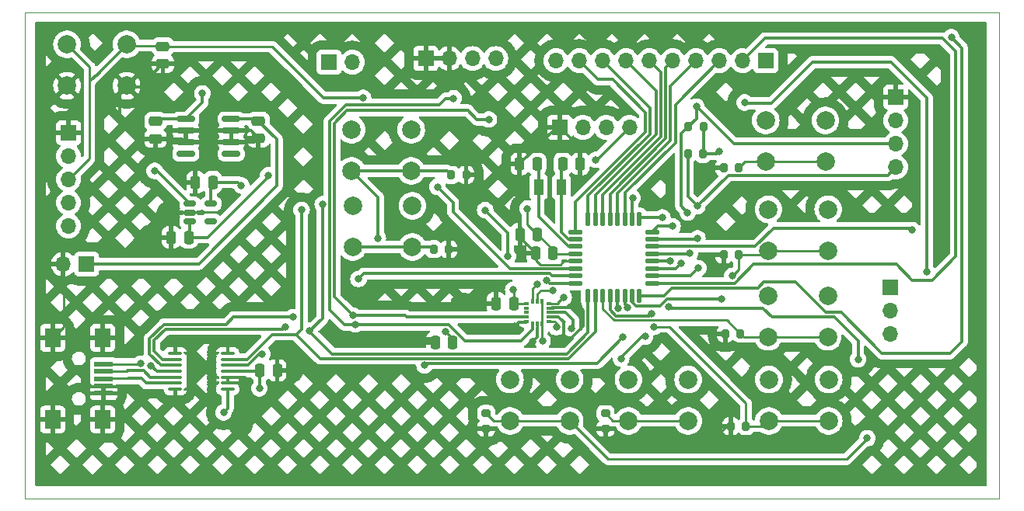
<source format=gbr>
%TF.GenerationSoftware,KiCad,Pcbnew,7.0.9-7.0.9~ubuntu22.04.1*%
%TF.CreationDate,2024-03-26T10:14:33-06:00*%
%TF.ProjectId,StmBoard,53746d42-6f61-4726-942e-6b696361645f,rev?*%
%TF.SameCoordinates,Original*%
%TF.FileFunction,Copper,L1,Top*%
%TF.FilePolarity,Positive*%
%FSLAX46Y46*%
G04 Gerber Fmt 4.6, Leading zero omitted, Abs format (unit mm)*
G04 Created by KiCad (PCBNEW 7.0.9-7.0.9~ubuntu22.04.1) date 2024-03-26 10:14:33*
%MOMM*%
%LPD*%
G01*
G04 APERTURE LIST*
G04 Aperture macros list*
%AMRoundRect*
0 Rectangle with rounded corners*
0 $1 Rounding radius*
0 $2 $3 $4 $5 $6 $7 $8 $9 X,Y pos of 4 corners*
0 Add a 4 corners polygon primitive as box body*
4,1,4,$2,$3,$4,$5,$6,$7,$8,$9,$2,$3,0*
0 Add four circle primitives for the rounded corners*
1,1,$1+$1,$2,$3*
1,1,$1+$1,$4,$5*
1,1,$1+$1,$6,$7*
1,1,$1+$1,$8,$9*
0 Add four rect primitives between the rounded corners*
20,1,$1+$1,$2,$3,$4,$5,0*
20,1,$1+$1,$4,$5,$6,$7,0*
20,1,$1+$1,$6,$7,$8,$9,0*
20,1,$1+$1,$8,$9,$2,$3,0*%
G04 Aperture macros list end*
%TA.AperFunction,SMDPad,CuDef*%
%ADD10RoundRect,0.150000X-0.825000X-0.150000X0.825000X-0.150000X0.825000X0.150000X-0.825000X0.150000X0*%
%TD*%
%TA.AperFunction,ComponentPad*%
%ADD11C,2.000000*%
%TD*%
%TA.AperFunction,SMDPad,CuDef*%
%ADD12RoundRect,0.250000X-0.250000X-0.475000X0.250000X-0.475000X0.250000X0.475000X-0.250000X0.475000X0*%
%TD*%
%TA.AperFunction,SMDPad,CuDef*%
%ADD13RoundRect,0.250000X-0.475000X0.250000X-0.475000X-0.250000X0.475000X-0.250000X0.475000X0.250000X0*%
%TD*%
%TA.AperFunction,SMDPad,CuDef*%
%ADD14RoundRect,0.200000X0.200000X0.275000X-0.200000X0.275000X-0.200000X-0.275000X0.200000X-0.275000X0*%
%TD*%
%TA.AperFunction,SMDPad,CuDef*%
%ADD15RoundRect,0.125000X-0.625000X-0.125000X0.625000X-0.125000X0.625000X0.125000X-0.625000X0.125000X0*%
%TD*%
%TA.AperFunction,SMDPad,CuDef*%
%ADD16RoundRect,0.125000X-0.125000X-0.625000X0.125000X-0.625000X0.125000X0.625000X-0.125000X0.625000X0*%
%TD*%
%TA.AperFunction,ComponentPad*%
%ADD17R,1.700000X1.700000*%
%TD*%
%TA.AperFunction,ComponentPad*%
%ADD18O,1.700000X1.700000*%
%TD*%
%TA.AperFunction,SMDPad,CuDef*%
%ADD19RoundRect,0.250000X0.475000X-0.250000X0.475000X0.250000X-0.475000X0.250000X-0.475000X-0.250000X0*%
%TD*%
%TA.AperFunction,SMDPad,CuDef*%
%ADD20RoundRect,0.250000X0.250000X0.475000X-0.250000X0.475000X-0.250000X-0.475000X0.250000X-0.475000X0*%
%TD*%
%TA.AperFunction,SMDPad,CuDef*%
%ADD21RoundRect,0.087500X-0.187500X-0.087500X0.187500X-0.087500X0.187500X0.087500X-0.187500X0.087500X0*%
%TD*%
%TA.AperFunction,SMDPad,CuDef*%
%ADD22RoundRect,0.087500X-0.087500X-0.187500X0.087500X-0.187500X0.087500X0.187500X-0.087500X0.187500X0*%
%TD*%
%TA.AperFunction,SMDPad,CuDef*%
%ADD23RoundRect,0.100000X0.637500X0.100000X-0.637500X0.100000X-0.637500X-0.100000X0.637500X-0.100000X0*%
%TD*%
%TA.AperFunction,SMDPad,CuDef*%
%ADD24RoundRect,0.200000X-0.200000X-0.275000X0.200000X-0.275000X0.200000X0.275000X-0.200000X0.275000X0*%
%TD*%
%TA.AperFunction,SMDPad,CuDef*%
%ADD25R,2.000000X0.500000*%
%TD*%
%TA.AperFunction,SMDPad,CuDef*%
%ADD26R,1.700000X2.000000*%
%TD*%
%TA.AperFunction,SMDPad,CuDef*%
%ADD27R,1.000000X1.800000*%
%TD*%
%TA.AperFunction,SMDPad,CuDef*%
%ADD28RoundRect,0.150000X-0.512500X-0.150000X0.512500X-0.150000X0.512500X0.150000X-0.512500X0.150000X0*%
%TD*%
%TA.AperFunction,SMDPad,CuDef*%
%ADD29RoundRect,0.200000X-0.275000X0.200000X-0.275000X-0.200000X0.275000X-0.200000X0.275000X0.200000X0*%
%TD*%
%TA.AperFunction,ViaPad*%
%ADD30C,0.800000*%
%TD*%
%TA.AperFunction,Conductor*%
%ADD31C,0.250000*%
%TD*%
%TA.AperFunction,Conductor*%
%ADD32C,0.304800*%
%TD*%
%TA.AperFunction,Profile*%
%ADD33C,0.100000*%
%TD*%
G04 APERTURE END LIST*
D10*
%TO.P,U9,1,OUT*%
%TO.N,VCC*%
X91100000Y-86700000D03*
%TO.P,U9,2,GND*%
%TO.N,GND*%
X91100000Y-87970000D03*
%TO.P,U9,3,GND*%
X91100000Y-89240000D03*
%TO.P,U9,4,NC*%
%TO.N,unconnected-(U9-NC-Pad4)*%
X91100000Y-90510000D03*
%TO.P,U9,5,NC*%
%TO.N,unconnected-(U9-NC-Pad5)*%
X96050000Y-90510000D03*
%TO.P,U9,6,GND*%
%TO.N,GND*%
X96050000Y-89240000D03*
%TO.P,U9,7,GND*%
X96050000Y-87970000D03*
%TO.P,U9,8,IN*%
%TO.N,Net-(J1-VBUS)*%
X96050000Y-86700000D03*
%TD*%
D11*
%TO.P,SW7,1*%
%TO.N,+3.3V*%
X109275000Y-96150000D03*
X115775000Y-96150000D03*
%TO.P,SW7,2*%
%TO.N,/A6*%
X109275000Y-100650000D03*
X115775000Y-100650000D03*
%TD*%
D12*
%TO.P,C12,1*%
%TO.N,+3.3V*%
X99150000Y-114100000D03*
%TO.P,C12,2*%
%TO.N,GND*%
X101050000Y-114100000D03*
%TD*%
D13*
%TO.P,C6,1*%
%TO.N,Net-(J1-VBUS)*%
X99000000Y-86900000D03*
%TO.P,C6,2*%
%TO.N,GND*%
X99000000Y-88800000D03*
%TD*%
D14*
%TO.P,R1,1*%
%TO.N,/A1*%
X151325000Y-101500000D03*
%TO.P,R1,2*%
%TO.N,GND*%
X149675000Y-101500000D03*
%TD*%
%TO.P,R3,1*%
%TO.N,/A3*%
X152100000Y-120200000D03*
%TO.P,R3,2*%
%TO.N,GND*%
X150450000Y-120200000D03*
%TD*%
D15*
%TO.P,U1,1,PB9*%
%TO.N,Net-(U1-PB9)*%
X133525000Y-99000000D03*
%TO.P,U1,2,PC14*%
%TO.N,Net-(U1-PC14)*%
X133525000Y-99800000D03*
%TO.P,U1,3,PC15*%
%TO.N,Net-(U1-PC15)*%
X133525000Y-100600000D03*
%TO.P,U1,4,VDD*%
%TO.N,+3.3V*%
X133525000Y-101400000D03*
%TO.P,U1,5,VSS*%
%TO.N,GND*%
X133525000Y-102200000D03*
%TO.P,U1,6,PF2*%
%TO.N,/reset*%
X133525000Y-103000000D03*
%TO.P,U1,7,PA0*%
%TO.N,/A0*%
X133525000Y-103800000D03*
%TO.P,U1,8,PA1*%
%TO.N,/A1*%
X133525000Y-104600000D03*
D16*
%TO.P,U1,9,PA2*%
%TO.N,/TX_UASART2_VCOM*%
X134900000Y-105975000D03*
%TO.P,U1,10,PA3*%
%TO.N,/RX_UASART2_VCOM*%
X135700000Y-105975000D03*
%TO.P,U1,11,PA4*%
%TO.N,/A2*%
X136500000Y-105975000D03*
%TO.P,U1,12,PA5*%
%TO.N,/A3*%
X137300000Y-105975000D03*
%TO.P,U1,13,PA6*%
%TO.N,/A6*%
X138100000Y-105975000D03*
%TO.P,U1,14,PA7*%
%TO.N,/A7*%
X138900000Y-105975000D03*
%TO.P,U1,15,PB0*%
%TO.N,Net-(U1-PB0)*%
X139700000Y-105975000D03*
%TO.P,U1,16,PB1*%
%TO.N,Net-(U1-PB1)*%
X140500000Y-105975000D03*
D15*
%TO.P,U1,17,PB2*%
%TO.N,Net-(U1-PB2)*%
X141875000Y-104600000D03*
%TO.P,U1,18,PA8*%
%TO.N,Net-(U1-PA8)*%
X141875000Y-103800000D03*
%TO.P,U1,19,PA9/NC*%
%TO.N,/SCL*%
X141875000Y-103000000D03*
%TO.P,U1,20,PC6*%
%TO.N,GND*%
X141875000Y-102200000D03*
%TO.P,U1,21,PA10/NC*%
%TO.N,/SDA*%
X141875000Y-101400000D03*
%TO.P,U1,22,PA11/PA9*%
%TO.N,/A5*%
X141875000Y-100600000D03*
%TO.P,U1,23,PA12/PA10*%
%TO.N,/A4*%
X141875000Y-99800000D03*
%TO.P,U1,24,PA13*%
%TO.N,SWDIO*%
X141875000Y-99000000D03*
D16*
%TO.P,U1,25,PA14*%
%TO.N,SWCLK*%
X140500000Y-97625000D03*
%TO.P,U1,26,PA15*%
%TO.N,Net-(U1-PA15)*%
X139700000Y-97625000D03*
%TO.P,U1,27,PB3*%
%TO.N,Net-(U1-PB3)*%
X138900000Y-97625000D03*
%TO.P,U1,28,PB4*%
%TO.N,Net-(U1-PB4)*%
X138100000Y-97625000D03*
%TO.P,U1,29,PB5*%
%TO.N,Net-(U1-PB5)*%
X137300000Y-97625000D03*
%TO.P,U1,30,PB6*%
%TO.N,Net-(U1-PB6)*%
X136500000Y-97625000D03*
%TO.P,U1,31,PB7*%
%TO.N,Net-(U1-PB7)*%
X135700000Y-97625000D03*
%TO.P,U1,32,PB8*%
%TO.N,Net-(U1-PB8)*%
X134900000Y-97625000D03*
%TD*%
D17*
%TO.P,U11,1,gnd*%
%TO.N,GND*%
X117230000Y-80100000D03*
D18*
%TO.P,U11,2,gnd*%
X119770000Y-80100000D03*
%TO.P,U11,3,5v*%
%TO.N,VCC*%
X122310000Y-80100000D03*
%TO.P,U11,4,3.3v*%
%TO.N,+3.3V*%
X124850000Y-80100000D03*
%TD*%
D19*
%TO.P,C11,1*%
%TO.N,GND*%
X88600000Y-80700000D03*
%TO.P,C11,2*%
%TO.N,/reset*%
X88600000Y-78800000D03*
%TD*%
D20*
%TO.P,C1,1*%
%TO.N,+3.3V*%
X120150000Y-111100000D03*
%TO.P,C1,2*%
%TO.N,GND*%
X118250000Y-111100000D03*
%TD*%
D17*
%TO.P,U3,1,GND*%
%TO.N,GND*%
X131800000Y-87600000D03*
D18*
%TO.P,U3,2,VCC*%
%TO.N,+3.3V*%
X134340000Y-87600000D03*
%TO.P,U3,3,SCL*%
%TO.N,/SCL*%
X136880000Y-87600000D03*
%TO.P,U3,4,SDA*%
%TO.N,/SDA*%
X139420000Y-87600000D03*
%TD*%
D11*
%TO.P,SW8,1*%
%TO.N,+3.3V*%
X109150000Y-87850000D03*
X115650000Y-87850000D03*
%TO.P,SW8,2*%
%TO.N,/A7*%
X109150000Y-92350000D03*
X115650000Y-92350000D03*
%TD*%
%TO.P,SW2,1*%
%TO.N,+3.3V*%
X154550000Y-96550000D03*
X161050000Y-96550000D03*
%TO.P,SW2,2*%
%TO.N,/A1*%
X154550000Y-101050000D03*
X161050000Y-101050000D03*
%TD*%
D21*
%TO.P,U2,1,VDD_IO*%
%TO.N,+3.3V*%
X128150000Y-106800000D03*
%TO.P,U2,2,NC*%
%TO.N,unconnected-(U2-NC-Pad2)*%
X128150000Y-107300000D03*
%TO.P,U2,3,NC*%
%TO.N,unconnected-(U2-NC-Pad3)*%
X128150000Y-107800000D03*
%TO.P,U2,4,SCL/SPC*%
%TO.N,/SCL*%
X128150000Y-108300000D03*
%TO.P,U2,5,GND*%
%TO.N,GND*%
X128150000Y-108800000D03*
D22*
%TO.P,U2,6,SDA/SDI/SDO*%
%TO.N,/SDA*%
X128875000Y-109025000D03*
%TO.P,U2,7,SDO/SA0*%
%TO.N,GND*%
X129375000Y-109025000D03*
%TO.P,U2,8,CS*%
%TO.N,+3.3V*%
X129875000Y-109025000D03*
D21*
%TO.P,U2,9,INT2*%
%TO.N,Net-(U1-PA15)*%
X130600000Y-108800000D03*
%TO.P,U2,10,GND*%
%TO.N,GND*%
X130600000Y-108300000D03*
%TO.P,U2,11,INT1*%
%TO.N,Net-(U1-PA8)*%
X130600000Y-107800000D03*
%TO.P,U2,12,GND*%
%TO.N,GND*%
X130600000Y-107300000D03*
%TO.P,U2,13,ADC3*%
%TO.N,Net-(U2-ADC3)*%
X130600000Y-106800000D03*
D22*
%TO.P,U2,14,VDD*%
%TO.N,+3.3V*%
X129875000Y-106575000D03*
%TO.P,U2,15,ADC2*%
%TO.N,Net-(U2-ADC2)*%
X129375000Y-106575000D03*
%TO.P,U2,16,ADC1*%
%TO.N,Net-(U2-ADC1)*%
X128875000Y-106575000D03*
%TD*%
D17*
%TO.P,U4,1,GND*%
%TO.N,GND*%
X168400000Y-84320000D03*
D18*
%TO.P,U4,2,VCC*%
%TO.N,+3.3V*%
X168400000Y-86860000D03*
%TO.P,U4,3,SCL*%
%TO.N,/SCL*%
X168400000Y-89400000D03*
%TO.P,U4,4,SDA*%
%TO.N,/SDA*%
X168400000Y-91940000D03*
%TD*%
D13*
%TO.P,C5,1*%
%TO.N,VCC*%
X87800000Y-86950000D03*
%TO.P,C5,2*%
%TO.N,GND*%
X87800000Y-88850000D03*
%TD*%
D11*
%TO.P,SW4,1*%
%TO.N,+3.3V*%
X154600000Y-115100000D03*
X161100000Y-115100000D03*
%TO.P,SW4,2*%
%TO.N,/A3*%
X154600000Y-119600000D03*
X161100000Y-119600000D03*
%TD*%
D23*
%TO.P,U13,1,VDD*%
%TO.N,+3.3V*%
X95662500Y-116150000D03*
%TO.P,U13,2,GP0*%
%TO.N,GND*%
X95662500Y-115500000D03*
%TO.P,U13,3,GP1*%
X95662500Y-114850000D03*
%TO.P,U13,4,~{RST}*%
%TO.N,+3.3V*%
X95662500Y-114200000D03*
%TO.P,U13,5,URx*%
%TO.N,/TX_UASART2_VCOM*%
X95662500Y-113550000D03*
%TO.P,U13,6,UTx*%
%TO.N,/RX_UASART2_VCOM*%
X95662500Y-112900000D03*
%TO.P,U13,7,GP2*%
%TO.N,GND*%
X95662500Y-112250000D03*
%TO.P,U13,8,GP3*%
X89937500Y-112250000D03*
%TO.P,U13,9,SDA*%
%TO.N,/SDA*%
X89937500Y-112900000D03*
%TO.P,U13,10,SCL*%
%TO.N,/SCL*%
X89937500Y-113550000D03*
%TO.P,U13,11,VUSB*%
%TO.N,+3.3V*%
X89937500Y-114200000D03*
%TO.P,U13,12,D-*%
%TO.N,Net-(J1-D-)*%
X89937500Y-114850000D03*
%TO.P,U13,13,D+*%
%TO.N,Net-(J1-D+)*%
X89937500Y-115500000D03*
%TO.P,U13,14,VSS*%
%TO.N,GND*%
X89937500Y-116150000D03*
%TD*%
D14*
%TO.P,R2,1*%
%TO.N,/A2*%
X151500000Y-110100000D03*
%TO.P,R2,2*%
%TO.N,GND*%
X149850000Y-110100000D03*
%TD*%
D17*
%TO.P,U7,1,VCC*%
%TO.N,Net-(J1-VBUS)*%
X80300000Y-102500000D03*
D18*
%TO.P,U7,2,GDN*%
%TO.N,GND*%
X77760000Y-102500000D03*
%TD*%
D24*
%TO.P,R7,1*%
%TO.N,/A6*%
X118075000Y-100900000D03*
%TO.P,R7,2*%
%TO.N,GND*%
X119725000Y-100900000D03*
%TD*%
D20*
%TO.P,C2,1*%
%TO.N,+3.3V*%
X126790000Y-106800000D03*
%TO.P,C2,2*%
%TO.N,GND*%
X124890000Y-106800000D03*
%TD*%
D25*
%TO.P,J1,1,VBUS*%
%TO.N,Net-(J1-VBUS)*%
X82150000Y-113410000D03*
%TO.P,J1,2,D-*%
%TO.N,Net-(J1-D-)*%
X82150000Y-114210000D03*
%TO.P,J1,3,D+*%
%TO.N,Net-(J1-D+)*%
X82150000Y-115010000D03*
%TO.P,J1,4,ID*%
%TO.N,GND*%
X82150000Y-115810000D03*
%TO.P,J1,5,GND*%
X82150000Y-116610000D03*
D26*
%TO.P,J1,6,Shield*%
X82050000Y-110560000D03*
X76600000Y-110560000D03*
X82050000Y-119460000D03*
X76600000Y-119460000D03*
%TD*%
D17*
%TO.P,U12,1,GND*%
%TO.N,GND*%
X78335000Y-88205000D03*
D18*
%TO.P,U12,2,VCC*%
%TO.N,VCC*%
X78335000Y-90745000D03*
%TO.P,U12,3,Reset*%
%TO.N,/reset*%
X78335000Y-93285000D03*
%TO.P,U12,4,SWCLK*%
%TO.N,SWCLK*%
X78335000Y-95825000D03*
%TO.P,U12,5,SWDIO*%
%TO.N,SWDIO*%
X78335000Y-98365000D03*
%TD*%
D12*
%TO.P,C9,1*%
%TO.N,GND*%
X127500000Y-99260000D03*
%TO.P,C9,2*%
%TO.N,+3.3V*%
X129400000Y-99260000D03*
%TD*%
D11*
%TO.P,SW6,1*%
%TO.N,+3.3V*%
X126400000Y-115100000D03*
X132900000Y-115100000D03*
%TO.P,SW6,2*%
%TO.N,/A5*%
X126400000Y-119600000D03*
X132900000Y-119600000D03*
%TD*%
D14*
%TO.P,R10,1*%
%TO.N,+3.3V*%
X147450000Y-87540000D03*
%TO.P,R10,2*%
%TO.N,/SCL*%
X145800000Y-87540000D03*
%TD*%
D27*
%TO.P,Y1,1,1*%
%TO.N,Net-(U1-PC15)*%
X129500000Y-94100000D03*
%TO.P,Y1,2,2*%
%TO.N,Net-(U1-PC14)*%
X132000000Y-94100000D03*
%TD*%
D11*
%TO.P,SW3,1*%
%TO.N,+3.3V*%
X154500000Y-105950000D03*
X161000000Y-105950000D03*
%TO.P,SW3,2*%
%TO.N,/A2*%
X154500000Y-110450000D03*
X161000000Y-110450000D03*
%TD*%
D17*
%TO.P,U5,1,ADC1*%
%TO.N,Net-(U2-ADC1)*%
X167800000Y-105060000D03*
D18*
%TO.P,U5,2,ADC2*%
%TO.N,Net-(U2-ADC2)*%
X167800000Y-107600000D03*
%TO.P,U5,3,ADC3*%
%TO.N,Net-(U2-ADC3)*%
X167800000Y-110140000D03*
%TD*%
D11*
%TO.P,SW9,1*%
%TO.N,/reset*%
X78160000Y-78570000D03*
X84660000Y-78570000D03*
%TO.P,SW9,2*%
%TO.N,GND*%
X78160000Y-83070000D03*
X84660000Y-83070000D03*
%TD*%
D20*
%TO.P,C8,1*%
%TO.N,GND*%
X134050000Y-91600000D03*
%TO.P,C8,2*%
%TO.N,Net-(U1-PC14)*%
X132150000Y-91600000D03*
%TD*%
D17*
%TO.P,U10,1,PB_1*%
%TO.N,Net-(U1-PB1)*%
X154270000Y-80350000D03*
D18*
%TO.P,U10,2,PB_2*%
%TO.N,Net-(U1-PB2)*%
X151730000Y-80350000D03*
%TO.P,U10,3,PB_3*%
%TO.N,Net-(U1-PB3)*%
X149190000Y-80350000D03*
%TO.P,U10,4,PB_4*%
%TO.N,Net-(U1-PB4)*%
X146650000Y-80350000D03*
%TO.P,U10,5,PB_5*%
%TO.N,Net-(U1-PB5)*%
X144110000Y-80350000D03*
%TO.P,U10,6,PB_6*%
%TO.N,Net-(U1-PB6)*%
X141570000Y-80350000D03*
%TO.P,U10,7,PB_7*%
%TO.N,Net-(U1-PB7)*%
X139030000Y-80350000D03*
%TO.P,U10,8,PB_8*%
%TO.N,Net-(U1-PB8)*%
X136490000Y-80350000D03*
%TO.P,U10,9,PB_9*%
%TO.N,Net-(U1-PB9)*%
X133950000Y-80350000D03*
%TO.P,U10,10,PB_0*%
%TO.N,Net-(U1-PB0)*%
X131410000Y-80350000D03*
%TD*%
D28*
%TO.P,U8,1,VIN*%
%TO.N,VCC*%
X91562500Y-95950000D03*
%TO.P,U8,2,GND*%
%TO.N,GND*%
X91562500Y-96900000D03*
%TO.P,U8,3,EN*%
%TO.N,VCC*%
X91562500Y-97850000D03*
%TO.P,U8,4,NC*%
%TO.N,unconnected-(U8-NC-Pad4)*%
X93837500Y-97850000D03*
%TO.P,U8,5,VOUT*%
%TO.N,+3.3V*%
X93837500Y-95950000D03*
%TD*%
D29*
%TO.P,R6,1*%
%TO.N,/A5*%
X123800000Y-118775000D03*
%TO.P,R6,2*%
%TO.N,GND*%
X123800000Y-120425000D03*
%TD*%
%TO.P,R5,1*%
%TO.N,/A4*%
X136800000Y-118800000D03*
%TO.P,R5,2*%
%TO.N,GND*%
X136800000Y-120450000D03*
%TD*%
D24*
%TO.P,R8,1*%
%TO.N,/A7*%
X119975000Y-92800000D03*
%TO.P,R8,2*%
%TO.N,GND*%
X121625000Y-92800000D03*
%TD*%
D12*
%TO.P,C7,1*%
%TO.N,GND*%
X127450000Y-91600000D03*
%TO.P,C7,2*%
%TO.N,Net-(U1-PC15)*%
X129350000Y-91600000D03*
%TD*%
D11*
%TO.P,SW1,1*%
%TO.N,+3.3V*%
X154250000Y-86850000D03*
X160750000Y-86850000D03*
%TO.P,SW1,2*%
%TO.N,/A0*%
X154250000Y-91350000D03*
X160750000Y-91350000D03*
%TD*%
D14*
%TO.P,R4,1*%
%TO.N,/A0*%
X151325000Y-92000000D03*
%TO.P,R4,2*%
%TO.N,GND*%
X149675000Y-92000000D03*
%TD*%
D20*
%TO.P,C4,1*%
%TO.N,+3.3V*%
X94050000Y-93600000D03*
%TO.P,C4,2*%
%TO.N,GND*%
X92150000Y-93600000D03*
%TD*%
D14*
%TO.P,R9,1*%
%TO.N,+3.3V*%
X147425000Y-90500000D03*
%TO.P,R9,2*%
%TO.N,/SDA*%
X145775000Y-90500000D03*
%TD*%
D11*
%TO.P,SW5,1*%
%TO.N,+3.3V*%
X139300000Y-115100000D03*
X145800000Y-115100000D03*
%TO.P,SW5,2*%
%TO.N,/A4*%
X139300000Y-119600000D03*
X145800000Y-119600000D03*
%TD*%
D12*
%TO.P,C10,1*%
%TO.N,GND*%
X129170000Y-101330000D03*
%TO.P,C10,2*%
%TO.N,+3.3V*%
X131070000Y-101330000D03*
%TD*%
D17*
%TO.P,U6,1,Rx*%
%TO.N,/RX_UASART2_VCOM*%
X106700000Y-80500000D03*
D18*
%TO.P,U6,2,Tx*%
%TO.N,/TX_UASART2_VCOM*%
X109240000Y-80500000D03*
%TD*%
D20*
%TO.P,C3,1*%
%TO.N,VCC*%
X91400000Y-99600000D03*
%TO.P,C3,2*%
%TO.N,GND*%
X89500000Y-99600000D03*
%TD*%
D30*
%TO.N,GND*%
X149040000Y-121180000D03*
%TO.N,+3.3V*%
X129940000Y-110880000D03*
%TO.N,GND*%
X121470000Y-100850000D03*
%TO.N,Net-(J1-VBUS)*%
X86210000Y-113370000D03*
%TO.N,GND*%
X98940000Y-90560000D03*
%TO.N,+3.3V*%
X99120000Y-116070000D03*
%TO.N,GND*%
X89250000Y-96940000D03*
X87140000Y-99590000D03*
X102560000Y-114120000D03*
X89980000Y-110970000D03*
%TO.N,+3.3V*%
X87330000Y-113580000D03*
X95210000Y-118700000D03*
%TO.N,GND*%
X97070000Y-120040000D03*
%TO.N,+3.3V*%
X128310000Y-96460000D03*
%TO.N,GND*%
X127470000Y-101290000D03*
X121790000Y-91060000D03*
%TO.N,+3.3V*%
X126750000Y-105330000D03*
X97150000Y-93950000D03*
X149200000Y-90250000D03*
X119400000Y-109851900D03*
%TO.N,GND*%
X114550000Y-110600000D03*
X131750000Y-111250000D03*
X147950000Y-101850000D03*
X128850000Y-111000000D03*
X147414055Y-92000000D03*
X95670000Y-110970000D03*
X126900000Y-109250000D03*
X121200000Y-106950000D03*
X143810000Y-102160000D03*
%TO.N,VCC*%
X87700000Y-92350000D03*
X92900000Y-83900000D03*
X100050000Y-92850000D03*
%TO.N,/reset*%
X110400000Y-84400000D03*
X118500000Y-94100000D03*
%TO.N,/A1*%
X150600000Y-103800000D03*
X130400000Y-104300000D03*
%TO.N,/A3*%
X141800000Y-107905200D03*
X142100000Y-109354700D03*
%TO.N,/A0*%
X109900000Y-104150000D03*
%TO.N,/A4*%
X146800000Y-99700000D03*
%TO.N,/A5*%
X170200000Y-98800000D03*
X165300000Y-121500000D03*
%TO.N,/A6*%
X138181674Y-107318326D03*
X138705767Y-110494233D03*
X117100000Y-113561500D03*
%TO.N,/A7*%
X164300000Y-112900000D03*
X112000000Y-99700000D03*
X143700000Y-107200000D03*
X139176612Y-107222911D03*
%TO.N,/SDA*%
X109550000Y-109100000D03*
X120250000Y-84450000D03*
X146800000Y-96200000D03*
X135750000Y-91150000D03*
X101950000Y-109350000D03*
X146000000Y-101324500D03*
%TO.N,/SCL*%
X109282489Y-108136962D03*
X102800000Y-108295700D03*
X145050000Y-102400000D03*
X146700000Y-85350000D03*
X145750112Y-96886539D03*
X124100000Y-86750000D03*
%TO.N,/TX_UASART2_VCOM*%
X104600000Y-109800000D03*
X106000000Y-96000000D03*
X99431674Y-112331674D03*
%TO.N,/RX_UASART2_VCOM*%
X103700000Y-96600000D03*
%TO.N,Net-(U1-PB0)*%
X149400000Y-106286100D03*
X151950000Y-84900000D03*
X171800000Y-103350000D03*
%TO.N,Net-(U1-PB1)*%
X174456674Y-77793326D03*
%TO.N,Net-(U1-PA8)*%
X133075352Y-109525355D03*
X146900000Y-102950000D03*
%TO.N,SWDIO*%
X144100000Y-98400000D03*
%TO.N,SWCLK*%
X143000000Y-97437900D03*
%TO.N,Net-(U1-PA15)*%
X131450000Y-109398100D03*
X123700000Y-96630000D03*
X139750000Y-95300000D03*
X126168028Y-101678028D03*
%TO.N,Net-(U2-ADC3)*%
X132243368Y-106158532D03*
%TO.N,Net-(U2-ADC2)*%
X131066505Y-105351900D03*
%TO.N,Net-(U2-ADC1)*%
X138500000Y-112814700D03*
X129337087Y-104682679D03*
X141100000Y-110415500D03*
%TD*%
D31*
%TO.N,GND*%
X77805000Y-109060000D02*
X77805000Y-102545000D01*
X77805000Y-109355000D02*
X76600000Y-110560000D01*
X77805000Y-109060000D02*
X77805000Y-109355000D01*
%TO.N,Net-(J1-VBUS)*%
X86210000Y-113370000D02*
X86180000Y-113400000D01*
X86180000Y-113400000D02*
X82160000Y-113400000D01*
X82160000Y-113400000D02*
X82150000Y-113410000D01*
%TO.N,Net-(J1-D-)*%
X84770000Y-114132600D02*
X84702600Y-114200000D01*
X84702600Y-114200000D02*
X82160000Y-114200000D01*
X82160000Y-114200000D02*
X82150000Y-114210000D01*
%TO.N,Net-(J1-D+)*%
X84840000Y-115000000D02*
X82160000Y-115000000D01*
X82160000Y-115000000D02*
X82150000Y-115010000D01*
%TO.N,GND*%
X150020000Y-120200000D02*
X149040000Y-121180000D01*
X150450000Y-120200000D02*
X150020000Y-120200000D01*
%TO.N,/A3*%
X142100000Y-109354700D02*
X143774500Y-109354700D01*
X143774500Y-109354700D02*
X152100000Y-117680200D01*
X152100000Y-117680200D02*
X152100000Y-120200000D01*
%TO.N,/A2*%
X136500000Y-105975000D02*
X136500000Y-107400000D01*
X136500000Y-107400000D02*
X137729700Y-108629700D01*
X137729700Y-108629700D02*
X150029700Y-108629700D01*
X150029700Y-108629700D02*
X151500000Y-110100000D01*
%TO.N,+3.3V*%
X129875000Y-110815000D02*
X129940000Y-110880000D01*
X129875000Y-109025000D02*
X129875000Y-110815000D01*
%TO.N,Net-(U2-ADC2)*%
X129375000Y-106575000D02*
X129375000Y-105745000D01*
X129375000Y-105745000D02*
X129768100Y-105351900D01*
X129768100Y-105351900D02*
X131066505Y-105351900D01*
%TO.N,Net-(U2-ADC1)*%
X128875000Y-106575000D02*
X128875000Y-105144766D01*
X128875000Y-105144766D02*
X129337087Y-104682679D01*
%TO.N,GND*%
X121420000Y-100900000D02*
X121470000Y-100850000D01*
X119725000Y-100900000D02*
X121420000Y-100900000D01*
X77805000Y-102545000D02*
X77760000Y-102500000D01*
D32*
%TO.N,Net-(J1-D-)*%
X86490000Y-114132600D02*
X84770000Y-114132600D01*
%TO.N,Net-(J1-D+)*%
X86270000Y-115000000D02*
X84840000Y-115000000D01*
D31*
%TO.N,GND*%
X89250000Y-96940000D02*
X89290000Y-96900000D01*
X89290000Y-96900000D02*
X91562500Y-96900000D01*
D32*
%TO.N,Net-(U1-PB0)*%
X149400000Y-106286100D02*
X149336100Y-106350000D01*
X149336100Y-106350000D02*
X143485944Y-106350000D01*
X143485944Y-106350000D02*
X142758545Y-107077400D01*
X142758545Y-107077400D02*
X140095156Y-107077400D01*
X140095156Y-107077400D02*
X139700000Y-106682244D01*
X139700000Y-106682244D02*
X139700000Y-105975000D01*
%TO.N,GND*%
X96050000Y-89240000D02*
X98560000Y-89240000D01*
X98560000Y-89240000D02*
X99000000Y-88800000D01*
X99000000Y-90500000D02*
X98940000Y-90560000D01*
X99000000Y-88800000D02*
X99000000Y-90500000D01*
X143810000Y-102160000D02*
X143770000Y-102200000D01*
X143770000Y-102200000D02*
X141875000Y-102200000D01*
%TO.N,+3.3V*%
X99150000Y-116040000D02*
X99120000Y-116070000D01*
X99150000Y-114100000D02*
X99150000Y-116040000D01*
D31*
%TO.N,GND*%
X87150000Y-99600000D02*
X87140000Y-99590000D01*
X89500000Y-99600000D02*
X87150000Y-99600000D01*
X102540000Y-114100000D02*
X102560000Y-114120000D01*
X101050000Y-114100000D02*
X102540000Y-114100000D01*
D32*
X97654800Y-115500000D02*
X95662500Y-115500000D01*
X96760000Y-114845200D02*
X97509095Y-114845200D01*
X95662500Y-114850000D02*
X96755200Y-114850000D01*
X96755200Y-114850000D02*
X96760000Y-114845200D01*
D31*
X89937500Y-111012500D02*
X89980000Y-110970000D01*
X89937500Y-112250000D02*
X89937500Y-111012500D01*
D32*
X95670000Y-110970000D02*
X95662500Y-110977500D01*
X95662500Y-110977500D02*
X95662500Y-112250000D01*
%TO.N,+3.3V*%
X87950000Y-114200000D02*
X87330000Y-113580000D01*
X89937500Y-114200000D02*
X87950000Y-114200000D01*
%TO.N,Net-(J1-D-)*%
X89937500Y-114850000D02*
X87207400Y-114850000D01*
X87207400Y-114850000D02*
X86490000Y-114132600D01*
%TO.N,Net-(J1-D+)*%
X89937500Y-115500000D02*
X86770000Y-115500000D01*
X86770000Y-115500000D02*
X86270000Y-115000000D01*
%TO.N,+3.3V*%
X95662500Y-118247500D02*
X95210000Y-118700000D01*
X95662500Y-116150000D02*
X95662500Y-118247500D01*
%TO.N,GND*%
X97070000Y-116084800D02*
X97070000Y-120040000D01*
X97654800Y-115500000D02*
X97070000Y-116084800D01*
D31*
%TO.N,/reset*%
X80600000Y-82270000D02*
X80600000Y-81010000D01*
X80600000Y-82270000D02*
X80960000Y-82270000D01*
X80600000Y-82490000D02*
X80600000Y-82270000D01*
X80960000Y-82270000D02*
X84660000Y-78570000D01*
X80600000Y-81010000D02*
X78160000Y-78570000D01*
X80600000Y-82490000D02*
X80600000Y-91020000D01*
X80600000Y-82490000D02*
X81190000Y-81900000D01*
X81190000Y-81900000D02*
X81330000Y-81900000D01*
X81330000Y-81900000D02*
X84660000Y-78570000D01*
%TO.N,+3.3V*%
X129875000Y-106575000D02*
X129875000Y-109025000D01*
D32*
%TO.N,/SDA*%
X89937500Y-112900000D02*
X88550000Y-112900000D01*
X88550000Y-112900000D02*
X87654800Y-112004800D01*
X101700000Y-109600000D02*
X101950000Y-109350000D01*
X87654800Y-112004800D02*
X87654800Y-110845200D01*
X87654800Y-110845200D02*
X88900000Y-109600000D01*
X88900000Y-109600000D02*
X101700000Y-109600000D01*
D31*
%TO.N,/reset*%
X80600000Y-91020000D02*
X78335000Y-93285000D01*
%TO.N,+3.3V*%
X128310000Y-98170000D02*
X128310000Y-96460000D01*
X129400000Y-99260000D02*
X128310000Y-98170000D01*
%TO.N,GND*%
X127500000Y-101260000D02*
X127470000Y-101290000D01*
X127500000Y-99260000D02*
X127500000Y-101260000D01*
X129170000Y-101330000D02*
X127500000Y-99660000D01*
X127500000Y-99660000D02*
X127500000Y-99260000D01*
X131870000Y-102595600D02*
X129670000Y-102595600D01*
X133525000Y-102200000D02*
X132265600Y-102200000D01*
X132265600Y-102200000D02*
X131870000Y-102595600D01*
X129670000Y-102595600D02*
X129170000Y-102095600D01*
X129170000Y-102095600D02*
X129170000Y-101330000D01*
%TO.N,+3.3V*%
X129400000Y-99260000D02*
X131070000Y-100930000D01*
X131070000Y-100930000D02*
X131070000Y-101330000D01*
X133525000Y-101400000D02*
X131140000Y-101400000D01*
X131140000Y-101400000D02*
X131070000Y-101330000D01*
D32*
%TO.N,Net-(U1-PA15)*%
X126168028Y-101678028D02*
X126168028Y-99098028D01*
X126168028Y-99098028D02*
X123700000Y-96630000D01*
D31*
%TO.N,GND*%
X121625000Y-91225000D02*
X121790000Y-91060000D01*
X121625000Y-92800000D02*
X121625000Y-91225000D01*
%TO.N,+3.3V*%
X126790000Y-105370000D02*
X126750000Y-105330000D01*
X126790000Y-106800000D02*
X126790000Y-105370000D01*
%TO.N,Net-(U2-ADC3)*%
X130600000Y-106800000D02*
X131601900Y-106800000D01*
X131601900Y-106800000D02*
X131759500Y-106642400D01*
D32*
%TO.N,GND*%
X134095200Y-107295200D02*
X131160000Y-107295200D01*
X131160000Y-107295200D02*
X131004338Y-107295200D01*
D31*
X130600000Y-107300000D02*
X131155200Y-107300000D01*
X131155200Y-107300000D02*
X131160000Y-107295200D01*
D32*
%TO.N,Net-(U1-PA8)*%
X132452522Y-107800000D02*
X131140000Y-107800000D01*
X131140000Y-107800000D02*
X130999538Y-107800000D01*
D31*
X130600000Y-107800000D02*
X131140000Y-107800000D01*
%TO.N,GND*%
X130600000Y-108300000D02*
X130999538Y-108300000D01*
X130999538Y-108300000D02*
X131004338Y-108304800D01*
%TO.N,Net-(U1-PA15)*%
X131210000Y-108800000D02*
X131240000Y-108770000D01*
X131240000Y-108770000D02*
X131450000Y-108980000D01*
X130600000Y-108800000D02*
X131210000Y-108800000D01*
X131450000Y-108980000D02*
X131450000Y-109398100D01*
%TO.N,GND*%
X129375000Y-109025000D02*
X129375000Y-109424538D01*
%TO.N,+3.3V*%
X128150000Y-106800000D02*
X126790000Y-106800000D01*
%TO.N,GND*%
X124890000Y-106800000D02*
X121350000Y-106800000D01*
X121350000Y-106800000D02*
X121200000Y-106950000D01*
D32*
%TO.N,/SCL*%
X109282489Y-108136962D02*
X115006962Y-108136962D01*
X115006962Y-108136962D02*
X115170000Y-108300000D01*
X115170000Y-108300000D02*
X128150000Y-108300000D01*
%TO.N,/SDA*%
X109550000Y-109100000D02*
X119733850Y-109100000D01*
X119733850Y-109100000D02*
X121500000Y-110866150D01*
X121500000Y-110866150D02*
X127633850Y-110866150D01*
X127633850Y-110866150D02*
X128847600Y-109652400D01*
X128847600Y-109652400D02*
X128847600Y-109025000D01*
%TO.N,GND*%
X127322600Y-108827400D02*
X128150000Y-108827400D01*
X126900000Y-109250000D02*
X127322600Y-108827400D01*
%TO.N,Net-(U1-PB2)*%
X151730000Y-80350000D02*
X154180000Y-77900000D01*
X154180000Y-77900000D02*
X173500000Y-77900000D01*
X173500000Y-77900000D02*
X174950000Y-79350000D01*
X174950000Y-79350000D02*
X174950000Y-101650000D01*
X170198100Y-104250000D02*
X168498100Y-102550000D01*
X174950000Y-101650000D02*
X172350000Y-104250000D01*
X172350000Y-104250000D02*
X170198100Y-104250000D01*
X150864055Y-104600000D02*
X141875000Y-104600000D01*
X168498100Y-102550000D02*
X152914055Y-102550000D01*
X152914055Y-102550000D02*
X150864055Y-104600000D01*
%TO.N,+3.3V*%
X147425000Y-90500000D02*
X148950000Y-90500000D01*
X93837500Y-93812500D02*
X94050000Y-93600000D01*
X147450000Y-90475000D02*
X147425000Y-90500000D01*
X99050000Y-114200000D02*
X99150000Y-114100000D01*
X147450000Y-87540000D02*
X147450000Y-90475000D01*
X95662500Y-114200000D02*
X99050000Y-114200000D01*
X120150000Y-111100000D02*
X120150000Y-110601900D01*
X94050000Y-93600000D02*
X96800000Y-93600000D01*
X96800000Y-93600000D02*
X97150000Y-93950000D01*
X120150000Y-110601900D02*
X119400000Y-109851900D01*
X148950000Y-90500000D02*
X149200000Y-90250000D01*
X93837500Y-95950000D02*
X93837500Y-93812500D01*
%TO.N,GND*%
X149675000Y-92000000D02*
X147414055Y-92000000D01*
X131450000Y-87600000D02*
X131800000Y-87600000D01*
X131750000Y-111250000D02*
X132414055Y-111250000D01*
X118250000Y-111100000D02*
X117750000Y-110600000D01*
X132243426Y-108893426D02*
X131654800Y-108304800D01*
X97804800Y-115140905D02*
X97804800Y-115350000D01*
X134395200Y-109268855D02*
X134395200Y-107595200D01*
X127450000Y-91600000D02*
X131450000Y-87600000D01*
X90710000Y-88850000D02*
X91100000Y-89240000D01*
X87800000Y-88850000D02*
X86150000Y-88850000D01*
X134050000Y-89850000D02*
X131800000Y-87600000D01*
X128850000Y-111000000D02*
X129375000Y-110475000D01*
X132243426Y-110756574D02*
X132243426Y-108893426D01*
X86100000Y-83200000D02*
X88600000Y-80700000D01*
X148300000Y-101500000D02*
X147950000Y-101850000D01*
X129375000Y-110475000D02*
X129375000Y-109424538D01*
X96050000Y-87970000D02*
X96050000Y-89240000D01*
X96050000Y-87970000D02*
X98170000Y-87970000D01*
X117750000Y-110600000D02*
X114550000Y-110600000D01*
X91100000Y-87970000D02*
X91100000Y-89240000D01*
X131750000Y-111250000D02*
X132243426Y-110756574D01*
X149675000Y-101500000D02*
X148300000Y-101500000D01*
X134395200Y-107595200D02*
X134095200Y-107295200D01*
X83900000Y-86600000D02*
X83900000Y-83200000D01*
X87800000Y-88850000D02*
X90710000Y-88850000D01*
X132414055Y-111250000D02*
X134395200Y-109268855D01*
X97804800Y-115350000D02*
X97654800Y-115500000D01*
X86150000Y-88850000D02*
X83900000Y-86600000D01*
X98170000Y-87970000D02*
X99000000Y-88800000D01*
X83900000Y-83200000D02*
X86100000Y-83200000D01*
X131654800Y-108304800D02*
X131004338Y-108304800D01*
X97509095Y-114845200D02*
X97804800Y-115140905D01*
X134050000Y-91600000D02*
X134050000Y-89850000D01*
%TO.N,VCC*%
X91562500Y-99437500D02*
X91400000Y-99600000D01*
X88050000Y-86700000D02*
X87800000Y-86950000D01*
X100050000Y-93014658D02*
X100050000Y-92850000D01*
X93464658Y-99600000D02*
X100050000Y-93014658D01*
X91100000Y-86700000D02*
X88050000Y-86700000D01*
X91562500Y-95950000D02*
X87962500Y-92350000D01*
X87962500Y-92350000D02*
X87700000Y-92350000D01*
X91400000Y-99600000D02*
X93464658Y-99600000D01*
X92900000Y-84900000D02*
X92900000Y-83900000D01*
X91100000Y-86700000D02*
X92900000Y-84900000D01*
X91562500Y-97850000D02*
X91562500Y-99437500D01*
%TO.N,Net-(J1-VBUS)*%
X80300000Y-102500000D02*
X92500000Y-102500000D01*
X98800000Y-86700000D02*
X99000000Y-86900000D01*
X101000000Y-88900000D02*
X99000000Y-86900000D01*
X101000000Y-94000000D02*
X101000000Y-88900000D01*
X92500000Y-102500000D02*
X101000000Y-94000000D01*
X96050000Y-86700000D02*
X98800000Y-86700000D01*
%TO.N,Net-(U1-PC15)*%
X129500000Y-97324999D02*
X132775001Y-100600000D01*
X132775001Y-100600000D02*
X133525000Y-100600000D01*
X129500000Y-94100000D02*
X129500000Y-91750000D01*
X129500000Y-91750000D02*
X129350000Y-91600000D01*
X129500000Y-94100000D02*
X129500000Y-97324999D01*
%TO.N,Net-(U1-PC14)*%
X132000000Y-94100000D02*
X132000000Y-99024999D01*
X132000000Y-94100000D02*
X132000000Y-91750000D01*
X132000000Y-91750000D02*
X132150000Y-91600000D01*
X132775001Y-99800000D02*
X133525000Y-99800000D01*
X132000000Y-99024999D02*
X132775001Y-99800000D01*
%TO.N,/reset*%
X110400000Y-84400000D02*
X106100000Y-84400000D01*
X106100000Y-84400000D02*
X104400000Y-82700000D01*
X120200000Y-95800000D02*
X118500000Y-94100000D01*
X120300000Y-96900000D02*
X120200000Y-96800000D01*
D31*
X88600000Y-78800000D02*
X100500000Y-78800000D01*
X83900000Y-78700000D02*
X88500000Y-78700000D01*
D32*
X126372020Y-103000000D02*
X120300000Y-96927980D01*
X120300000Y-96927980D02*
X120300000Y-96900000D01*
D31*
X100500000Y-78800000D02*
X104400000Y-82700000D01*
X88500000Y-78700000D02*
X88600000Y-78800000D01*
D32*
X133525000Y-103000000D02*
X126372020Y-103000000D01*
X120200000Y-96800000D02*
X120200000Y-95800000D01*
D31*
%TO.N,/A1*%
X161050000Y-101050000D02*
X154550000Y-101050000D01*
X151325000Y-101500000D02*
X151325000Y-103075000D01*
X154550000Y-101050000D02*
X154550000Y-100950000D01*
D32*
X130400000Y-104300000D02*
X130700000Y-104600000D01*
D31*
X154550000Y-100950000D02*
X154000000Y-101500000D01*
D32*
X130700000Y-104600000D02*
X133525000Y-104600000D01*
D31*
X151325000Y-103075000D02*
X150600000Y-103800000D01*
X154000000Y-101500000D02*
X151325000Y-101500000D01*
%TO.N,/A2*%
X161000000Y-110450000D02*
X154500000Y-110450000D01*
X154500000Y-110450000D02*
X151850000Y-110450000D01*
X151850000Y-110450000D02*
X151500000Y-110100000D01*
%TO.N,/A3*%
X152100000Y-120200000D02*
X154000000Y-120200000D01*
D32*
X137300000Y-107500000D02*
X137300000Y-105975000D01*
D31*
X154600000Y-119600000D02*
X161100000Y-119600000D01*
D32*
X137952300Y-108152300D02*
X137300000Y-107500000D01*
X141552900Y-108152300D02*
X137952300Y-108152300D01*
D31*
X154000000Y-120200000D02*
X154600000Y-119600000D01*
D32*
X141800000Y-107905200D02*
X141552900Y-108152300D01*
%TO.N,/A0*%
X130711655Y-103547600D02*
X110502400Y-103547600D01*
X130964055Y-103800000D02*
X130711655Y-103547600D01*
D31*
X151975000Y-91350000D02*
X151325000Y-92000000D01*
D32*
X110502400Y-103547600D02*
X109900000Y-104150000D01*
X133525000Y-103800000D02*
X130964055Y-103800000D01*
D31*
X160750000Y-91350000D02*
X154250000Y-91350000D01*
X154250000Y-91350000D02*
X151975000Y-91350000D01*
%TO.N,/A4*%
X139300000Y-119600000D02*
X137600000Y-119600000D01*
X145600000Y-119600000D02*
X145300000Y-119900000D01*
X145800000Y-119600000D02*
X145600000Y-119600000D01*
D32*
X146700000Y-99800000D02*
X141875000Y-99800000D01*
D31*
X145000000Y-119600000D02*
X139300000Y-119600000D01*
X145300000Y-119900000D02*
X145000000Y-119600000D01*
X137600000Y-119600000D02*
X136800000Y-118800000D01*
D32*
X146800000Y-99700000D02*
X146700000Y-99800000D01*
%TO.N,/A5*%
X155087417Y-98600000D02*
X170000000Y-98600000D01*
D31*
X137100000Y-123800000D02*
X163036396Y-123800000D01*
X132900000Y-119600000D02*
X137100000Y-123800000D01*
D32*
X170000000Y-98600000D02*
X170200000Y-98800000D01*
X141902900Y-100572100D02*
X153115317Y-100572100D01*
X141875000Y-100600000D02*
X141902900Y-100572100D01*
D31*
X165300000Y-121536396D02*
X165300000Y-121500000D01*
X132900000Y-119600000D02*
X126400000Y-119600000D01*
X126400000Y-119600000D02*
X124625000Y-119600000D01*
X124625000Y-119600000D02*
X123800000Y-118775000D01*
X163036396Y-123800000D02*
X165300000Y-121536396D01*
D32*
X153115317Y-100572100D02*
X155087417Y-98600000D01*
%TO.N,/A6*%
X117347100Y-113314400D02*
X135885600Y-113314400D01*
X109275000Y-100650000D02*
X115775000Y-100650000D01*
X115775000Y-100650000D02*
X117825000Y-100650000D01*
X138100000Y-105975000D02*
X138100000Y-107236652D01*
X117825000Y-100650000D02*
X118075000Y-100900000D01*
X138705767Y-110494233D02*
X135885600Y-113314400D01*
X138100000Y-107236652D02*
X138181674Y-107318326D01*
X117347100Y-113314400D02*
X117100000Y-113561500D01*
%TO.N,/A7*%
X119525000Y-92350000D02*
X119975000Y-92800000D01*
X109150000Y-92350000D02*
X112000000Y-95200000D01*
X138900000Y-106946299D02*
X138900000Y-105975000D01*
X161700000Y-108300000D02*
X154937417Y-108300000D01*
X115650000Y-92350000D02*
X119525000Y-92350000D01*
X143800000Y-107300000D02*
X153937417Y-107300000D01*
X164300000Y-110900000D02*
X161700000Y-108300000D01*
X154937417Y-108300000D02*
X153937417Y-107300000D01*
X112000000Y-95200000D02*
X112000000Y-99700000D01*
X109150000Y-92350000D02*
X115650000Y-92350000D01*
X139176612Y-107222911D02*
X138900000Y-106946299D01*
X164300000Y-112900000D02*
X164300000Y-110900000D01*
X143800000Y-107300000D02*
X143700000Y-107200000D01*
%TO.N,/SDA*%
X108350000Y-109100000D02*
X106752400Y-107502400D01*
X168400000Y-91940000D02*
X167512600Y-92827400D01*
X118697600Y-85152400D02*
X119400000Y-84450000D01*
X167512600Y-92827400D02*
X150172600Y-92827400D01*
X150172600Y-92827400D02*
X146800000Y-96200000D01*
X106752400Y-107502400D02*
X106752400Y-86950000D01*
X135870000Y-91150000D02*
X139420000Y-87600000D01*
X109550000Y-109100000D02*
X108350000Y-109100000D01*
X108550000Y-85152400D02*
X118697600Y-85152400D01*
X141875000Y-101400000D02*
X145924500Y-101400000D01*
X135750000Y-91150000D02*
X135870000Y-91150000D01*
X145924500Y-101400000D02*
X146000000Y-101324500D01*
X119400000Y-84450000D02*
X120250000Y-84450000D01*
X106752400Y-86950000D02*
X108550000Y-85152400D01*
X146800000Y-96200000D02*
X145775000Y-95175000D01*
X145775000Y-95175000D02*
X145775000Y-90500000D01*
%TO.N,/SCL*%
X150750000Y-89400000D02*
X146700000Y-85350000D01*
X121804800Y-85754800D02*
X122800000Y-86750000D01*
X108661496Y-85754800D02*
X107257200Y-87159096D01*
X108661496Y-85754800D02*
X121804800Y-85754800D01*
X89937500Y-113550000D02*
X88350000Y-113550000D01*
X107257200Y-106111673D02*
X109282489Y-108136962D01*
X145022600Y-88317400D02*
X145800000Y-87540000D01*
X144450000Y-103000000D02*
X145050000Y-102400000D01*
X122800000Y-86750000D02*
X124100000Y-86750000D01*
X146700000Y-86640000D02*
X145800000Y-87540000D01*
X87150000Y-110636104D02*
X88690904Y-109095200D01*
X145750112Y-96886539D02*
X145022600Y-96159027D01*
X107257200Y-87159096D02*
X107257200Y-106111673D01*
X146700000Y-85350000D02*
X146700000Y-86640000D01*
X88690904Y-109095200D02*
X95500000Y-109095200D01*
X145022600Y-96159027D02*
X145022600Y-88317400D01*
X95500000Y-109095200D02*
X96299500Y-108295700D01*
X141875000Y-103000000D02*
X144450000Y-103000000D01*
X87150000Y-112350000D02*
X87150000Y-110636104D01*
X88350000Y-113550000D02*
X87150000Y-112350000D01*
X96299500Y-108295700D02*
X102800000Y-108295700D01*
X168400000Y-89400000D02*
X150750000Y-89400000D01*
%TO.N,Net-(U1-PB9)*%
X141150000Y-88100000D02*
X141150000Y-86000000D01*
X136000000Y-82400000D02*
X133950000Y-80350000D01*
X137550000Y-82400000D02*
X136000000Y-82400000D01*
X141150000Y-86000000D02*
X137550000Y-82400000D01*
X133525000Y-99000000D02*
X133525000Y-95725000D01*
X133525000Y-95725000D02*
X141150000Y-88100000D01*
%TO.N,/TX_UASART2_VCOM*%
X97863896Y-113550000D02*
X95662500Y-113550000D01*
X99431674Y-112331674D02*
X99082222Y-112331674D01*
X106000000Y-96000000D02*
X106000000Y-108400000D01*
X126804800Y-112304800D02*
X132581304Y-112304800D01*
X107000000Y-112300000D02*
X104800000Y-110100000D01*
X134900000Y-105975000D02*
X134900000Y-109986104D01*
X106000000Y-108400000D02*
X104600000Y-109800000D01*
X104800000Y-110100000D02*
X104600000Y-109900000D01*
X126800000Y-112300000D02*
X107000000Y-112300000D01*
X134900000Y-109986104D02*
X132581304Y-112304800D01*
X104600000Y-109900000D02*
X104600000Y-109800000D01*
X126804800Y-112304800D02*
X126800000Y-112300000D01*
X99082222Y-112331674D02*
X97863896Y-113550000D01*
%TO.N,/RX_UASART2_VCOM*%
X132790400Y-112809600D02*
X105709600Y-112809600D01*
X100500000Y-110200000D02*
X97800000Y-112900000D01*
X135700000Y-105975000D02*
X135700000Y-109900000D01*
X97800000Y-112900000D02*
X95662500Y-112900000D01*
X105709600Y-112809600D02*
X103100000Y-110200000D01*
X135700000Y-109900000D02*
X132790400Y-112809600D01*
X103700000Y-109600000D02*
X103100000Y-110200000D01*
X103100000Y-110200000D02*
X100500000Y-110200000D01*
X103700000Y-96600000D02*
X103700000Y-109600000D01*
%TO.N,Net-(U1-PB0)*%
X171800000Y-84400000D02*
X167900000Y-80500000D01*
X167900000Y-80500000D02*
X159350000Y-80500000D01*
X154850000Y-85000000D02*
X152050000Y-85000000D01*
X159350000Y-80500000D02*
X154850000Y-85000000D01*
X152050000Y-85000000D02*
X151950000Y-84900000D01*
X171800000Y-103350000D02*
X171800000Y-84400000D01*
%TO.N,Net-(U1-PB1)*%
X166900000Y-112250000D02*
X174300000Y-112250000D01*
X144017249Y-105104800D02*
X153432617Y-105104800D01*
X174300000Y-112250000D02*
X175600000Y-110950000D01*
X143147049Y-105975000D02*
X144017249Y-105104800D01*
X154037417Y-104500000D02*
X157454800Y-104500000D01*
X175600000Y-110950000D02*
X175600000Y-78936652D01*
X162445200Y-107795200D02*
X166900000Y-112250000D01*
X157454800Y-104500000D02*
X160750000Y-107795200D01*
X140500000Y-105975000D02*
X143147049Y-105975000D01*
X160750000Y-107795200D02*
X162445200Y-107795200D01*
X175600000Y-78936652D02*
X174456674Y-77793326D01*
X153432617Y-105104800D02*
X154037417Y-104500000D01*
%TO.N,Net-(U1-PA8)*%
X133271634Y-108619112D02*
X132452522Y-107800000D01*
X146050000Y-103800000D02*
X146900000Y-102950000D01*
X141875000Y-103800000D02*
X146050000Y-103800000D01*
X133271634Y-109329073D02*
X133271634Y-108619112D01*
X133075352Y-109525355D02*
X133271634Y-109329073D01*
%TO.N,SWDIO*%
X144100000Y-98400000D02*
X142475000Y-98400000D01*
X142475000Y-98400000D02*
X141875000Y-99000000D01*
%TO.N,SWCLK*%
X143000000Y-97437900D02*
X140687100Y-97437900D01*
X140687100Y-97437900D02*
X140500000Y-97625000D01*
%TO.N,Net-(U1-PA15)*%
X139700000Y-97625000D02*
X139700000Y-95350000D01*
X139700000Y-95350000D02*
X139750000Y-95300000D01*
%TO.N,Net-(U1-PB3)*%
X149190000Y-80350000D02*
X144400000Y-85140000D01*
X144400000Y-89263896D02*
X138900000Y-94763896D01*
X144400000Y-85140000D02*
X144400000Y-89263896D01*
X138900000Y-94763896D02*
X138900000Y-97625000D01*
%TO.N,Net-(U1-PB4)*%
X143864400Y-83135600D02*
X143864400Y-89085600D01*
X146650000Y-80350000D02*
X143864400Y-83135600D01*
X143864400Y-89085600D02*
X138100000Y-94850000D01*
X138100000Y-94850000D02*
X138100000Y-97625000D01*
%TO.N,Net-(U1-PB5)*%
X143359600Y-88804296D02*
X143359600Y-81100400D01*
X137300000Y-94863896D02*
X143359600Y-88804296D01*
X137300000Y-97625000D02*
X137300000Y-94863896D01*
X143359600Y-81100400D02*
X144110000Y-80350000D01*
%TO.N,Net-(U1-PB6)*%
X142854800Y-88595200D02*
X136500000Y-94950000D01*
X141570000Y-80350000D02*
X142854800Y-81634800D01*
X142854800Y-81634800D02*
X142854800Y-88595200D01*
X136500000Y-94950000D02*
X136500000Y-97625000D01*
%TO.N,Net-(U1-PB7)*%
X135700000Y-97625000D02*
X135700000Y-95013896D01*
X142350000Y-88363896D02*
X142350000Y-83670000D01*
X142350000Y-83670000D02*
X139030000Y-80350000D01*
X135700000Y-95013896D02*
X142350000Y-88363896D01*
%TO.N,Net-(U1-PB8)*%
X134900000Y-95100000D02*
X134900000Y-97625000D01*
X141654800Y-88345200D02*
X134900000Y-95100000D01*
X136490000Y-80350000D02*
X141654800Y-85514800D01*
X141654800Y-85514800D02*
X141654800Y-88345200D01*
%TO.N,Net-(U2-ADC3)*%
X132243368Y-106158532D02*
X131759500Y-106642400D01*
%TO.N,Net-(U2-ADC1)*%
X140784500Y-110415500D02*
X138500000Y-112700000D01*
X138500000Y-112700000D02*
X138500000Y-112814700D01*
X141100000Y-110415500D02*
X140784500Y-110415500D01*
%TD*%
%TA.AperFunction,Conductor*%
%TO.N,GND*%
G36*
X95805539Y-114920184D02*
G01*
X95851294Y-114972988D01*
X95862500Y-115024499D01*
X95862500Y-115325500D01*
X95842815Y-115392539D01*
X95790011Y-115438294D01*
X95738500Y-115449500D01*
X95586500Y-115449500D01*
X95519461Y-115429815D01*
X95473706Y-115377011D01*
X95462500Y-115325500D01*
X95462500Y-115024499D01*
X95482185Y-114957460D01*
X95534989Y-114911705D01*
X95586497Y-114900499D01*
X95738501Y-114900499D01*
X95805539Y-114920184D01*
G37*
%TD.AperFunction*%
%TA.AperFunction,Conductor*%
G36*
X128976450Y-110549403D02*
G01*
X129032383Y-110591275D01*
X129056800Y-110656739D01*
X129054829Y-110685262D01*
X129055006Y-110685281D01*
X129054485Y-110690230D01*
X129054408Y-110691356D01*
X129054327Y-110691733D01*
X129054326Y-110691744D01*
X129034540Y-110880000D01*
X129054326Y-111068256D01*
X129054327Y-111068259D01*
X129112818Y-111248277D01*
X129112821Y-111248284D01*
X129207467Y-111412216D01*
X129230612Y-111437921D01*
X129236921Y-111444928D01*
X129267151Y-111507919D01*
X129258526Y-111577255D01*
X129213784Y-111630920D01*
X129147132Y-111651878D01*
X129144771Y-111651900D01*
X128044770Y-111651900D01*
X127977731Y-111632215D01*
X127931976Y-111579411D01*
X127922032Y-111510253D01*
X127951057Y-111446697D01*
X127971880Y-111427585D01*
X127980471Y-111421343D01*
X127990343Y-111414170D01*
X127995213Y-111410970D01*
X128037198Y-111386142D01*
X128052293Y-111371045D01*
X128067074Y-111358422D01*
X128084343Y-111345876D01*
X128115437Y-111308288D01*
X128119339Y-111303999D01*
X128845436Y-110577903D01*
X128906758Y-110544419D01*
X128976450Y-110549403D01*
G37*
%TD.AperFunction*%
%TA.AperFunction,Conductor*%
G36*
X130705703Y-109918667D02*
G01*
X130716650Y-109929408D01*
X130717465Y-109930314D01*
X130717467Y-109930316D01*
X130816368Y-110040156D01*
X130844129Y-110070988D01*
X130997265Y-110182248D01*
X130997270Y-110182251D01*
X131170192Y-110259242D01*
X131170197Y-110259244D01*
X131355354Y-110298600D01*
X131355355Y-110298600D01*
X131544644Y-110298600D01*
X131544646Y-110298600D01*
X131729803Y-110259244D01*
X131902730Y-110182251D01*
X132055871Y-110070988D01*
X132121229Y-109998399D01*
X132180714Y-109961752D01*
X132250571Y-109963082D01*
X132308620Y-110001969D01*
X132320765Y-110019373D01*
X132342818Y-110057569D01*
X132342817Y-110057569D01*
X132469481Y-110198243D01*
X132622617Y-110309503D01*
X132622622Y-110309506D01*
X132795544Y-110386497D01*
X132795549Y-110386499D01*
X132980706Y-110425855D01*
X132980707Y-110425855D01*
X133169996Y-110425855D01*
X133169998Y-110425855D01*
X133226485Y-110413848D01*
X133296148Y-110419163D01*
X133351882Y-110461300D01*
X133375988Y-110526879D01*
X133360812Y-110595081D01*
X133339944Y-110622819D01*
X132347183Y-111615581D01*
X132285860Y-111649066D01*
X132259502Y-111651900D01*
X130735229Y-111651900D01*
X130668190Y-111632215D01*
X130622435Y-111579411D01*
X130612491Y-111510253D01*
X130641516Y-111446697D01*
X130643079Y-111444928D01*
X130649388Y-111437921D01*
X130672533Y-111412216D01*
X130767179Y-111248284D01*
X130825674Y-111068256D01*
X130845460Y-110880000D01*
X130825674Y-110691744D01*
X130767179Y-110511716D01*
X130672533Y-110347784D01*
X130545871Y-110207112D01*
X130545869Y-110207111D01*
X130545867Y-110207108D01*
X130541525Y-110203198D01*
X130504878Y-110143711D01*
X130500500Y-110111051D01*
X130500500Y-110012380D01*
X130520185Y-109945341D01*
X130572989Y-109899586D01*
X130642147Y-109889642D01*
X130705703Y-109918667D01*
G37*
%TD.AperFunction*%
%TA.AperFunction,Conductor*%
G36*
X106791031Y-108484645D02*
G01*
X106842094Y-108515434D01*
X107827681Y-109501021D01*
X107837779Y-109513625D01*
X107837963Y-109513474D01*
X107842931Y-109519479D01*
X107842933Y-109519481D01*
X107842934Y-109519482D01*
X107857482Y-109533143D01*
X107895575Y-109568915D01*
X107917374Y-109590714D01*
X107923195Y-109595230D01*
X107927636Y-109599023D01*
X107949234Y-109619304D01*
X107963185Y-109632405D01*
X107981890Y-109642688D01*
X107998141Y-109653363D01*
X108015006Y-109666445D01*
X108037882Y-109676344D01*
X108059759Y-109685811D01*
X108064996Y-109688376D01*
X108082307Y-109697893D01*
X108107738Y-109711875D01*
X108107740Y-109711875D01*
X108107741Y-109711876D01*
X108114499Y-109713611D01*
X108128407Y-109717182D01*
X108146819Y-109723485D01*
X108166399Y-109731959D01*
X108200200Y-109737311D01*
X108214564Y-109739587D01*
X108220279Y-109740770D01*
X108267520Y-109752900D01*
X108288861Y-109752900D01*
X108308258Y-109754426D01*
X108329327Y-109757763D01*
X108329328Y-109757764D01*
X108329328Y-109757763D01*
X108329329Y-109757764D01*
X108377880Y-109753174D01*
X108383716Y-109752900D01*
X108876328Y-109752900D01*
X108943367Y-109772585D01*
X108949213Y-109776582D01*
X109097265Y-109884148D01*
X109097270Y-109884151D01*
X109270192Y-109961142D01*
X109270197Y-109961144D01*
X109455354Y-110000500D01*
X109455355Y-110000500D01*
X109644644Y-110000500D01*
X109644646Y-110000500D01*
X109829803Y-109961144D01*
X110002730Y-109884151D01*
X110089017Y-109821460D01*
X110150787Y-109776582D01*
X110216593Y-109753102D01*
X110223672Y-109752900D01*
X117548018Y-109752900D01*
X117615057Y-109772585D01*
X117660812Y-109825389D01*
X117670756Y-109894547D01*
X117641731Y-109958103D01*
X117613115Y-109982439D01*
X117531654Y-110032684D01*
X117407684Y-110156654D01*
X117315643Y-110305875D01*
X117315641Y-110305880D01*
X117260494Y-110472302D01*
X117260493Y-110472309D01*
X117250000Y-110575013D01*
X117250000Y-110850000D01*
X118376000Y-110850000D01*
X118443039Y-110869685D01*
X118488794Y-110922489D01*
X118500000Y-110974000D01*
X118500000Y-111226000D01*
X118480315Y-111293039D01*
X118427511Y-111338794D01*
X118376000Y-111350000D01*
X117250001Y-111350000D01*
X117250001Y-111523100D01*
X117230316Y-111590139D01*
X117177512Y-111635894D01*
X117126001Y-111647100D01*
X107321802Y-111647100D01*
X107254763Y-111627415D01*
X107234121Y-111610781D01*
X105561020Y-109937680D01*
X105527535Y-109876357D01*
X105532519Y-109806665D01*
X105561018Y-109762320D01*
X106401021Y-108922317D01*
X106413620Y-108912225D01*
X106413468Y-108912041D01*
X106419477Y-108907068D01*
X106419482Y-108907066D01*
X106468916Y-108854423D01*
X106490714Y-108832626D01*
X106495237Y-108826792D01*
X106499001Y-108822384D01*
X106532405Y-108786815D01*
X106542686Y-108768111D01*
X106553357Y-108751865D01*
X106566445Y-108734995D01*
X106585824Y-108690210D01*
X106588368Y-108685016D01*
X106611876Y-108642259D01*
X106617182Y-108621593D01*
X106623487Y-108603177D01*
X106631959Y-108583601D01*
X106631960Y-108583592D01*
X106634134Y-108576112D01*
X106635377Y-108576473D01*
X106661860Y-108520592D01*
X106721168Y-108483655D01*
X106791031Y-108484645D01*
G37*
%TD.AperFunction*%
%TA.AperFunction,Conductor*%
G36*
X127338441Y-108972585D02*
G01*
X127384196Y-109025389D01*
X127387390Y-109034276D01*
X127449316Y-109183780D01*
X127449319Y-109183786D01*
X127543489Y-109306509D01*
X127543490Y-109306510D01*
X127666213Y-109400680D01*
X127666219Y-109400683D01*
X127809128Y-109459877D01*
X127809134Y-109459879D01*
X127831693Y-109462849D01*
X127895590Y-109491115D01*
X127934062Y-109549439D01*
X127934894Y-109619304D01*
X127903190Y-109673469D01*
X127399729Y-110176931D01*
X127338406Y-110210416D01*
X127312048Y-110213250D01*
X121821802Y-110213250D01*
X121754763Y-110193565D01*
X121734121Y-110176931D01*
X120721771Y-109164581D01*
X120688286Y-109103258D01*
X120693270Y-109033566D01*
X120735142Y-108977633D01*
X120800606Y-108953216D01*
X120809452Y-108952900D01*
X127271402Y-108952900D01*
X127338441Y-108972585D01*
G37*
%TD.AperFunction*%
%TA.AperFunction,Conductor*%
G36*
X134092539Y-105370184D02*
G01*
X134138294Y-105422988D01*
X134149500Y-105474499D01*
X134149501Y-106663162D01*
X134152291Y-106698627D01*
X134196380Y-106850385D01*
X134196382Y-106850390D01*
X134210807Y-106874782D01*
X134229832Y-106906950D01*
X134247100Y-106970071D01*
X134247100Y-109664302D01*
X134227415Y-109731341D01*
X134210780Y-109751984D01*
X134174788Y-109787975D01*
X134113464Y-109821460D01*
X134043773Y-109816474D01*
X133987840Y-109774602D01*
X133963424Y-109709137D01*
X133963786Y-109687343D01*
X133980812Y-109525355D01*
X133961026Y-109337099D01*
X133930603Y-109243466D01*
X133924534Y-109205148D01*
X133924534Y-108704877D01*
X133926305Y-108688828D01*
X133926068Y-108688806D01*
X133926800Y-108681050D01*
X133926802Y-108681043D01*
X133924534Y-108608880D01*
X133924534Y-108578037D01*
X133923608Y-108570710D01*
X133923151Y-108564902D01*
X133921620Y-108516164D01*
X133921619Y-108516159D01*
X133915669Y-108495681D01*
X133911721Y-108476619D01*
X133909048Y-108455452D01*
X133891091Y-108410101D01*
X133889204Y-108404589D01*
X133875598Y-108357753D01*
X133864732Y-108339379D01*
X133856176Y-108321914D01*
X133848322Y-108302075D01*
X133819657Y-108262621D01*
X133816450Y-108257738D01*
X133791628Y-108215767D01*
X133791627Y-108215766D01*
X133791626Y-108215764D01*
X133776540Y-108200678D01*
X133763905Y-108185886D01*
X133751360Y-108168619D01*
X133751357Y-108168617D01*
X133751357Y-108168616D01*
X133751356Y-108168615D01*
X133713785Y-108137534D01*
X133709473Y-108133611D01*
X132974841Y-107398979D01*
X132964749Y-107386381D01*
X132964565Y-107386534D01*
X132959588Y-107380518D01*
X132906945Y-107331082D01*
X132885152Y-107309289D01*
X132879326Y-107304770D01*
X132874883Y-107300975D01*
X132839335Y-107267593D01*
X132820637Y-107257314D01*
X132804374Y-107246631D01*
X132791264Y-107236462D01*
X132787517Y-107233555D01*
X132787516Y-107233554D01*
X132763822Y-107223301D01*
X132742751Y-107214182D01*
X132737529Y-107211625D01*
X132694781Y-107188124D01*
X132694780Y-107188123D01*
X132694777Y-107188122D01*
X132690865Y-107187118D01*
X132688130Y-107185490D01*
X132687524Y-107185250D01*
X132687562Y-107185152D01*
X132630829Y-107151377D01*
X132599646Y-107088852D01*
X132607217Y-107019394D01*
X132651138Y-106965055D01*
X132671264Y-106953739D01*
X132696098Y-106942683D01*
X132849239Y-106831420D01*
X132975901Y-106690748D01*
X133070547Y-106526816D01*
X133129042Y-106346788D01*
X133148828Y-106158532D01*
X133129042Y-105970276D01*
X133070547Y-105790248D01*
X132975901Y-105626316D01*
X132913913Y-105557471D01*
X132883683Y-105494479D01*
X132892308Y-105425144D01*
X132937050Y-105371479D01*
X133003703Y-105350521D01*
X133005969Y-105350499D01*
X134025500Y-105350499D01*
X134092539Y-105370184D01*
G37*
%TD.AperFunction*%
%TA.AperFunction,Conductor*%
G36*
X132197759Y-108472585D02*
G01*
X132218401Y-108489219D01*
X132439419Y-108710237D01*
X132472904Y-108771560D01*
X132467920Y-108841252D01*
X132443887Y-108880891D01*
X132404122Y-108925054D01*
X132344636Y-108961702D01*
X132274779Y-108960371D01*
X132216731Y-108921484D01*
X132204585Y-108904080D01*
X132197899Y-108892500D01*
X132182533Y-108865884D01*
X132055871Y-108725212D01*
X132034003Y-108709324D01*
X132006571Y-108681892D01*
X132002487Y-108676270D01*
X132002486Y-108676268D01*
X131983243Y-108649783D01*
X131959765Y-108583977D01*
X131975592Y-108515923D01*
X132025698Y-108467229D01*
X132083563Y-108452900D01*
X132130720Y-108452900D01*
X132197759Y-108472585D01*
G37*
%TD.AperFunction*%
%TA.AperFunction,Conductor*%
G36*
X114284502Y-93022585D02*
G01*
X114321978Y-93062995D01*
X114323022Y-93062314D01*
X114461833Y-93274782D01*
X114494245Y-93309991D01*
X114630256Y-93457738D01*
X114826491Y-93610474D01*
X115045190Y-93728828D01*
X115280386Y-93809571D01*
X115525665Y-93850500D01*
X115774335Y-93850500D01*
X116019614Y-93809571D01*
X116254810Y-93728828D01*
X116473509Y-93610474D01*
X116669744Y-93457738D01*
X116838164Y-93274785D01*
X116861638Y-93238856D01*
X116976978Y-93062314D01*
X116978214Y-93063121D01*
X117022684Y-93018302D01*
X117082537Y-93002900D01*
X118166788Y-93002900D01*
X118233827Y-93022585D01*
X118279582Y-93075389D01*
X118289526Y-93144547D01*
X118260501Y-93208103D01*
X118217224Y-93240179D01*
X118047270Y-93315848D01*
X118047265Y-93315851D01*
X117894129Y-93427111D01*
X117767466Y-93567785D01*
X117672821Y-93731715D01*
X117672818Y-93731722D01*
X117626025Y-93875737D01*
X117614326Y-93911744D01*
X117594540Y-94100000D01*
X117614326Y-94288256D01*
X117614327Y-94288259D01*
X117672818Y-94468277D01*
X117672821Y-94468284D01*
X117767467Y-94632216D01*
X117890802Y-94769193D01*
X117894129Y-94772888D01*
X118047265Y-94884148D01*
X118047270Y-94884151D01*
X118220192Y-94961142D01*
X118220197Y-94961144D01*
X118405354Y-95000500D01*
X118425798Y-95000500D01*
X118492837Y-95020185D01*
X118513479Y-95036819D01*
X119510781Y-96034121D01*
X119544266Y-96095444D01*
X119547100Y-96121802D01*
X119547100Y-96714232D01*
X119545328Y-96730279D01*
X119545566Y-96730302D01*
X119544832Y-96738067D01*
X119547100Y-96810245D01*
X119547100Y-96841076D01*
X119548022Y-96848384D01*
X119548480Y-96854203D01*
X119550012Y-96902945D01*
X119550013Y-96902951D01*
X119555965Y-96923438D01*
X119559910Y-96942483D01*
X119562585Y-96963657D01*
X119562588Y-96963668D01*
X119580538Y-97009005D01*
X119582430Y-97014532D01*
X119596033Y-97061355D01*
X119596035Y-97061360D01*
X119603973Y-97074782D01*
X119605784Y-97077845D01*
X119606900Y-97079731D01*
X119615458Y-97097201D01*
X119623311Y-97117035D01*
X119623314Y-97117041D01*
X119651973Y-97156486D01*
X119655182Y-97161370D01*
X119680009Y-97203350D01*
X119695094Y-97218434D01*
X119707734Y-97233233D01*
X119720272Y-97250491D01*
X119720273Y-97250492D01*
X119720274Y-97250493D01*
X119725789Y-97255055D01*
X119747069Y-97277716D01*
X119751974Y-97284467D01*
X119755182Y-97289351D01*
X119780009Y-97331330D01*
X119795094Y-97346414D01*
X119807734Y-97361213D01*
X119820274Y-97378474D01*
X119857852Y-97409561D01*
X119862175Y-97413495D01*
X125131699Y-102683019D01*
X125165184Y-102744342D01*
X125160200Y-102814034D01*
X125118328Y-102869967D01*
X125052864Y-102894384D01*
X125044018Y-102894700D01*
X110588168Y-102894700D01*
X110572120Y-102892928D01*
X110572098Y-102893166D01*
X110564332Y-102892432D01*
X110564331Y-102892432D01*
X110492155Y-102894700D01*
X110461322Y-102894700D01*
X110454015Y-102895622D01*
X110448196Y-102896080D01*
X110399454Y-102897612D01*
X110399448Y-102897613D01*
X110378956Y-102903566D01*
X110359916Y-102907509D01*
X110338750Y-102910184D01*
X110338735Y-102910187D01*
X110293399Y-102928136D01*
X110287875Y-102930027D01*
X110241038Y-102943637D01*
X110241037Y-102943637D01*
X110222676Y-102954496D01*
X110205208Y-102963054D01*
X110185364Y-102970911D01*
X110145909Y-102999576D01*
X110141027Y-103002782D01*
X110099049Y-103027609D01*
X110083960Y-103042698D01*
X110069172Y-103055329D01*
X110051908Y-103067873D01*
X110051903Y-103067877D01*
X110020827Y-103105441D01*
X110016896Y-103109762D01*
X109913479Y-103213180D01*
X109852156Y-103246666D01*
X109825797Y-103249500D01*
X109805354Y-103249500D01*
X109772897Y-103256398D01*
X109620197Y-103288855D01*
X109620192Y-103288857D01*
X109447270Y-103365848D01*
X109447265Y-103365851D01*
X109294129Y-103477111D01*
X109167466Y-103617785D01*
X109072821Y-103781715D01*
X109072818Y-103781722D01*
X109017292Y-103952615D01*
X109014326Y-103961744D01*
X108994540Y-104150000D01*
X109014326Y-104338256D01*
X109014327Y-104338259D01*
X109072818Y-104518277D01*
X109072821Y-104518284D01*
X109167467Y-104682216D01*
X109271165Y-104797384D01*
X109294129Y-104822888D01*
X109447265Y-104934148D01*
X109447270Y-104934151D01*
X109620192Y-105011142D01*
X109620197Y-105011144D01*
X109805354Y-105050500D01*
X109805355Y-105050500D01*
X109994644Y-105050500D01*
X109994646Y-105050500D01*
X110179803Y-105011144D01*
X110352730Y-104934151D01*
X110505871Y-104822888D01*
X110632533Y-104682216D01*
X110727179Y-104518284D01*
X110785674Y-104338256D01*
X110788482Y-104311540D01*
X110815066Y-104246925D01*
X110872363Y-104206940D01*
X110911803Y-104200500D01*
X126552934Y-104200500D01*
X126619973Y-104220185D01*
X126665728Y-104272989D01*
X126675672Y-104342147D01*
X126646647Y-104405703D01*
X126587869Y-104443477D01*
X126578715Y-104445790D01*
X126470197Y-104468855D01*
X126470192Y-104468857D01*
X126297270Y-104545848D01*
X126297265Y-104545851D01*
X126144129Y-104657111D01*
X126017466Y-104797785D01*
X125922821Y-104961715D01*
X125922818Y-104961722D01*
X125864327Y-105141740D01*
X125864326Y-105141744D01*
X125844540Y-105330000D01*
X125864326Y-105518256D01*
X125864327Y-105518259D01*
X125922818Y-105698277D01*
X125922820Y-105698281D01*
X125922821Y-105698284D01*
X125928460Y-105708051D01*
X125944932Y-105775950D01*
X125922079Y-105841977D01*
X125867157Y-105885167D01*
X125797604Y-105891808D01*
X125735502Y-105859791D01*
X125733391Y-105857730D01*
X125608345Y-105732684D01*
X125459124Y-105640643D01*
X125459119Y-105640641D01*
X125292697Y-105585494D01*
X125292690Y-105585493D01*
X125189986Y-105575000D01*
X125140000Y-105575000D01*
X125140000Y-106926000D01*
X125120315Y-106993039D01*
X125067511Y-107038794D01*
X125016000Y-107050000D01*
X123890001Y-107050000D01*
X123890001Y-107324986D01*
X123900494Y-107427697D01*
X123919183Y-107484096D01*
X123921585Y-107553924D01*
X123885853Y-107613966D01*
X123823333Y-107645159D01*
X123801477Y-107647100D01*
X115488175Y-107647100D01*
X115421136Y-107627415D01*
X115403294Y-107613494D01*
X115393777Y-107604557D01*
X115393775Y-107604555D01*
X115375077Y-107594276D01*
X115358814Y-107583593D01*
X115341958Y-107570518D01*
X115341956Y-107570516D01*
X115315346Y-107559001D01*
X115297191Y-107551144D01*
X115291969Y-107548587D01*
X115249221Y-107525086D01*
X115249218Y-107525085D01*
X115228549Y-107519778D01*
X115210146Y-107513477D01*
X115205690Y-107511549D01*
X115190563Y-107505003D01*
X115190557Y-107505001D01*
X115142396Y-107497374D01*
X115136676Y-107496189D01*
X115128555Y-107494104D01*
X115089445Y-107484062D01*
X115089442Y-107484062D01*
X115068101Y-107484062D01*
X115048703Y-107482535D01*
X115040679Y-107481264D01*
X115027634Y-107479198D01*
X115027633Y-107479198D01*
X114979085Y-107483787D01*
X114973249Y-107484062D01*
X109956161Y-107484062D01*
X109889122Y-107464377D01*
X109883276Y-107460380D01*
X109735223Y-107352813D01*
X109735218Y-107352810D01*
X109562296Y-107275819D01*
X109562291Y-107275817D01*
X109402394Y-107241831D01*
X109377135Y-107236462D01*
X109377134Y-107236462D01*
X109356691Y-107236462D01*
X109289652Y-107216777D01*
X109269010Y-107200143D01*
X108598737Y-106529870D01*
X115404168Y-106529870D01*
X115433239Y-106536369D01*
X115437012Y-106537338D01*
X115500998Y-106555928D01*
X115504701Y-106557132D01*
X115543097Y-106570954D01*
X115581994Y-106583594D01*
X115585660Y-106584914D01*
X115647614Y-106609447D01*
X115651188Y-106610993D01*
X115697352Y-106632718D01*
X115700821Y-106634486D01*
X115727405Y-106649100D01*
X117300688Y-106649100D01*
X118820474Y-106649100D01*
X119909065Y-106649100D01*
X119937261Y-106550000D01*
X123890000Y-106550000D01*
X124640000Y-106550000D01*
X124640000Y-105575000D01*
X124639999Y-105574999D01*
X124590029Y-105575000D01*
X124590011Y-105575001D01*
X124487302Y-105585494D01*
X124320880Y-105640641D01*
X124320875Y-105640643D01*
X124171654Y-105732684D01*
X124047684Y-105856654D01*
X123955643Y-106005875D01*
X123955641Y-106005880D01*
X123900494Y-106172302D01*
X123900493Y-106172309D01*
X123890000Y-106275013D01*
X123890000Y-106550000D01*
X119937261Y-106550000D01*
X119956973Y-106480719D01*
X119965239Y-106459381D01*
X120064368Y-106260303D01*
X120076414Y-106240848D01*
X120210436Y-106063375D01*
X120225851Y-106046466D01*
X120229898Y-106042776D01*
X119828348Y-105641226D01*
X118820474Y-106649100D01*
X117300688Y-106649100D01*
X116292813Y-105641225D01*
X115404168Y-106529870D01*
X108598737Y-106529870D01*
X108554929Y-106486062D01*
X111912444Y-106486062D01*
X113602116Y-106486062D01*
X112757280Y-105641226D01*
X111912444Y-106486062D01*
X108554929Y-106486062D01*
X107946419Y-105877552D01*
X107912934Y-105816229D01*
X107910100Y-105789871D01*
X107910100Y-105198500D01*
X113725938Y-105198500D01*
X114525047Y-105997609D01*
X115324156Y-105198500D01*
X117261472Y-105198500D01*
X118060581Y-105997609D01*
X118859690Y-105198500D01*
X120797006Y-105198500D01*
X121224506Y-105626000D01*
X121311196Y-105626000D01*
X121333981Y-105628111D01*
X121552587Y-105668975D01*
X121574596Y-105675237D01*
X121781972Y-105755575D01*
X121802456Y-105765775D01*
X121818199Y-105775523D01*
X122395224Y-105198500D01*
X120797006Y-105198500D01*
X118859690Y-105198500D01*
X117261472Y-105198500D01*
X115324156Y-105198500D01*
X113725938Y-105198500D01*
X107910100Y-105198500D01*
X107910100Y-101700583D01*
X107929785Y-101633544D01*
X107982589Y-101587789D01*
X108051747Y-101577845D01*
X108115303Y-101606870D01*
X108125324Y-101616594D01*
X108255256Y-101757738D01*
X108451491Y-101910474D01*
X108451493Y-101910475D01*
X108665385Y-102026228D01*
X108670190Y-102028828D01*
X108905386Y-102109571D01*
X109150665Y-102150500D01*
X109399335Y-102150500D01*
X109644614Y-102109571D01*
X109879810Y-102028828D01*
X110098509Y-101910474D01*
X110294744Y-101757738D01*
X110463164Y-101574785D01*
X110496971Y-101523039D01*
X110601978Y-101362314D01*
X110603214Y-101363121D01*
X110647684Y-101318302D01*
X110707537Y-101302900D01*
X114342463Y-101302900D01*
X114409502Y-101322585D01*
X114446978Y-101362995D01*
X114448022Y-101362314D01*
X114586833Y-101574782D01*
X114586836Y-101574785D01*
X114755256Y-101757738D01*
X114951491Y-101910474D01*
X114951493Y-101910475D01*
X115165385Y-102026228D01*
X115170190Y-102028828D01*
X115405386Y-102109571D01*
X115650665Y-102150500D01*
X115899335Y-102150500D01*
X116144614Y-102109571D01*
X116379810Y-102028828D01*
X116598509Y-101910474D01*
X116794744Y-101757738D01*
X116963164Y-101574785D01*
X116963165Y-101574782D01*
X116963168Y-101574780D01*
X117004875Y-101510941D01*
X117029261Y-101473614D01*
X117082406Y-101428257D01*
X117151638Y-101418833D01*
X117214974Y-101448334D01*
X117239186Y-101477283D01*
X117314658Y-101602129D01*
X117319530Y-101610188D01*
X117439811Y-101730469D01*
X117439813Y-101730470D01*
X117439815Y-101730472D01*
X117585394Y-101818478D01*
X117747804Y-101869086D01*
X117818384Y-101875500D01*
X117818387Y-101875500D01*
X118331613Y-101875500D01*
X118331616Y-101875500D01*
X118402196Y-101869086D01*
X118564606Y-101818478D01*
X118710185Y-101730472D01*
X118812673Y-101627983D01*
X118873994Y-101594499D01*
X118943685Y-101599483D01*
X118988034Y-101627984D01*
X119090122Y-101730072D01*
X119235604Y-101818019D01*
X119235603Y-101818019D01*
X119397894Y-101868590D01*
X119397893Y-101868590D01*
X119468408Y-101874998D01*
X119468426Y-101874999D01*
X119474999Y-101874998D01*
X119475000Y-101874998D01*
X119475000Y-101150000D01*
X119975000Y-101150000D01*
X119975000Y-101874999D01*
X119981581Y-101874999D01*
X120052102Y-101868591D01*
X120052107Y-101868590D01*
X120214396Y-101818018D01*
X120359877Y-101730072D01*
X120480072Y-101609877D01*
X120568019Y-101464395D01*
X120618590Y-101302106D01*
X120625000Y-101231572D01*
X120625000Y-101150000D01*
X119975000Y-101150000D01*
X119475000Y-101150000D01*
X119475000Y-99925000D01*
X119975000Y-99925000D01*
X119975000Y-100650000D01*
X120624999Y-100650000D01*
X120624999Y-100568417D01*
X120618591Y-100497897D01*
X120618590Y-100497892D01*
X120568018Y-100335603D01*
X120480072Y-100190122D01*
X120359877Y-100069927D01*
X120214395Y-99981980D01*
X120214396Y-99981980D01*
X120052105Y-99931409D01*
X120052106Y-99931409D01*
X119981572Y-99925000D01*
X119975000Y-99925000D01*
X119475000Y-99925000D01*
X119474999Y-99924999D01*
X119468436Y-99925000D01*
X119468417Y-99925001D01*
X119397897Y-99931408D01*
X119397892Y-99931409D01*
X119235603Y-99981981D01*
X119090122Y-100069927D01*
X119090121Y-100069928D01*
X118988035Y-100172015D01*
X118926712Y-100205500D01*
X118857020Y-100200516D01*
X118812673Y-100172015D01*
X118710188Y-100069530D01*
X118575591Y-99988163D01*
X118564606Y-99981522D01*
X118402196Y-99930914D01*
X118402194Y-99930913D01*
X118402192Y-99930913D01*
X118352778Y-99926423D01*
X118331616Y-99924500D01*
X117818384Y-99924500D01*
X117799145Y-99926248D01*
X117747807Y-99930913D01*
X117746215Y-99931409D01*
X117585394Y-99981522D01*
X117585392Y-99981522D01*
X117585389Y-99981524D01*
X117578555Y-99984600D01*
X117577589Y-99982454D01*
X117525058Y-99997100D01*
X117207537Y-99997100D01*
X117140498Y-99977415D01*
X117103021Y-99937004D01*
X117101978Y-99937686D01*
X116963166Y-99725217D01*
X116913411Y-99671169D01*
X116794744Y-99542262D01*
X116598509Y-99389526D01*
X116598507Y-99389525D01*
X116598506Y-99389524D01*
X116379811Y-99271172D01*
X116379802Y-99271169D01*
X116144616Y-99190429D01*
X115899335Y-99149500D01*
X115650665Y-99149500D01*
X115405383Y-99190429D01*
X115170197Y-99271169D01*
X115170188Y-99271172D01*
X114951493Y-99389524D01*
X114755257Y-99542261D01*
X114586833Y-99725217D01*
X114448022Y-99937686D01*
X114446785Y-99936878D01*
X114402316Y-99981698D01*
X114342463Y-99997100D01*
X113011949Y-99997100D01*
X112944910Y-99977415D01*
X112899155Y-99924611D01*
X112888628Y-99860142D01*
X112905460Y-99700000D01*
X112885674Y-99511744D01*
X112827913Y-99333974D01*
X112827181Y-99331722D01*
X112827180Y-99331721D01*
X112827179Y-99331716D01*
X112772146Y-99236395D01*
X112732534Y-99167785D01*
X112732529Y-99167778D01*
X112684750Y-99114714D01*
X112654520Y-99051722D01*
X112652900Y-99031742D01*
X112652900Y-98145259D01*
X117279299Y-98145259D01*
X118060540Y-98926500D01*
X118060622Y-98926500D01*
X119014546Y-97972574D01*
X119014329Y-97972328D01*
X119011845Y-97969326D01*
X118971003Y-97916670D01*
X118968713Y-97913518D01*
X118947996Y-97883032D01*
X118941354Y-97875003D01*
X118914329Y-97844349D01*
X118911845Y-97841346D01*
X118871003Y-97788690D01*
X118868713Y-97785538D01*
X118840038Y-97743342D01*
X118837952Y-97740054D01*
X118818636Y-97707395D01*
X118796327Y-97676689D01*
X118794138Y-97673467D01*
X118766789Y-97630372D01*
X118764806Y-97627018D01*
X118732706Y-97568628D01*
X118730938Y-97565158D01*
X118713566Y-97528241D01*
X118694999Y-97491800D01*
X118693340Y-97488275D01*
X118666878Y-97427120D01*
X118665444Y-97423498D01*
X118656306Y-97398116D01*
X118161582Y-96903392D01*
X118160829Y-96906369D01*
X118150515Y-96941009D01*
X118135452Y-96984886D01*
X118122320Y-97018538D01*
X118003797Y-97288743D01*
X117987925Y-97321207D01*
X117965846Y-97362005D01*
X117947351Y-97393043D01*
X117785967Y-97640062D01*
X117764962Y-97669481D01*
X117736466Y-97706090D01*
X117713121Y-97733653D01*
X117513290Y-97950727D01*
X117487749Y-97976268D01*
X117453621Y-98007686D01*
X117426039Y-98031049D01*
X117279299Y-98145259D01*
X112652900Y-98145259D01*
X112652900Y-96150005D01*
X114269357Y-96150005D01*
X114289890Y-96397812D01*
X114289892Y-96397824D01*
X114350936Y-96638881D01*
X114450826Y-96866606D01*
X114586833Y-97074782D01*
X114610508Y-97100500D01*
X114755256Y-97257738D01*
X114951491Y-97410474D01*
X114997493Y-97435369D01*
X115105092Y-97493599D01*
X115170190Y-97528828D01*
X115405386Y-97609571D01*
X115650665Y-97650500D01*
X115899335Y-97650500D01*
X116144614Y-97609571D01*
X116379810Y-97528828D01*
X116598509Y-97410474D01*
X116794744Y-97257738D01*
X116963164Y-97074785D01*
X117099173Y-96866607D01*
X117199063Y-96638881D01*
X117260108Y-96397821D01*
X117260109Y-96397812D01*
X117280643Y-96150005D01*
X117280643Y-96149994D01*
X117260109Y-95902187D01*
X117260107Y-95902175D01*
X117199063Y-95661118D01*
X117099173Y-95433393D01*
X116963166Y-95225217D01*
X116941038Y-95201180D01*
X116794744Y-95042262D01*
X116598509Y-94889526D01*
X116598507Y-94889525D01*
X116598506Y-94889524D01*
X116379811Y-94771172D01*
X116379802Y-94771169D01*
X116144616Y-94690429D01*
X115899335Y-94649500D01*
X115650665Y-94649500D01*
X115405383Y-94690429D01*
X115170197Y-94771169D01*
X115170188Y-94771172D01*
X114951493Y-94889524D01*
X114762249Y-95036819D01*
X114755256Y-95042262D01*
X114750092Y-95047872D01*
X114586833Y-95225217D01*
X114450826Y-95433393D01*
X114350936Y-95661118D01*
X114289892Y-95902175D01*
X114289890Y-95902187D01*
X114269357Y-96149994D01*
X114269357Y-96150005D01*
X112652900Y-96150005D01*
X112652900Y-95285773D01*
X112654672Y-95269723D01*
X112654435Y-95269701D01*
X112655169Y-95261933D01*
X112652900Y-95189737D01*
X112652900Y-95158927D01*
X112651977Y-95151627D01*
X112651518Y-95145794D01*
X112651016Y-95129815D01*
X112649987Y-95097053D01*
X112644033Y-95076561D01*
X112640087Y-95057504D01*
X112639551Y-95053264D01*
X112637414Y-95036340D01*
X112619460Y-94990995D01*
X112617571Y-94985475D01*
X112610502Y-94961144D01*
X112603965Y-94938642D01*
X112593101Y-94920272D01*
X112584544Y-94902805D01*
X112576688Y-94882963D01*
X112548026Y-94843515D01*
X112544819Y-94838632D01*
X112519994Y-94796655D01*
X112519993Y-94796654D01*
X112519992Y-94796652D01*
X112504906Y-94781566D01*
X112492271Y-94766774D01*
X112479726Y-94749507D01*
X112479723Y-94749505D01*
X112479723Y-94749504D01*
X112479722Y-94749503D01*
X112442151Y-94718422D01*
X112437839Y-94714499D01*
X110937921Y-93214581D01*
X110904436Y-93153258D01*
X110909420Y-93083566D01*
X110951292Y-93027633D01*
X111016756Y-93003216D01*
X111025602Y-93002900D01*
X114217463Y-93002900D01*
X114284502Y-93022585D01*
G37*
%TD.AperFunction*%
%TA.AperFunction,Conductor*%
G36*
X148765677Y-101244685D02*
G01*
X148772273Y-101250000D01*
X149801000Y-101250000D01*
X149868039Y-101269685D01*
X149913794Y-101322489D01*
X149925000Y-101374000D01*
X149925000Y-102474999D01*
X149931581Y-102474999D01*
X150002102Y-102468591D01*
X150002107Y-102468590D01*
X150164396Y-102418018D01*
X150309877Y-102330072D01*
X150309878Y-102330071D01*
X150411963Y-102227985D01*
X150473286Y-102194499D01*
X150542977Y-102199483D01*
X150587326Y-102227983D01*
X150663182Y-102303839D01*
X150696666Y-102365160D01*
X150699500Y-102391519D01*
X150699500Y-102764546D01*
X150679815Y-102831585D01*
X150663185Y-102852223D01*
X150652232Y-102863177D01*
X150590911Y-102896665D01*
X150564547Y-102899500D01*
X150505354Y-102899500D01*
X150486225Y-102903566D01*
X150320197Y-102938855D01*
X150320192Y-102938857D01*
X150147270Y-103015848D01*
X150147265Y-103015851D01*
X149994129Y-103127111D01*
X149867466Y-103267785D01*
X149772821Y-103431715D01*
X149772818Y-103431722D01*
X149720632Y-103592335D01*
X149714326Y-103611744D01*
X149694540Y-103800000D01*
X149695605Y-103810139D01*
X149683037Y-103878868D01*
X149635305Y-103929892D01*
X149572285Y-103947100D01*
X147441264Y-103947100D01*
X147374225Y-103927415D01*
X147328470Y-103874611D01*
X147318526Y-103805453D01*
X147347551Y-103741897D01*
X147368379Y-103722782D01*
X147436072Y-103673600D01*
X147505871Y-103622888D01*
X147632533Y-103482216D01*
X147727179Y-103318284D01*
X147785674Y-103138256D01*
X147805460Y-102950000D01*
X147785674Y-102761744D01*
X147727179Y-102581716D01*
X147632533Y-102417784D01*
X147505871Y-102277112D01*
X147502429Y-102274611D01*
X147352734Y-102165851D01*
X147352729Y-102165848D01*
X147179807Y-102088857D01*
X147179802Y-102088855D01*
X147034001Y-102057865D01*
X146994646Y-102049500D01*
X146835831Y-102049500D01*
X146768792Y-102029815D01*
X146723037Y-101977011D01*
X146713093Y-101907853D01*
X146731132Y-101863411D01*
X146729284Y-101862344D01*
X146754875Y-101818018D01*
X146794145Y-101750000D01*
X148775001Y-101750000D01*
X148775001Y-101831582D01*
X148781408Y-101902102D01*
X148781409Y-101902107D01*
X148831981Y-102064396D01*
X148919927Y-102209877D01*
X149040122Y-102330072D01*
X149185604Y-102418019D01*
X149185603Y-102418019D01*
X149347894Y-102468590D01*
X149347893Y-102468590D01*
X149418408Y-102474998D01*
X149418426Y-102474999D01*
X149424999Y-102474998D01*
X149425000Y-102474998D01*
X149425000Y-101750000D01*
X148775001Y-101750000D01*
X146794145Y-101750000D01*
X146827179Y-101692784D01*
X146885674Y-101512756D01*
X146904247Y-101336036D01*
X146930832Y-101271424D01*
X146988129Y-101231439D01*
X147027568Y-101225000D01*
X148698638Y-101225000D01*
X148765677Y-101244685D01*
G37*
%TD.AperFunction*%
%TA.AperFunction,Conductor*%
G36*
X173245237Y-78572585D02*
G01*
X173265879Y-78589219D01*
X174260781Y-79584121D01*
X174294266Y-79645444D01*
X174297100Y-79671802D01*
X174297100Y-101328197D01*
X174277415Y-101395236D01*
X174260781Y-101415878D01*
X172766250Y-102910408D01*
X172704927Y-102943893D01*
X172635235Y-102938909D01*
X172579302Y-102897037D01*
X172571188Y-102884737D01*
X172532533Y-102817784D01*
X172532532Y-102817782D01*
X172532529Y-102817778D01*
X172484750Y-102764714D01*
X172454520Y-102701722D01*
X172452900Y-102681742D01*
X172452900Y-84485765D01*
X172454671Y-84469716D01*
X172454434Y-84469694D01*
X172455168Y-84461932D01*
X172452900Y-84389754D01*
X172452900Y-84358929D01*
X172452899Y-84358921D01*
X172451977Y-84351618D01*
X172451518Y-84345790D01*
X172449987Y-84297054D01*
X172449987Y-84297052D01*
X172444030Y-84276549D01*
X172440087Y-84257502D01*
X172437414Y-84236341D01*
X172437413Y-84236338D01*
X172433760Y-84227111D01*
X172419461Y-84190998D01*
X172417572Y-84185478D01*
X172414781Y-84175872D01*
X172403965Y-84138641D01*
X172393097Y-84120265D01*
X172384542Y-84102801D01*
X172376688Y-84082963D01*
X172348022Y-84043508D01*
X172344813Y-84038623D01*
X172344587Y-84038241D01*
X172319992Y-83996652D01*
X172304906Y-83981566D01*
X172292271Y-83966774D01*
X172279726Y-83949507D01*
X172279723Y-83949505D01*
X172279723Y-83949504D01*
X172279722Y-83949503D01*
X172242151Y-83918422D01*
X172237839Y-83914499D01*
X170277903Y-81954563D01*
X171799282Y-81954563D01*
X172861357Y-83016638D01*
X173299100Y-82578895D01*
X173299100Y-81330231D01*
X172861357Y-80892488D01*
X171799282Y-81954563D01*
X170277903Y-81954563D01*
X168510136Y-80186796D01*
X170031515Y-80186796D01*
X171093590Y-81248871D01*
X172155664Y-80186796D01*
X171519768Y-79550900D01*
X170667412Y-79550900D01*
X170031515Y-80186796D01*
X168510136Y-80186796D01*
X168422319Y-80098979D01*
X168412227Y-80086381D01*
X168412043Y-80086534D01*
X168407066Y-80080518D01*
X168354423Y-80031082D01*
X168332630Y-80009289D01*
X168326804Y-80004770D01*
X168322361Y-80000975D01*
X168286813Y-79967593D01*
X168268115Y-79957314D01*
X168251852Y-79946631D01*
X168234996Y-79933556D01*
X168234994Y-79933554D01*
X168211300Y-79923301D01*
X168190229Y-79914182D01*
X168185007Y-79911625D01*
X168142259Y-79888124D01*
X168142256Y-79888123D01*
X168121587Y-79882816D01*
X168103184Y-79876515D01*
X168083601Y-79868041D01*
X168083595Y-79868039D01*
X168035434Y-79860412D01*
X168029714Y-79859227D01*
X168017015Y-79855967D01*
X167982483Y-79847100D01*
X167982480Y-79847100D01*
X167961139Y-79847100D01*
X167941741Y-79845573D01*
X167933514Y-79844270D01*
X167920672Y-79842236D01*
X167920671Y-79842236D01*
X167872123Y-79846825D01*
X167866287Y-79847100D01*
X159435768Y-79847100D01*
X159419720Y-79845328D01*
X159419698Y-79845566D01*
X159411932Y-79844832D01*
X159411931Y-79844832D01*
X159339755Y-79847100D01*
X159308922Y-79847100D01*
X159301615Y-79848022D01*
X159295796Y-79848480D01*
X159247051Y-79850012D01*
X159247050Y-79850013D01*
X159226552Y-79855967D01*
X159207514Y-79859909D01*
X159186349Y-79862584D01*
X159186342Y-79862585D01*
X159186340Y-79862586D01*
X159186338Y-79862586D01*
X159186337Y-79862587D01*
X159140999Y-79880536D01*
X159135473Y-79882428D01*
X159088639Y-79896035D01*
X159088637Y-79896036D01*
X159070266Y-79906900D01*
X159052804Y-79915455D01*
X159032966Y-79923310D01*
X159032965Y-79923311D01*
X159032964Y-79923311D01*
X159032963Y-79923312D01*
X159024881Y-79929183D01*
X158993510Y-79951974D01*
X158988630Y-79955180D01*
X158946649Y-79980009D01*
X158931560Y-79995098D01*
X158916772Y-80007729D01*
X158899508Y-80020273D01*
X158899503Y-80020277D01*
X158868422Y-80057847D01*
X158864489Y-80062169D01*
X156726544Y-82200116D01*
X154615879Y-84310781D01*
X154554556Y-84344266D01*
X154528198Y-84347100D01*
X152719117Y-84347100D01*
X152652078Y-84327415D01*
X152626967Y-84306072D01*
X152592942Y-84268284D01*
X152555871Y-84227112D01*
X152534719Y-84211744D01*
X152402734Y-84115851D01*
X152402729Y-84115848D01*
X152229807Y-84038857D01*
X152229802Y-84038855D01*
X152083916Y-84007847D01*
X152044646Y-83999500D01*
X151855354Y-83999500D01*
X151822897Y-84006398D01*
X151670197Y-84038855D01*
X151670192Y-84038857D01*
X151497270Y-84115848D01*
X151497265Y-84115851D01*
X151344129Y-84227111D01*
X151217466Y-84367785D01*
X151122821Y-84531715D01*
X151122818Y-84531722D01*
X151069622Y-84695444D01*
X151064326Y-84711744D01*
X151044540Y-84900000D01*
X151064326Y-85088256D01*
X151064327Y-85088259D01*
X151122818Y-85268277D01*
X151122821Y-85268284D01*
X151217467Y-85432216D01*
X151322998Y-85549420D01*
X151344129Y-85572888D01*
X151497265Y-85684148D01*
X151497270Y-85684151D01*
X151670192Y-85761142D01*
X151670197Y-85761144D01*
X151855354Y-85800500D01*
X151855355Y-85800500D01*
X152044644Y-85800500D01*
X152044646Y-85800500D01*
X152229803Y-85761144D01*
X152402730Y-85684151D01*
X152410105Y-85678793D01*
X152413150Y-85676581D01*
X152478956Y-85653102D01*
X152486034Y-85652900D01*
X153029828Y-85652900D01*
X153096867Y-85672585D01*
X153142622Y-85725389D01*
X153152566Y-85794547D01*
X153123541Y-85858103D01*
X153121058Y-85860883D01*
X153061833Y-85925217D01*
X152925826Y-86133393D01*
X152825936Y-86361118D01*
X152764892Y-86602175D01*
X152764890Y-86602187D01*
X152744357Y-86849994D01*
X152744357Y-86850005D01*
X152764890Y-87097812D01*
X152764892Y-87097824D01*
X152825936Y-87338881D01*
X152925826Y-87566606D01*
X153061833Y-87774782D01*
X153082464Y-87797193D01*
X153230256Y-87957738D01*
X153426491Y-88110474D01*
X153426493Y-88110475D01*
X153639899Y-88225965D01*
X153645190Y-88228828D01*
X153880386Y-88309571D01*
X154125665Y-88350500D01*
X154374335Y-88350500D01*
X154619614Y-88309571D01*
X154854810Y-88228828D01*
X155073509Y-88110474D01*
X155269744Y-87957738D01*
X155438164Y-87774785D01*
X155454945Y-87749100D01*
X156583914Y-87749100D01*
X157522293Y-87749100D01*
X158013529Y-87257864D01*
X157605670Y-86850005D01*
X159244357Y-86850005D01*
X159264890Y-87097812D01*
X159264892Y-87097824D01*
X159325936Y-87338881D01*
X159425826Y-87566606D01*
X159561833Y-87774782D01*
X159582464Y-87797193D01*
X159730256Y-87957738D01*
X159926491Y-88110474D01*
X159926493Y-88110475D01*
X160139899Y-88225965D01*
X160145190Y-88228828D01*
X160380386Y-88309571D01*
X160625665Y-88350500D01*
X160874335Y-88350500D01*
X161119614Y-88309571D01*
X161354810Y-88228828D01*
X161573509Y-88110474D01*
X161769744Y-87957738D01*
X161938164Y-87774785D01*
X162074173Y-87566607D01*
X162117327Y-87468227D01*
X163170810Y-87468227D01*
X163451683Y-87749100D01*
X164593361Y-87749100D01*
X165084597Y-87257864D01*
X164022521Y-86195788D01*
X163247012Y-86971297D01*
X163227785Y-87203343D01*
X163223318Y-87239184D01*
X163215684Y-87284941D01*
X163208266Y-87320322D01*
X163170810Y-87468227D01*
X162117327Y-87468227D01*
X162174063Y-87338881D01*
X162235108Y-87097821D01*
X162235308Y-87095408D01*
X162255643Y-86850005D01*
X162255643Y-86849994D01*
X162235109Y-86602187D01*
X162235107Y-86602175D01*
X162174063Y-86361118D01*
X162074173Y-86133393D01*
X161938166Y-85925217D01*
X161890277Y-85873196D01*
X161769744Y-85742262D01*
X161573509Y-85589526D01*
X161573507Y-85589525D01*
X161573506Y-85589524D01*
X161354811Y-85471172D01*
X161354802Y-85471169D01*
X161119616Y-85390429D01*
X160874335Y-85349500D01*
X160625665Y-85349500D01*
X160380383Y-85390429D01*
X160145197Y-85471169D01*
X160145188Y-85471172D01*
X159926493Y-85589524D01*
X159730257Y-85742261D01*
X159561833Y-85925217D01*
X159425826Y-86133393D01*
X159325936Y-86361118D01*
X159264892Y-86602175D01*
X159264890Y-86602187D01*
X159244357Y-86849994D01*
X159244357Y-86850005D01*
X157605670Y-86850005D01*
X156951453Y-86195788D01*
X156718043Y-86429199D01*
X156723318Y-86460816D01*
X156727785Y-86496657D01*
X156752150Y-86790702D01*
X156753643Y-86826806D01*
X156753643Y-86873194D01*
X156752150Y-86909298D01*
X156727785Y-87203343D01*
X156723318Y-87239184D01*
X156715684Y-87284941D01*
X156708266Y-87320322D01*
X156635829Y-87606369D01*
X156625515Y-87641009D01*
X156610452Y-87684886D01*
X156597320Y-87718538D01*
X156583914Y-87749100D01*
X155454945Y-87749100D01*
X155574173Y-87566607D01*
X155674063Y-87338881D01*
X155735108Y-87097821D01*
X155735308Y-87095408D01*
X155755643Y-86850005D01*
X155755643Y-86849994D01*
X155735109Y-86602187D01*
X155735107Y-86602175D01*
X155674063Y-86361118D01*
X155574173Y-86133393D01*
X155438166Y-85925217D01*
X155390277Y-85873196D01*
X155269744Y-85742262D01*
X155244121Y-85722319D01*
X155203310Y-85665611D01*
X155199635Y-85595838D01*
X155234266Y-85535154D01*
X155247455Y-85525122D01*
X155247184Y-85524773D01*
X155253340Y-85519996D01*
X155253348Y-85519992D01*
X155268443Y-85504895D01*
X155283224Y-85492272D01*
X155286218Y-85490097D01*
X157657146Y-85490097D01*
X158343258Y-86176209D01*
X158364171Y-86093631D01*
X158374485Y-86058991D01*
X158389548Y-86015114D01*
X158402680Y-85981462D01*
X158521203Y-85711257D01*
X158537075Y-85678793D01*
X158559154Y-85637995D01*
X158577649Y-85606957D01*
X158739033Y-85359938D01*
X158760038Y-85330519D01*
X158788534Y-85293910D01*
X158811879Y-85266347D01*
X159011710Y-85049273D01*
X159037251Y-85023732D01*
X159071379Y-84992314D01*
X159098961Y-84968951D01*
X159189601Y-84898402D01*
X158975782Y-84684583D01*
X161998192Y-84684583D01*
X162068918Y-84722858D01*
X162099983Y-84741370D01*
X162138818Y-84766746D01*
X162168201Y-84787727D01*
X162401039Y-84968951D01*
X162428621Y-84992314D01*
X162462749Y-85023732D01*
X162488290Y-85049273D01*
X162688121Y-85266347D01*
X162711466Y-85293910D01*
X162739962Y-85330519D01*
X162760967Y-85359938D01*
X162922351Y-85606957D01*
X162940846Y-85637995D01*
X162962925Y-85678793D01*
X162978797Y-85711257D01*
X163014431Y-85792494D01*
X163316828Y-85490097D01*
X164728214Y-85490097D01*
X165790288Y-86552171D01*
X166146611Y-86195848D01*
X166168442Y-86114377D01*
X166179919Y-86077977D01*
X166196671Y-86031961D01*
X166211258Y-85996745D01*
X166246976Y-85920146D01*
X166212577Y-85857149D01*
X166210596Y-85853191D01*
X166186499Y-85800427D01*
X166184804Y-85796336D01*
X166109744Y-85595089D01*
X166108504Y-85591418D01*
X166093769Y-85542841D01*
X166092761Y-85539098D01*
X166077527Y-85474617D01*
X166076755Y-85470824D01*
X166068196Y-85420830D01*
X166067662Y-85416994D01*
X166056111Y-85309563D01*
X166054231Y-85286201D01*
X166052625Y-85256198D01*
X166052000Y-85232834D01*
X166052000Y-84689733D01*
X165790289Y-84428022D01*
X164728214Y-85490097D01*
X163316828Y-85490097D01*
X163316829Y-85490096D01*
X162254754Y-84428021D01*
X161998192Y-84684583D01*
X158975782Y-84684583D01*
X158719221Y-84428022D01*
X157657146Y-85490097D01*
X155286218Y-85490097D01*
X155300493Y-85479726D01*
X155331587Y-85442138D01*
X155335489Y-85437849D01*
X157051009Y-83722330D01*
X159424913Y-83722330D01*
X160127538Y-84424955D01*
X160157889Y-84417271D01*
X160193248Y-84409857D01*
X160484282Y-84361293D01*
X160520136Y-84356824D01*
X160566368Y-84352993D01*
X160602470Y-84351500D01*
X160897530Y-84351500D01*
X160919003Y-84352388D01*
X161549061Y-83722330D01*
X162960447Y-83722330D01*
X164022522Y-84784405D01*
X165084597Y-83722330D01*
X164022522Y-82660255D01*
X162960447Y-83722330D01*
X161549061Y-83722330D01*
X161549062Y-83722329D01*
X160486988Y-82660255D01*
X159424913Y-83722330D01*
X157051009Y-83722330D01*
X158622440Y-82150900D01*
X161389017Y-82150900D01*
X162254755Y-83016638D01*
X163120493Y-82150900D01*
X164924551Y-82150900D01*
X165790289Y-83016638D01*
X166656027Y-82150900D01*
X164924551Y-82150900D01*
X163120493Y-82150900D01*
X161389017Y-82150900D01*
X158622440Y-82150900D01*
X159584121Y-81189219D01*
X159645444Y-81155734D01*
X159671802Y-81152900D01*
X167578198Y-81152900D01*
X167645237Y-81172585D01*
X167665879Y-81189219D01*
X169234979Y-82758319D01*
X169268464Y-82819642D01*
X169263480Y-82889334D01*
X169221608Y-82945267D01*
X169156144Y-82969684D01*
X169147298Y-82970000D01*
X168650000Y-82970000D01*
X168650000Y-83884498D01*
X168542315Y-83835320D01*
X168435763Y-83820000D01*
X168364237Y-83820000D01*
X168257685Y-83835320D01*
X168150000Y-83884498D01*
X168150000Y-82970000D01*
X167502155Y-82970000D01*
X167442627Y-82976401D01*
X167442620Y-82976403D01*
X167307913Y-83026645D01*
X167307906Y-83026649D01*
X167192812Y-83112809D01*
X167192809Y-83112812D01*
X167106649Y-83227906D01*
X167106645Y-83227913D01*
X167056403Y-83362620D01*
X167056401Y-83362627D01*
X167050000Y-83422155D01*
X167050000Y-84070000D01*
X167966314Y-84070000D01*
X167940507Y-84110156D01*
X167900000Y-84248111D01*
X167900000Y-84391889D01*
X167940507Y-84529844D01*
X167966314Y-84570000D01*
X167050000Y-84570000D01*
X167050000Y-85217844D01*
X167056401Y-85277372D01*
X167056403Y-85277379D01*
X167106645Y-85412086D01*
X167106649Y-85412093D01*
X167192809Y-85527187D01*
X167192812Y-85527190D01*
X167307906Y-85613350D01*
X167307913Y-85613354D01*
X167439470Y-85662421D01*
X167495403Y-85704292D01*
X167519821Y-85769756D01*
X167504970Y-85838029D01*
X167483819Y-85866284D01*
X167361503Y-85988600D01*
X167225965Y-86182169D01*
X167225964Y-86182171D01*
X167126098Y-86396335D01*
X167126094Y-86396344D01*
X167064938Y-86624586D01*
X167064936Y-86624596D01*
X167044341Y-86859999D01*
X167044341Y-86860000D01*
X167064936Y-87095403D01*
X167064938Y-87095413D01*
X167126094Y-87323655D01*
X167126096Y-87323659D01*
X167126097Y-87323663D01*
X167208558Y-87500500D01*
X167225965Y-87537830D01*
X167225967Y-87537834D01*
X167361501Y-87731395D01*
X167361506Y-87731402D01*
X167528597Y-87898493D01*
X167528603Y-87898498D01*
X167714158Y-88028425D01*
X167757783Y-88083002D01*
X167764977Y-88152500D01*
X167733454Y-88214855D01*
X167714158Y-88231575D01*
X167528597Y-88361505D01*
X167361505Y-88528597D01*
X167245534Y-88694223D01*
X167190957Y-88737848D01*
X167143959Y-88747100D01*
X151071802Y-88747100D01*
X151004763Y-88727415D01*
X150984121Y-88710781D01*
X147634410Y-85361070D01*
X147600925Y-85299747D01*
X147598770Y-85286351D01*
X147598770Y-85286349D01*
X147585674Y-85161744D01*
X147527426Y-84982477D01*
X147527181Y-84981722D01*
X147527179Y-84981717D01*
X147527179Y-84981716D01*
X147432533Y-84817784D01*
X147305871Y-84677112D01*
X147296688Y-84670440D01*
X147152734Y-84565851D01*
X147152729Y-84565848D01*
X146979807Y-84488857D01*
X146979802Y-84488855D01*
X146830571Y-84457136D01*
X146794646Y-84449500D01*
X146605354Y-84449500D01*
X146572897Y-84456398D01*
X146420197Y-84488855D01*
X146420192Y-84488857D01*
X146247270Y-84565848D01*
X146247268Y-84565849D01*
X146242828Y-84569076D01*
X146177020Y-84592553D01*
X146108967Y-84576725D01*
X146060274Y-84526618D01*
X146046401Y-84458139D01*
X146071753Y-84393031D01*
X146082259Y-84381080D01*
X146741009Y-83722330D01*
X148818311Y-83722330D01*
X149880385Y-84784404D01*
X150073488Y-84591301D01*
X150074695Y-84579822D01*
X150075119Y-84576605D01*
X150081768Y-84534616D01*
X150082359Y-84531426D01*
X150093901Y-84477115D01*
X150094659Y-84473957D01*
X150105669Y-84432867D01*
X150106591Y-84429753D01*
X150182249Y-84196903D01*
X150183333Y-84193841D01*
X150198583Y-84154119D01*
X150199826Y-84151119D01*
X150222411Y-84100398D01*
X150223808Y-84097469D01*
X150243104Y-84059602D01*
X150244652Y-84056750D01*
X150367055Y-83844739D01*
X150368752Y-83841971D01*
X150391920Y-83806296D01*
X150393760Y-83803619D01*
X150426397Y-83758701D01*
X150428373Y-83756126D01*
X150455130Y-83723085D01*
X150457237Y-83720618D01*
X150621048Y-83538687D01*
X150623283Y-83536333D01*
X150653355Y-83506261D01*
X150655710Y-83504025D01*
X150691727Y-83471596D01*
X149880386Y-82660255D01*
X148818311Y-83722330D01*
X146741009Y-83722330D01*
X148764914Y-81698424D01*
X148826235Y-81664941D01*
X148884686Y-81666332D01*
X148913424Y-81674032D01*
X148954592Y-81685063D01*
X149131034Y-81700500D01*
X149189999Y-81705659D01*
X149190000Y-81705659D01*
X149190001Y-81705659D01*
X149248966Y-81700500D01*
X149425408Y-81685063D01*
X149653663Y-81623903D01*
X149867830Y-81524035D01*
X150061401Y-81388495D01*
X150228495Y-81221401D01*
X150358425Y-81035842D01*
X150413002Y-80992217D01*
X150482500Y-80985023D01*
X150544855Y-81016546D01*
X150561575Y-81035842D01*
X150691500Y-81221395D01*
X150691505Y-81221401D01*
X150858599Y-81388495D01*
X150937291Y-81443596D01*
X151052165Y-81524032D01*
X151052167Y-81524033D01*
X151052170Y-81524035D01*
X151266337Y-81623903D01*
X151266343Y-81623904D01*
X151266344Y-81623905D01*
X151305356Y-81634358D01*
X151494592Y-81685063D01*
X151671034Y-81700500D01*
X151729999Y-81705659D01*
X151730000Y-81705659D01*
X151730001Y-81705659D01*
X151788966Y-81700500D01*
X151965408Y-81685063D01*
X152193663Y-81623903D01*
X152407830Y-81524035D01*
X152601401Y-81388495D01*
X152723329Y-81266566D01*
X152784648Y-81233084D01*
X152854340Y-81238068D01*
X152910274Y-81279939D01*
X152927189Y-81310917D01*
X152976202Y-81442328D01*
X152976206Y-81442335D01*
X153062452Y-81557544D01*
X153062455Y-81557547D01*
X153177664Y-81643793D01*
X153177671Y-81643797D01*
X153312517Y-81694091D01*
X153312516Y-81694091D01*
X153319444Y-81694835D01*
X153372127Y-81700500D01*
X155167872Y-81700499D01*
X155227483Y-81694091D01*
X155362331Y-81643796D01*
X155477546Y-81557546D01*
X155563796Y-81442331D01*
X155614091Y-81307483D01*
X155620500Y-81247873D01*
X155620499Y-79550900D01*
X156618499Y-79550900D01*
X156618499Y-80896773D01*
X157671002Y-79844270D01*
X157377632Y-79550900D01*
X156618499Y-79550900D01*
X155620499Y-79550900D01*
X155620499Y-79452128D01*
X155614091Y-79392517D01*
X155605444Y-79369334D01*
X155563797Y-79257671D01*
X155563793Y-79257664D01*
X155477547Y-79142455D01*
X155477544Y-79142452D01*
X155362335Y-79056206D01*
X155362328Y-79056202D01*
X155227482Y-79005908D01*
X155227483Y-79005908D01*
X155167883Y-78999501D01*
X155167881Y-78999500D01*
X155167873Y-78999500D01*
X155167865Y-78999500D01*
X154303201Y-78999500D01*
X154236162Y-78979815D01*
X154190407Y-78927011D01*
X154180463Y-78857853D01*
X154209488Y-78794297D01*
X154215520Y-78787819D01*
X154230347Y-78772993D01*
X154414121Y-78589219D01*
X154475444Y-78555734D01*
X154501802Y-78552900D01*
X173178198Y-78552900D01*
X173245237Y-78572585D01*
G37*
%TD.AperFunction*%
%TA.AperFunction,Conductor*%
G36*
X132546717Y-102042767D02*
G01*
X132632111Y-102093269D01*
X132679793Y-102144338D01*
X132692296Y-102213079D01*
X132665650Y-102277669D01*
X132632110Y-102306731D01*
X132593051Y-102329831D01*
X132529929Y-102347100D01*
X132089585Y-102347100D01*
X132022546Y-102327415D01*
X131976791Y-102274611D01*
X131966847Y-102205453D01*
X131984047Y-102158003D01*
X132004809Y-102124342D01*
X132004808Y-102124342D01*
X132004814Y-102124334D01*
X132009399Y-102110494D01*
X132049172Y-102053051D01*
X132113687Y-102026228D01*
X132127105Y-102025500D01*
X132483598Y-102025500D01*
X132546717Y-102042767D01*
G37*
%TD.AperFunction*%
%TA.AperFunction,Conductor*%
G36*
X144112305Y-102072585D02*
G01*
X144158060Y-102125389D01*
X144168004Y-102194547D01*
X144165493Y-102205343D01*
X144165678Y-102205383D01*
X144164327Y-102211738D01*
X144164326Y-102211742D01*
X144164326Y-102211744D01*
X144161770Y-102236063D01*
X144135187Y-102300676D01*
X144077889Y-102340661D01*
X144038450Y-102347100D01*
X142870071Y-102347100D01*
X142806951Y-102329832D01*
X142767889Y-102306730D01*
X142720206Y-102255663D01*
X142707703Y-102186921D01*
X142734348Y-102122332D01*
X142767888Y-102093269D01*
X142806951Y-102070167D01*
X142870071Y-102052900D01*
X144045266Y-102052900D01*
X144112305Y-102072585D01*
G37*
%TD.AperFunction*%
%TA.AperFunction,Conductor*%
G36*
X169955203Y-83478989D02*
G01*
X169961681Y-83485021D01*
X171110781Y-84634121D01*
X171144266Y-84695444D01*
X171147100Y-84721802D01*
X171147100Y-98183053D01*
X171127415Y-98250092D01*
X171074611Y-98295847D01*
X171005453Y-98305791D01*
X170941897Y-98276766D01*
X170930950Y-98266026D01*
X170927052Y-98261697D01*
X170805871Y-98127112D01*
X170796459Y-98120274D01*
X170652734Y-98015851D01*
X170652729Y-98015848D01*
X170479807Y-97938857D01*
X170479802Y-97938855D01*
X170303288Y-97901337D01*
X170294646Y-97899500D01*
X170105354Y-97899500D01*
X170096712Y-97901337D01*
X169920197Y-97938855D01*
X169914013Y-97940865D01*
X169913407Y-97939002D01*
X169875323Y-97947100D01*
X162059171Y-97947100D01*
X161992132Y-97927415D01*
X161946377Y-97874611D01*
X161936433Y-97805453D01*
X161965458Y-97741897D01*
X161983005Y-97725249D01*
X162069744Y-97657738D01*
X162238164Y-97474785D01*
X162374173Y-97266607D01*
X162474063Y-97038881D01*
X162535108Y-96797821D01*
X162535109Y-96797812D01*
X162555643Y-96550005D01*
X162555643Y-96549994D01*
X162535109Y-96302187D01*
X162535107Y-96302175D01*
X162483073Y-96096699D01*
X164728214Y-96096699D01*
X165580615Y-96949100D01*
X165999963Y-96949100D01*
X166852364Y-96096699D01*
X168263748Y-96096699D01*
X169116149Y-96949100D01*
X169535497Y-96949100D01*
X170149100Y-96335497D01*
X170149100Y-95857901D01*
X169325823Y-95034624D01*
X168263748Y-96096699D01*
X166852364Y-96096699D01*
X165790289Y-95034624D01*
X164728214Y-96096699D01*
X162483073Y-96096699D01*
X162474063Y-96061118D01*
X162374173Y-95833393D01*
X162238166Y-95625217D01*
X162208396Y-95592878D01*
X162069744Y-95442262D01*
X161873509Y-95289526D01*
X161873507Y-95289525D01*
X161873506Y-95289524D01*
X161654811Y-95171172D01*
X161654802Y-95171169D01*
X161419616Y-95090429D01*
X161174335Y-95049500D01*
X160925665Y-95049500D01*
X160680383Y-95090429D01*
X160445197Y-95171169D01*
X160445188Y-95171172D01*
X160226493Y-95289524D01*
X160030257Y-95442261D01*
X159861833Y-95625217D01*
X159725826Y-95833393D01*
X159625936Y-96061118D01*
X159564892Y-96302175D01*
X159564890Y-96302187D01*
X159544357Y-96549994D01*
X159544357Y-96550005D01*
X159564890Y-96797812D01*
X159564892Y-96797824D01*
X159625936Y-97038881D01*
X159725826Y-97266606D01*
X159861833Y-97474782D01*
X159877499Y-97491800D01*
X160030256Y-97657738D01*
X160116992Y-97725247D01*
X160157804Y-97781957D01*
X160161479Y-97851730D01*
X160126848Y-97912413D01*
X160064906Y-97944740D01*
X160040829Y-97947100D01*
X155559171Y-97947100D01*
X155492132Y-97927415D01*
X155446377Y-97874611D01*
X155436433Y-97805453D01*
X155465458Y-97741897D01*
X155483005Y-97725249D01*
X155569744Y-97657738D01*
X155738164Y-97474785D01*
X155874173Y-97266607D01*
X155974063Y-97038881D01*
X156035108Y-96797821D01*
X156035109Y-96797812D01*
X156055643Y-96550005D01*
X156055643Y-96549994D01*
X156035109Y-96302187D01*
X156035107Y-96302175D01*
X155983073Y-96096699D01*
X157657146Y-96096699D01*
X158509547Y-96949100D01*
X158578336Y-96949100D01*
X158576682Y-96939184D01*
X158572215Y-96903343D01*
X158547850Y-96609298D01*
X158546357Y-96573194D01*
X158546357Y-96526806D01*
X158547850Y-96490702D01*
X158572215Y-96196657D01*
X158576682Y-96160816D01*
X158584316Y-96115059D01*
X158591734Y-96079678D01*
X158664171Y-95793631D01*
X158674485Y-95758991D01*
X158689548Y-95715114D01*
X158702680Y-95681462D01*
X158821203Y-95411257D01*
X158837075Y-95378793D01*
X158859154Y-95337995D01*
X158877649Y-95306957D01*
X158922659Y-95238062D01*
X158719221Y-95034624D01*
X157657146Y-96096699D01*
X155983073Y-96096699D01*
X155974063Y-96061118D01*
X155874173Y-95833393D01*
X155738166Y-95625217D01*
X155708396Y-95592878D01*
X155569744Y-95442262D01*
X155373509Y-95289526D01*
X155373507Y-95289525D01*
X155373506Y-95289524D01*
X155154811Y-95171172D01*
X155154802Y-95171169D01*
X154919616Y-95090429D01*
X154674335Y-95049500D01*
X154425665Y-95049500D01*
X154180383Y-95090429D01*
X153945197Y-95171169D01*
X153945188Y-95171172D01*
X153726493Y-95289524D01*
X153530257Y-95442261D01*
X153361833Y-95625217D01*
X153225826Y-95833393D01*
X153125936Y-96061118D01*
X153064892Y-96302175D01*
X153064890Y-96302187D01*
X153044357Y-96549994D01*
X153044357Y-96550005D01*
X153064890Y-96797812D01*
X153064892Y-96797824D01*
X153125936Y-97038881D01*
X153225826Y-97266606D01*
X153361833Y-97474782D01*
X153377499Y-97491800D01*
X153530256Y-97657738D01*
X153726491Y-97810474D01*
X153789087Y-97844349D01*
X153916899Y-97913518D01*
X153945190Y-97928828D01*
X154180386Y-98009571D01*
X154425665Y-98050500D01*
X154430723Y-98051344D01*
X154430514Y-98052592D01*
X154490118Y-98075590D01*
X154531358Y-98131990D01*
X154535560Y-98201733D01*
X154502378Y-98261697D01*
X152881196Y-99882881D01*
X152819873Y-99916366D01*
X152793515Y-99919200D01*
X147820138Y-99919200D01*
X147753099Y-99899515D01*
X147707344Y-99846711D01*
X147696817Y-99782240D01*
X147699892Y-99752968D01*
X147705460Y-99700000D01*
X147685674Y-99511744D01*
X147627913Y-99333974D01*
X147627181Y-99331722D01*
X147627180Y-99331721D01*
X147627179Y-99331716D01*
X147532533Y-99167784D01*
X147405871Y-99027112D01*
X147376060Y-99005453D01*
X147252734Y-98915851D01*
X147252729Y-98915848D01*
X147079807Y-98838857D01*
X147079802Y-98838855D01*
X146923622Y-98805659D01*
X146894646Y-98799500D01*
X146705354Y-98799500D01*
X146676378Y-98805659D01*
X146520197Y-98838855D01*
X146520192Y-98838857D01*
X146347270Y-98915848D01*
X146347265Y-98915851D01*
X146194129Y-99027111D01*
X146123033Y-99106072D01*
X146063546Y-99142721D01*
X146030883Y-99147100D01*
X144917559Y-99147100D01*
X144850520Y-99127415D01*
X144804765Y-99074611D01*
X144794821Y-99005453D01*
X144823846Y-98941897D01*
X144825409Y-98940128D01*
X144825476Y-98940053D01*
X144832533Y-98932216D01*
X144927179Y-98768284D01*
X144985674Y-98588256D01*
X145005460Y-98400000D01*
X144985674Y-98211744D01*
X144927179Y-98031716D01*
X144832533Y-97867784D01*
X144829545Y-97864466D01*
X148818311Y-97864466D01*
X149875045Y-98921200D01*
X149885727Y-98921200D01*
X150942461Y-97864466D01*
X149880386Y-96802391D01*
X148818311Y-97864466D01*
X144829545Y-97864466D01*
X144705871Y-97727112D01*
X144650897Y-97687171D01*
X144552734Y-97615851D01*
X144552729Y-97615848D01*
X144379807Y-97538857D01*
X144379802Y-97538855D01*
X144234001Y-97507865D01*
X144194646Y-97499500D01*
X144023584Y-97499500D01*
X143956545Y-97479815D01*
X143910790Y-97427011D01*
X143900264Y-97388466D01*
X143885674Y-97249644D01*
X143827179Y-97069616D01*
X143732533Y-96905684D01*
X143605871Y-96765012D01*
X143581903Y-96747598D01*
X143452734Y-96653751D01*
X143452729Y-96653748D01*
X143279807Y-96576757D01*
X143279802Y-96576755D01*
X143134001Y-96545765D01*
X143094646Y-96537400D01*
X142905354Y-96537400D01*
X142872897Y-96544298D01*
X142720197Y-96576755D01*
X142720192Y-96576757D01*
X142547270Y-96653748D01*
X142547265Y-96653751D01*
X142399213Y-96761318D01*
X142333407Y-96784798D01*
X142326328Y-96785000D01*
X141295276Y-96785000D01*
X141228237Y-96765315D01*
X141188544Y-96724121D01*
X141123172Y-96613583D01*
X141123165Y-96613574D01*
X141011425Y-96501834D01*
X141011416Y-96501827D01*
X140875390Y-96421382D01*
X140875385Y-96421380D01*
X140723633Y-96377292D01*
X140723620Y-96377290D01*
X140688165Y-96374500D01*
X140688163Y-96374500D01*
X140476900Y-96374500D01*
X140409861Y-96354815D01*
X140364106Y-96302011D01*
X140352900Y-96250500D01*
X140352900Y-96023787D01*
X140372585Y-95956748D01*
X140384750Y-95940815D01*
X140397873Y-95926240D01*
X140482533Y-95832216D01*
X140577179Y-95668284D01*
X140635674Y-95488256D01*
X140655460Y-95300000D01*
X140635674Y-95111744D01*
X140577179Y-94931716D01*
X140482533Y-94767784D01*
X140355871Y-94627112D01*
X140256617Y-94555000D01*
X140244113Y-94545915D01*
X140201448Y-94490585D01*
X140195469Y-94420971D01*
X140228075Y-94359176D01*
X140229242Y-94357992D01*
X140258302Y-94328932D01*
X141747243Y-94328932D01*
X142809318Y-95391006D01*
X143371700Y-94828625D01*
X143371700Y-93829239D01*
X142809318Y-93266857D01*
X141747243Y-94328932D01*
X140258302Y-94328932D01*
X144158021Y-90429214D01*
X144219342Y-90395731D01*
X144289034Y-90400715D01*
X144344967Y-90442587D01*
X144369384Y-90508051D01*
X144369700Y-90516897D01*
X144369700Y-96073259D01*
X144367928Y-96089306D01*
X144368166Y-96089329D01*
X144367432Y-96097094D01*
X144367432Y-96097096D01*
X144368775Y-96139823D01*
X144369700Y-96169272D01*
X144369700Y-96200103D01*
X144370622Y-96207411D01*
X144371080Y-96213230D01*
X144372612Y-96261972D01*
X144372613Y-96261978D01*
X144378565Y-96282465D01*
X144382510Y-96301510D01*
X144385185Y-96322684D01*
X144385188Y-96322695D01*
X144403138Y-96368032D01*
X144405030Y-96373559D01*
X144418633Y-96420382D01*
X144418635Y-96420387D01*
X144429500Y-96438758D01*
X144438058Y-96456228D01*
X144445911Y-96476062D01*
X144445914Y-96476068D01*
X144474573Y-96515513D01*
X144477782Y-96520397D01*
X144502609Y-96562377D01*
X144517694Y-96577461D01*
X144530331Y-96592257D01*
X144534622Y-96598163D01*
X144542874Y-96609521D01*
X144580452Y-96640608D01*
X144584775Y-96644542D01*
X144815701Y-96875468D01*
X144849186Y-96936791D01*
X144851340Y-96950185D01*
X144856395Y-96998277D01*
X144864438Y-97074796D01*
X144864439Y-97074799D01*
X144922930Y-97254816D01*
X144922933Y-97254823D01*
X145017579Y-97418755D01*
X145116691Y-97528830D01*
X145144241Y-97559427D01*
X145297377Y-97670687D01*
X145297382Y-97670690D01*
X145470304Y-97747681D01*
X145470309Y-97747683D01*
X145655466Y-97787039D01*
X145655467Y-97787039D01*
X145844756Y-97787039D01*
X145844758Y-97787039D01*
X146029915Y-97747683D01*
X146202842Y-97670690D01*
X146355983Y-97559427D01*
X146482645Y-97418755D01*
X146577291Y-97254823D01*
X146592423Y-97208251D01*
X146599594Y-97186182D01*
X146639032Y-97128506D01*
X146703390Y-97101308D01*
X146717525Y-97100500D01*
X146894644Y-97100500D01*
X146894646Y-97100500D01*
X147079803Y-97061144D01*
X147252730Y-96984151D01*
X147405871Y-96872888D01*
X147532533Y-96732216D01*
X147627179Y-96568284D01*
X147685674Y-96388256D01*
X147698770Y-96263646D01*
X147725354Y-96199033D01*
X147734401Y-96188937D01*
X147826639Y-96096699D01*
X150586078Y-96096699D01*
X151648152Y-97158773D01*
X152059310Y-96747615D01*
X152047850Y-96609297D01*
X152046357Y-96573194D01*
X152046357Y-96526806D01*
X152047850Y-96490702D01*
X152072215Y-96196657D01*
X152076682Y-96160816D01*
X152084316Y-96115059D01*
X152091734Y-96079678D01*
X152164171Y-95793631D01*
X152174485Y-95758991D01*
X152189548Y-95715114D01*
X152202680Y-95681462D01*
X152230825Y-95617296D01*
X151648153Y-95034624D01*
X150586078Y-96096699D01*
X147826639Y-96096699D01*
X149445039Y-94478300D01*
X156038747Y-94478300D01*
X156951454Y-95391007D01*
X157864161Y-94478300D01*
X163109815Y-94478300D01*
X164022522Y-95391007D01*
X164935229Y-94478300D01*
X166645349Y-94478300D01*
X167558056Y-95391007D01*
X168620131Y-94328932D01*
X168573490Y-94282291D01*
X168462593Y-94291995D01*
X168424486Y-94293659D01*
X168375514Y-94293659D01*
X168337407Y-94291995D01*
X168293178Y-94288125D01*
X168281248Y-94294685D01*
X168277774Y-94296455D01*
X168240796Y-94313856D01*
X168204403Y-94332399D01*
X168200876Y-94334059D01*
X168139705Y-94360528D01*
X168136082Y-94361962D01*
X168088073Y-94379244D01*
X168084369Y-94380448D01*
X168047951Y-94391026D01*
X168012673Y-94404996D01*
X168009005Y-94406316D01*
X167960447Y-94422093D01*
X167956705Y-94423180D01*
X167892149Y-94439753D01*
X167888344Y-94440603D01*
X167848304Y-94448238D01*
X167808415Y-94457156D01*
X167804586Y-94457886D01*
X167738754Y-94468313D01*
X167734888Y-94468802D01*
X167684071Y-94473604D01*
X167680182Y-94473849D01*
X167631476Y-94475377D01*
X167598789Y-94477435D01*
X167571318Y-94478300D01*
X167538522Y-94478300D01*
X167448716Y-94481122D01*
X167444821Y-94481122D01*
X167393816Y-94479520D01*
X167389928Y-94479275D01*
X167379610Y-94478300D01*
X166645349Y-94478300D01*
X164935229Y-94478300D01*
X163109815Y-94478300D01*
X157864161Y-94478300D01*
X156038747Y-94478300D01*
X149445039Y-94478300D01*
X150406721Y-93516619D01*
X150468044Y-93483134D01*
X150494402Y-93480300D01*
X167426832Y-93480300D01*
X167442879Y-93482071D01*
X167442902Y-93481834D01*
X167450662Y-93482566D01*
X167450669Y-93482568D01*
X167522845Y-93480300D01*
X167553675Y-93480300D01*
X167560977Y-93479377D01*
X167566794Y-93478918D01*
X167615548Y-93477387D01*
X167636049Y-93471430D01*
X167655076Y-93467489D01*
X167676260Y-93464814D01*
X167721600Y-93446861D01*
X167727128Y-93444970D01*
X167735875Y-93442428D01*
X167773959Y-93431365D01*
X167792330Y-93420500D01*
X167809796Y-93411943D01*
X167829637Y-93404088D01*
X167869097Y-93375416D01*
X167873963Y-93372220D01*
X167915948Y-93347392D01*
X167931043Y-93332295D01*
X167945824Y-93319672D01*
X167963093Y-93307126D01*
X167970621Y-93298025D01*
X168028520Y-93258917D01*
X168098258Y-93257289D01*
X168164592Y-93275063D01*
X168352918Y-93291539D01*
X168399999Y-93295659D01*
X168400000Y-93295659D01*
X168400001Y-93295659D01*
X168439234Y-93292226D01*
X168635408Y-93275063D01*
X168863663Y-93213903D01*
X169077830Y-93114035D01*
X169271401Y-92978495D01*
X169438495Y-92811401D01*
X169574035Y-92617830D01*
X169673903Y-92403663D01*
X169735063Y-92175408D01*
X169755659Y-91940000D01*
X169751944Y-91897544D01*
X169745598Y-91825001D01*
X169735063Y-91704592D01*
X169677258Y-91488857D01*
X169673905Y-91476344D01*
X169673904Y-91476343D01*
X169673903Y-91476337D01*
X169574035Y-91262171D01*
X169573234Y-91261026D01*
X169438494Y-91068597D01*
X169271402Y-90901506D01*
X169271396Y-90901501D01*
X169085842Y-90771575D01*
X169042217Y-90716998D01*
X169035023Y-90647500D01*
X169066546Y-90585145D01*
X169085842Y-90568425D01*
X169169864Y-90509592D01*
X169271401Y-90438495D01*
X169438495Y-90271401D01*
X169574035Y-90077830D01*
X169673903Y-89863663D01*
X169735063Y-89635408D01*
X169755659Y-89400000D01*
X169754726Y-89389341D01*
X169747747Y-89309570D01*
X169735063Y-89164592D01*
X169673903Y-88936337D01*
X169574035Y-88722171D01*
X169571492Y-88718538D01*
X169438494Y-88528597D01*
X169271402Y-88361506D01*
X169271396Y-88361501D01*
X169085842Y-88231575D01*
X169042217Y-88176998D01*
X169035023Y-88107500D01*
X169066546Y-88045145D01*
X169085842Y-88028425D01*
X169108026Y-88012891D01*
X169271401Y-87898495D01*
X169438495Y-87731401D01*
X169574035Y-87537830D01*
X169673903Y-87323663D01*
X169735063Y-87095408D01*
X169755659Y-86860000D01*
X169735063Y-86624592D01*
X169685006Y-86437776D01*
X169673905Y-86396344D01*
X169673904Y-86396343D01*
X169673903Y-86396337D01*
X169574035Y-86182171D01*
X169569860Y-86176209D01*
X169438496Y-85988600D01*
X169385180Y-85935284D01*
X169316179Y-85866283D01*
X169282696Y-85804963D01*
X169287680Y-85735271D01*
X169329551Y-85679337D01*
X169360529Y-85662422D01*
X169492086Y-85613354D01*
X169492093Y-85613350D01*
X169607187Y-85527190D01*
X169607190Y-85527187D01*
X169693350Y-85412093D01*
X169693354Y-85412086D01*
X169743596Y-85277379D01*
X169743598Y-85277372D01*
X169749999Y-85217844D01*
X169750000Y-85217827D01*
X169750000Y-84570000D01*
X168833686Y-84570000D01*
X168859493Y-84529844D01*
X168900000Y-84391889D01*
X168900000Y-84248111D01*
X168859493Y-84110156D01*
X168833686Y-84070000D01*
X169750000Y-84070000D01*
X169750000Y-83572702D01*
X169769685Y-83505663D01*
X169822489Y-83459908D01*
X169891647Y-83449964D01*
X169955203Y-83478989D01*
G37*
%TD.AperFunction*%
%TA.AperFunction,Conductor*%
G36*
X148850063Y-91172585D02*
G01*
X148895818Y-91225389D01*
X148905762Y-91294547D01*
X148889141Y-91341050D01*
X148831980Y-91435604D01*
X148781409Y-91597893D01*
X148775000Y-91668427D01*
X148775000Y-91750000D01*
X149801000Y-91750000D01*
X149868039Y-91769685D01*
X149913794Y-91822489D01*
X149925000Y-91874000D01*
X149925000Y-92126000D01*
X149905315Y-92193039D01*
X149852511Y-92238794D01*
X149801000Y-92250000D01*
X148775001Y-92250000D01*
X148775001Y-92331582D01*
X148781408Y-92402102D01*
X148781409Y-92402107D01*
X148831981Y-92564396D01*
X148919927Y-92709877D01*
X149040122Y-92830072D01*
X149045711Y-92834451D01*
X149086342Y-92891292D01*
X149089792Y-92961077D01*
X149056916Y-93019741D01*
X146887680Y-95188978D01*
X146826357Y-95222463D01*
X146756665Y-95217479D01*
X146712318Y-95188978D01*
X146464219Y-94940879D01*
X146430734Y-94879556D01*
X146427900Y-94853198D01*
X146427900Y-91364119D01*
X146447585Y-91297080D01*
X146464218Y-91276439D01*
X146487038Y-91253619D01*
X146512319Y-91228337D01*
X146573640Y-91194853D01*
X146643331Y-91199837D01*
X146687680Y-91228338D01*
X146789811Y-91330469D01*
X146789813Y-91330470D01*
X146789815Y-91330472D01*
X146935394Y-91418478D01*
X147097804Y-91469086D01*
X147168384Y-91475500D01*
X147168387Y-91475500D01*
X147681613Y-91475500D01*
X147681616Y-91475500D01*
X147752196Y-91469086D01*
X147914606Y-91418478D01*
X148060185Y-91330472D01*
X148180472Y-91210185D01*
X148180472Y-91210183D01*
X148185099Y-91204280D01*
X148186754Y-91205576D01*
X148230454Y-91165561D01*
X148285039Y-91152900D01*
X148783024Y-91152900D01*
X148850063Y-91172585D01*
G37*
%TD.AperFunction*%
%TA.AperFunction,Conductor*%
G36*
X119310507Y-79890156D02*
G01*
X119270000Y-80028111D01*
X119270000Y-80171889D01*
X119310507Y-80309844D01*
X119336314Y-80350000D01*
X117663686Y-80350000D01*
X117689493Y-80309844D01*
X117730000Y-80171889D01*
X117730000Y-80028111D01*
X117689493Y-79890156D01*
X117663686Y-79850000D01*
X119336314Y-79850000D01*
X119310507Y-79890156D01*
G37*
%TD.AperFunction*%
%TA.AperFunction,Conductor*%
G36*
X178243039Y-76119685D02*
G01*
X178288794Y-76172489D01*
X178300000Y-76224000D01*
X178300000Y-126576000D01*
X178280315Y-126643039D01*
X178227511Y-126688794D01*
X178176000Y-126700000D01*
X74824000Y-126700000D01*
X74756961Y-126680315D01*
X74711206Y-126627511D01*
X74700000Y-126576000D01*
X74700000Y-124380970D01*
X76339866Y-124380970D01*
X77401941Y-125443045D01*
X78464016Y-124380970D01*
X79875400Y-124380970D01*
X80937475Y-125443045D01*
X81999550Y-124380970D01*
X83410934Y-124380970D01*
X84473009Y-125443045D01*
X85535084Y-124380970D01*
X86946468Y-124380970D01*
X88008543Y-125443045D01*
X89070618Y-124380970D01*
X90482002Y-124380970D01*
X91544077Y-125443045D01*
X92606152Y-124380970D01*
X94017536Y-124380970D01*
X95079611Y-125443045D01*
X96141686Y-124380970D01*
X97553070Y-124380970D01*
X98615145Y-125443045D01*
X99677220Y-124380970D01*
X101088604Y-124380970D01*
X102150678Y-125443044D01*
X103212753Y-124380970D01*
X104624137Y-124380970D01*
X105686212Y-125443044D01*
X106748287Y-124380970D01*
X108159671Y-124380970D01*
X109221746Y-125443045D01*
X110283821Y-124380970D01*
X111695205Y-124380970D01*
X112757280Y-125443045D01*
X113819355Y-124380970D01*
X115230739Y-124380970D01*
X116292814Y-125443045D01*
X117354889Y-124380970D01*
X118766273Y-124380970D01*
X119828348Y-125443045D01*
X120890423Y-124380970D01*
X122301807Y-124380970D01*
X123363882Y-125443045D01*
X124425957Y-124380970D01*
X125837341Y-124380970D01*
X126899416Y-125443045D01*
X127961491Y-124380970D01*
X129372875Y-124380970D01*
X130434950Y-125443045D01*
X131497025Y-124380970D01*
X132908409Y-124380970D01*
X133970484Y-125443045D01*
X135032559Y-124380970D01*
X133970484Y-123318895D01*
X132908409Y-124380970D01*
X131497025Y-124380970D01*
X130434950Y-123318895D01*
X129372875Y-124380970D01*
X127961491Y-124380970D01*
X126899416Y-123318895D01*
X125837341Y-124380970D01*
X124425957Y-124380970D01*
X123363882Y-123318895D01*
X122301807Y-124380970D01*
X120890423Y-124380970D01*
X119828348Y-123318895D01*
X118766273Y-124380970D01*
X117354889Y-124380970D01*
X116292814Y-123318895D01*
X115230739Y-124380970D01*
X113819355Y-124380970D01*
X112757280Y-123318895D01*
X111695205Y-124380970D01*
X110283821Y-124380970D01*
X109221746Y-123318895D01*
X108159671Y-124380970D01*
X106748287Y-124380970D01*
X105686212Y-123318895D01*
X104624137Y-124380970D01*
X103212753Y-124380970D01*
X102150678Y-123318895D01*
X101088604Y-124380970D01*
X99677220Y-124380970D01*
X98615145Y-123318895D01*
X97553070Y-124380970D01*
X96141686Y-124380970D01*
X95079611Y-123318895D01*
X94017536Y-124380970D01*
X92606152Y-124380970D01*
X91544077Y-123318895D01*
X90482002Y-124380970D01*
X89070618Y-124380970D01*
X88008543Y-123318895D01*
X86946468Y-124380970D01*
X85535084Y-124380970D01*
X84473009Y-123318895D01*
X83410934Y-124380970D01*
X81999550Y-124380970D01*
X80937475Y-123318895D01*
X79875400Y-124380970D01*
X78464016Y-124380970D01*
X77401941Y-123318895D01*
X76339866Y-124380970D01*
X74700000Y-124380970D01*
X74700000Y-121958000D01*
X75824000Y-121958000D01*
X75824000Y-123485452D01*
X76696249Y-122613203D01*
X78107633Y-122613203D01*
X79169708Y-123675278D01*
X80231783Y-122613203D01*
X81643167Y-122613203D01*
X82705242Y-123675278D01*
X83767317Y-122613203D01*
X85178701Y-122613203D01*
X86240776Y-123675278D01*
X87302851Y-122613203D01*
X88714235Y-122613203D01*
X89776310Y-123675278D01*
X90838385Y-122613203D01*
X92249769Y-122613203D01*
X93311844Y-123675278D01*
X94373919Y-122613203D01*
X95785303Y-122613203D01*
X96847378Y-123675278D01*
X97909453Y-122613203D01*
X99320837Y-122613203D01*
X100382911Y-123675277D01*
X101444986Y-122613203D01*
X102856370Y-122613203D01*
X103918445Y-123675277D01*
X104980520Y-122613203D01*
X106391904Y-122613203D01*
X107453979Y-123675277D01*
X108516054Y-122613203D01*
X109927438Y-122613203D01*
X110989513Y-123675278D01*
X112051588Y-122613203D01*
X113462972Y-122613203D01*
X114525047Y-123675278D01*
X115587122Y-122613203D01*
X116998506Y-122613203D01*
X118060581Y-123675278D01*
X119122656Y-122613203D01*
X120534040Y-122613203D01*
X121596115Y-123675278D01*
X122658190Y-122613203D01*
X122658189Y-122613202D01*
X124069573Y-122613202D01*
X125131649Y-123675278D01*
X126193724Y-122613203D01*
X127605108Y-122613203D01*
X128667183Y-123675278D01*
X129729258Y-122613203D01*
X129729257Y-122613202D01*
X131140641Y-122613202D01*
X132202717Y-123675278D01*
X133264792Y-122613203D01*
X132749986Y-122098397D01*
X132716368Y-122097007D01*
X132670136Y-122093176D01*
X132634282Y-122088707D01*
X132343248Y-122040143D01*
X132307889Y-122032729D01*
X132262916Y-122021342D01*
X132228277Y-122011030D01*
X131949203Y-121915222D01*
X131915549Y-121902091D01*
X131873065Y-121883457D01*
X131871266Y-121882577D01*
X131140641Y-122613202D01*
X129729257Y-122613202D01*
X128667183Y-121551128D01*
X127605108Y-122613203D01*
X126193724Y-122613203D01*
X125520072Y-121939551D01*
X125449204Y-121915222D01*
X125415549Y-121902091D01*
X125373065Y-121883457D01*
X125340595Y-121867584D01*
X125271268Y-121830065D01*
X125192909Y-121908426D01*
X125190181Y-121910994D01*
X125153438Y-121943545D01*
X125150558Y-121945944D01*
X125100120Y-121985457D01*
X125097103Y-121987676D01*
X125056732Y-122015541D01*
X125053587Y-122017574D01*
X124853288Y-122138660D01*
X124850026Y-122140500D01*
X124806578Y-122163303D01*
X124803210Y-122164944D01*
X124744781Y-122191240D01*
X124741320Y-122192674D01*
X124695437Y-122210075D01*
X124691896Y-122211297D01*
X124472249Y-122279743D01*
X124469093Y-122280636D01*
X124427472Y-122291227D01*
X124424277Y-122291951D01*
X124382519Y-122300256D01*
X124069573Y-122613202D01*
X122658189Y-122613202D01*
X121596115Y-121551128D01*
X120534040Y-122613203D01*
X119122656Y-122613203D01*
X118060581Y-121551128D01*
X116998506Y-122613203D01*
X115587122Y-122613203D01*
X114525047Y-121551128D01*
X113462972Y-122613203D01*
X112051588Y-122613203D01*
X110989513Y-121551128D01*
X109927438Y-122613203D01*
X108516054Y-122613203D01*
X107453979Y-121551128D01*
X106391904Y-122613203D01*
X104980520Y-122613203D01*
X103918445Y-121551128D01*
X102856370Y-122613203D01*
X101444986Y-122613203D01*
X100382911Y-121551128D01*
X99320837Y-122613203D01*
X97909453Y-122613203D01*
X96847378Y-121551128D01*
X95785303Y-122613203D01*
X94373919Y-122613203D01*
X93311844Y-121551128D01*
X92249769Y-122613203D01*
X90838385Y-122613203D01*
X89776310Y-121551128D01*
X88714235Y-122613203D01*
X87302851Y-122613203D01*
X86240776Y-121551128D01*
X85178701Y-122613203D01*
X83767317Y-122613203D01*
X83101358Y-121947244D01*
X83039563Y-121953889D01*
X83016201Y-121955769D01*
X82986198Y-121957375D01*
X82962834Y-121958000D01*
X82298370Y-121958000D01*
X81643167Y-122613203D01*
X80231783Y-122613203D01*
X79169708Y-121551128D01*
X78107633Y-122613203D01*
X76696249Y-122613203D01*
X76041046Y-121958000D01*
X75824000Y-121958000D01*
X74700000Y-121958000D01*
X74700000Y-121457671D01*
X84023169Y-121457671D01*
X84473009Y-121907511D01*
X85535084Y-120845436D01*
X86946468Y-120845436D01*
X88008543Y-121907511D01*
X89070618Y-120845436D01*
X90482002Y-120845436D01*
X91544077Y-121907511D01*
X92606152Y-120845436D01*
X92606151Y-120845435D01*
X94017535Y-120845435D01*
X95079610Y-121907510D01*
X95862092Y-121125028D01*
X97832662Y-121125028D01*
X98615145Y-121907511D01*
X99677220Y-120845436D01*
X101088604Y-120845436D01*
X102150678Y-121907510D01*
X103212753Y-120845436D01*
X104624137Y-120845436D01*
X105686212Y-121907510D01*
X106748287Y-120845436D01*
X108159671Y-120845436D01*
X109221746Y-121907511D01*
X110283821Y-120845436D01*
X111695205Y-120845436D01*
X112757280Y-121907511D01*
X113819355Y-120845436D01*
X115230739Y-120845436D01*
X116292814Y-121907511D01*
X117354889Y-120845436D01*
X118766273Y-120845436D01*
X119828348Y-121907511D01*
X120890423Y-120845436D01*
X120719987Y-120675000D01*
X122825001Y-120675000D01*
X122825001Y-120681582D01*
X122831408Y-120752102D01*
X122831409Y-120752107D01*
X122881981Y-120914396D01*
X122969927Y-121059877D01*
X123090122Y-121180072D01*
X123235604Y-121268019D01*
X123235603Y-121268019D01*
X123397894Y-121318590D01*
X123397892Y-121318590D01*
X123468418Y-121324999D01*
X123549999Y-121324998D01*
X123550000Y-121324998D01*
X123550000Y-120675000D01*
X124050000Y-120675000D01*
X124050000Y-121324999D01*
X124131581Y-121324999D01*
X124202102Y-121318591D01*
X124202107Y-121318590D01*
X124364396Y-121268018D01*
X124438038Y-121223500D01*
X129750939Y-121223500D01*
X130434949Y-121907510D01*
X131056271Y-121286189D01*
X130998561Y-121223500D01*
X129750939Y-121223500D01*
X124438038Y-121223500D01*
X124509877Y-121180072D01*
X124630072Y-121059877D01*
X124718019Y-120914395D01*
X124768590Y-120752106D01*
X124775000Y-120681572D01*
X124775000Y-120675000D01*
X124050000Y-120675000D01*
X123550000Y-120675000D01*
X122825001Y-120675000D01*
X120719987Y-120675000D01*
X119828348Y-119783361D01*
X118766273Y-120845436D01*
X117354889Y-120845436D01*
X116292814Y-119783361D01*
X115230739Y-120845436D01*
X113819355Y-120845436D01*
X112757280Y-119783361D01*
X111695205Y-120845436D01*
X110283821Y-120845436D01*
X109221746Y-119783361D01*
X108159671Y-120845436D01*
X106748287Y-120845436D01*
X105686212Y-119783361D01*
X104624137Y-120845436D01*
X103212753Y-120845436D01*
X102150678Y-119783361D01*
X101088604Y-120845436D01*
X99677220Y-120845436D01*
X98615144Y-119783360D01*
X98396180Y-120002324D01*
X98398612Y-120028559D01*
X98398612Y-120051441D01*
X98378092Y-120272885D01*
X98373887Y-120295378D01*
X98313027Y-120509281D01*
X98304761Y-120530619D01*
X98205632Y-120729697D01*
X98193586Y-120749152D01*
X98059564Y-120926625D01*
X98044148Y-120943535D01*
X97879798Y-121093360D01*
X97861537Y-121107150D01*
X97832662Y-121125028D01*
X95862092Y-121125028D01*
X96071856Y-120915264D01*
X95946414Y-120749152D01*
X95934368Y-120729697D01*
X95843540Y-120547290D01*
X95804501Y-120508251D01*
X95771783Y-120518882D01*
X95768672Y-120519803D01*
X95727604Y-120530807D01*
X95724447Y-120531565D01*
X95484992Y-120582462D01*
X95481800Y-120583053D01*
X95439816Y-120589703D01*
X95436601Y-120590126D01*
X95381385Y-120595933D01*
X95378146Y-120596188D01*
X95335662Y-120598415D01*
X95332416Y-120598500D01*
X95087584Y-120598500D01*
X95084338Y-120598415D01*
X95041854Y-120596188D01*
X95038615Y-120595933D01*
X94983399Y-120590126D01*
X94980184Y-120589703D01*
X94938200Y-120583053D01*
X94935008Y-120582462D01*
X94695553Y-120531565D01*
X94692396Y-120530807D01*
X94651328Y-120519803D01*
X94648217Y-120518882D01*
X94595409Y-120501725D01*
X94592346Y-120500641D01*
X94552633Y-120485396D01*
X94549633Y-120484153D01*
X94431441Y-120431529D01*
X94017535Y-120845435D01*
X92606151Y-120845435D01*
X91544077Y-119783361D01*
X90482002Y-120845436D01*
X89070618Y-120845436D01*
X88008543Y-119783361D01*
X86946468Y-120845436D01*
X85535084Y-120845436D01*
X84473009Y-119783361D01*
X84398000Y-119858370D01*
X84398000Y-120522834D01*
X84397375Y-120546198D01*
X84395769Y-120576201D01*
X84393889Y-120599563D01*
X84382338Y-120706994D01*
X84381804Y-120710830D01*
X84373245Y-120760824D01*
X84372473Y-120764617D01*
X84357239Y-120829098D01*
X84356231Y-120832841D01*
X84341496Y-120881418D01*
X84340256Y-120885089D01*
X84265196Y-121086336D01*
X84263501Y-121090427D01*
X84239404Y-121143191D01*
X84237423Y-121147149D01*
X84201124Y-121213625D01*
X84198864Y-121217433D01*
X84167507Y-121266224D01*
X84164982Y-121269861D01*
X84033431Y-121445588D01*
X84030654Y-121449035D01*
X84023169Y-121457671D01*
X74700000Y-121457671D01*
X74700000Y-119710000D01*
X75250000Y-119710000D01*
X75250000Y-120507844D01*
X75256401Y-120567372D01*
X75256403Y-120567379D01*
X75306645Y-120702086D01*
X75306649Y-120702093D01*
X75392809Y-120817187D01*
X75392812Y-120817190D01*
X75507906Y-120903350D01*
X75507913Y-120903354D01*
X75642620Y-120953596D01*
X75642627Y-120953598D01*
X75702155Y-120959999D01*
X75702172Y-120960000D01*
X76350000Y-120960000D01*
X76350000Y-119710000D01*
X76850000Y-119710000D01*
X76850000Y-120960000D01*
X77497828Y-120960000D01*
X77497844Y-120959999D01*
X77557372Y-120953598D01*
X77557379Y-120953596D01*
X77692086Y-120903354D01*
X77692093Y-120903350D01*
X77807187Y-120817190D01*
X77807190Y-120817187D01*
X77893350Y-120702093D01*
X77893354Y-120702086D01*
X77943596Y-120567379D01*
X77943598Y-120567372D01*
X77949999Y-120507844D01*
X77950000Y-120507827D01*
X77950000Y-119710000D01*
X76850000Y-119710000D01*
X76350000Y-119710000D01*
X75250000Y-119710000D01*
X74700000Y-119710000D01*
X74700000Y-119460000D01*
X78937732Y-119460000D01*
X78938561Y-119462000D01*
X78948000Y-119509454D01*
X78948000Y-119918036D01*
X79169708Y-120139744D01*
X79599452Y-119710000D01*
X80700000Y-119710000D01*
X80700000Y-120507844D01*
X80706401Y-120567372D01*
X80706403Y-120567379D01*
X80756645Y-120702086D01*
X80756649Y-120702093D01*
X80842809Y-120817187D01*
X80842812Y-120817190D01*
X80957906Y-120903350D01*
X80957913Y-120903354D01*
X81092620Y-120953596D01*
X81092627Y-120953598D01*
X81152155Y-120959999D01*
X81152172Y-120960000D01*
X81800000Y-120960000D01*
X81800000Y-119710000D01*
X82300000Y-119710000D01*
X82300000Y-120960000D01*
X82947828Y-120960000D01*
X82947844Y-120959999D01*
X83007372Y-120953598D01*
X83007379Y-120953596D01*
X83142086Y-120903354D01*
X83142093Y-120903350D01*
X83257187Y-120817190D01*
X83257190Y-120817187D01*
X83343350Y-120702093D01*
X83343354Y-120702086D01*
X83393596Y-120567379D01*
X83393598Y-120567372D01*
X83399999Y-120507844D01*
X83400000Y-120507827D01*
X83400000Y-119710000D01*
X82300000Y-119710000D01*
X81800000Y-119710000D01*
X80700000Y-119710000D01*
X79599452Y-119710000D01*
X79702000Y-119607452D01*
X79702000Y-119509454D01*
X79711439Y-119462002D01*
X79712268Y-119460000D01*
X79711439Y-119457998D01*
X79702000Y-119410546D01*
X79702000Y-119210000D01*
X80700000Y-119210000D01*
X81800000Y-119210000D01*
X81800000Y-117960000D01*
X82300000Y-117960000D01*
X82300000Y-119210000D01*
X83400000Y-119210000D01*
X83400000Y-119077669D01*
X85178701Y-119077669D01*
X86240776Y-120139744D01*
X87302850Y-119077669D01*
X88714235Y-119077669D01*
X89776310Y-120139744D01*
X90838384Y-119077669D01*
X92249769Y-119077669D01*
X93311843Y-120139743D01*
X93654368Y-119797218D01*
X93653760Y-119796381D01*
X93651920Y-119793704D01*
X93628752Y-119758029D01*
X93627055Y-119755261D01*
X93504652Y-119543250D01*
X93503104Y-119540398D01*
X93483808Y-119502531D01*
X93482411Y-119499602D01*
X93459826Y-119448881D01*
X93458583Y-119445881D01*
X93443333Y-119406159D01*
X93442249Y-119403097D01*
X93366591Y-119170247D01*
X93365669Y-119167133D01*
X93354659Y-119126043D01*
X93353901Y-119122885D01*
X93342359Y-119068574D01*
X93341768Y-119065384D01*
X93335119Y-119023395D01*
X93334695Y-119020177D01*
X93309106Y-118776709D01*
X93308851Y-118773473D01*
X93306625Y-118731006D01*
X93306540Y-118727760D01*
X93306540Y-118672240D01*
X93306625Y-118668994D01*
X93308851Y-118626527D01*
X93309106Y-118623291D01*
X93334695Y-118379823D01*
X93335119Y-118376605D01*
X93341768Y-118334616D01*
X93342359Y-118331426D01*
X93353901Y-118277115D01*
X93354659Y-118273957D01*
X93365669Y-118232867D01*
X93366591Y-118229753D01*
X93405684Y-118109434D01*
X93311844Y-118015594D01*
X92249769Y-119077669D01*
X90838384Y-119077669D01*
X89776310Y-118015594D01*
X88714235Y-119077669D01*
X87302850Y-119077669D01*
X86240776Y-118015594D01*
X85178701Y-119077669D01*
X83400000Y-119077669D01*
X83400000Y-118412172D01*
X83399999Y-118412155D01*
X83393598Y-118352627D01*
X83393596Y-118352620D01*
X83343354Y-118217913D01*
X83343350Y-118217906D01*
X83257190Y-118102812D01*
X83257187Y-118102809D01*
X83142093Y-118016649D01*
X83142086Y-118016645D01*
X83007379Y-117966403D01*
X83007372Y-117966401D01*
X82947844Y-117960000D01*
X82300000Y-117960000D01*
X81800000Y-117960000D01*
X81152155Y-117960000D01*
X81092627Y-117966401D01*
X81092620Y-117966403D01*
X80957913Y-118016645D01*
X80957906Y-118016649D01*
X80842812Y-118102809D01*
X80842809Y-118102812D01*
X80756649Y-118217906D01*
X80756645Y-118217913D01*
X80706403Y-118352620D01*
X80706401Y-118352627D01*
X80700000Y-118412155D01*
X80700000Y-119210000D01*
X79702000Y-119210000D01*
X79702000Y-118940947D01*
X79593371Y-118953645D01*
X79568067Y-118955859D01*
X79535483Y-118957759D01*
X79510043Y-118958500D01*
X79331429Y-118958500D01*
X79327823Y-118958395D01*
X79280649Y-118955647D01*
X79277056Y-118955333D01*
X79215775Y-118948170D01*
X79212206Y-118947647D01*
X79165671Y-118939442D01*
X79162138Y-118938712D01*
X78948000Y-118887960D01*
X78948000Y-119410546D01*
X78938561Y-119458000D01*
X78937732Y-119460000D01*
X74700000Y-119460000D01*
X74700000Y-119210000D01*
X75250000Y-119210000D01*
X76350000Y-119210000D01*
X76350000Y-117960000D01*
X76850000Y-117960000D01*
X76850000Y-119210000D01*
X77950000Y-119210000D01*
X77950000Y-118412172D01*
X77949999Y-118412155D01*
X77943598Y-118352627D01*
X77943596Y-118352620D01*
X77893354Y-118217913D01*
X77893350Y-118217906D01*
X77807190Y-118102812D01*
X77807187Y-118102809D01*
X77692093Y-118016649D01*
X77692086Y-118016645D01*
X77557379Y-117966403D01*
X77557372Y-117966401D01*
X77497844Y-117960000D01*
X76850000Y-117960000D01*
X76350000Y-117960000D01*
X75702155Y-117960000D01*
X75642627Y-117966401D01*
X75642620Y-117966403D01*
X75507913Y-118016645D01*
X75507906Y-118016649D01*
X75392812Y-118102809D01*
X75392809Y-118102812D01*
X75306649Y-118217906D01*
X75306645Y-118217913D01*
X75256403Y-118352620D01*
X75256401Y-118352627D01*
X75250000Y-118412155D01*
X75250000Y-119210000D01*
X74700000Y-119210000D01*
X74700000Y-117253933D01*
X78695668Y-117253933D01*
X78726134Y-117426706D01*
X78726135Y-117426711D01*
X78795623Y-117587804D01*
X78795624Y-117587806D01*
X78795626Y-117587809D01*
X78866382Y-117682850D01*
X78900390Y-117728530D01*
X79034786Y-117841302D01*
X79100889Y-117874500D01*
X79191562Y-117920038D01*
X79191563Y-117920038D01*
X79191567Y-117920040D01*
X79362279Y-117960500D01*
X79362282Y-117960500D01*
X79493701Y-117960500D01*
X79493709Y-117960500D01*
X79624255Y-117945241D01*
X79789117Y-117885237D01*
X79832230Y-117856881D01*
X84273855Y-117856881D01*
X84340256Y-118034911D01*
X84341496Y-118038582D01*
X84356231Y-118087159D01*
X84357239Y-118090902D01*
X84372473Y-118155383D01*
X84373245Y-118159176D01*
X84381804Y-118209170D01*
X84382338Y-118213006D01*
X84390566Y-118289534D01*
X84473009Y-118371977D01*
X85535083Y-117309902D01*
X86946468Y-117309902D01*
X88008542Y-118371976D01*
X88577894Y-117802624D01*
X90974724Y-117802624D01*
X91544077Y-118371977D01*
X92606151Y-117309902D01*
X92082528Y-116786278D01*
X92007850Y-116966571D01*
X92006175Y-116970268D01*
X91982660Y-117017952D01*
X91980747Y-117021531D01*
X91946036Y-117081651D01*
X91943893Y-117085098D01*
X91914356Y-117129301D01*
X91911993Y-117132599D01*
X91773560Y-117313006D01*
X91770986Y-117316143D01*
X91735934Y-117356112D01*
X91733160Y-117359074D01*
X91684074Y-117408160D01*
X91681112Y-117410934D01*
X91641143Y-117445986D01*
X91638006Y-117448560D01*
X91457599Y-117586993D01*
X91454301Y-117589356D01*
X91410098Y-117618893D01*
X91406651Y-117621036D01*
X91346531Y-117655747D01*
X91342951Y-117657660D01*
X91295268Y-117681174D01*
X91291572Y-117682849D01*
X91081479Y-117769872D01*
X91077682Y-117771301D01*
X91027338Y-117788390D01*
X91023454Y-117789569D01*
X90974724Y-117802624D01*
X88577894Y-117802624D01*
X88664209Y-117716309D01*
X88583429Y-117682850D01*
X88579732Y-117681175D01*
X88532048Y-117657660D01*
X88528469Y-117655747D01*
X88468349Y-117621036D01*
X88464902Y-117618893D01*
X88420699Y-117589356D01*
X88417401Y-117586993D01*
X88236994Y-117448560D01*
X88233857Y-117445986D01*
X88193888Y-117410934D01*
X88190926Y-117408160D01*
X88141840Y-117359074D01*
X88139066Y-117356112D01*
X88104014Y-117316143D01*
X88101440Y-117313006D01*
X87977051Y-117150900D01*
X87105470Y-117150900D01*
X86946468Y-117309902D01*
X85535083Y-117309902D01*
X84876081Y-116650900D01*
X84724196Y-116650900D01*
X84720301Y-116650778D01*
X84669356Y-116647572D01*
X84665477Y-116647205D01*
X84645050Y-116644624D01*
X84648000Y-116659454D01*
X84648000Y-116922834D01*
X84647375Y-116946198D01*
X84645769Y-116976201D01*
X84643889Y-116999563D01*
X84632338Y-117106994D01*
X84631804Y-117110830D01*
X84623245Y-117160824D01*
X84622473Y-117164617D01*
X84607239Y-117229098D01*
X84606231Y-117232841D01*
X84591496Y-117281418D01*
X84590256Y-117285089D01*
X84515196Y-117486336D01*
X84513501Y-117490427D01*
X84489404Y-117543191D01*
X84487423Y-117547149D01*
X84451124Y-117613625D01*
X84448864Y-117617433D01*
X84417507Y-117666224D01*
X84414982Y-117669861D01*
X84283431Y-117845588D01*
X84280654Y-117849035D01*
X84273855Y-117856881D01*
X79832230Y-117856881D01*
X79935696Y-117788830D01*
X80056092Y-117661218D01*
X80143812Y-117509281D01*
X80194130Y-117341210D01*
X80204331Y-117166065D01*
X80173865Y-116993289D01*
X80116370Y-116860000D01*
X80650000Y-116860000D01*
X80650000Y-116907844D01*
X80656401Y-116967372D01*
X80656403Y-116967379D01*
X80706645Y-117102086D01*
X80706649Y-117102093D01*
X80792809Y-117217187D01*
X80792812Y-117217190D01*
X80907906Y-117303350D01*
X80907913Y-117303354D01*
X81042620Y-117353596D01*
X81042627Y-117353598D01*
X81102155Y-117359999D01*
X81102172Y-117360000D01*
X81900000Y-117360000D01*
X81900000Y-116860000D01*
X82400000Y-116860000D01*
X82400000Y-117360000D01*
X83197828Y-117360000D01*
X83197844Y-117359999D01*
X83257372Y-117353598D01*
X83257379Y-117353596D01*
X83392086Y-117303354D01*
X83392093Y-117303350D01*
X83507187Y-117217190D01*
X83507190Y-117217187D01*
X83593350Y-117102093D01*
X83593354Y-117102086D01*
X83643596Y-116967379D01*
X83643598Y-116967372D01*
X83649999Y-116907844D01*
X83650000Y-116907827D01*
X83650000Y-116860000D01*
X82400000Y-116860000D01*
X81900000Y-116860000D01*
X80650000Y-116860000D01*
X80116370Y-116860000D01*
X80104377Y-116832196D01*
X79999610Y-116691470D01*
X79927747Y-116631170D01*
X79865214Y-116578698D01*
X79865212Y-116578697D01*
X79708437Y-116499961D01*
X79708433Y-116499960D01*
X79537721Y-116459500D01*
X79406291Y-116459500D01*
X79301854Y-116471707D01*
X79275743Y-116474759D01*
X79275740Y-116474760D01*
X79110884Y-116534762D01*
X79110880Y-116534764D01*
X78964306Y-116631167D01*
X78964305Y-116631168D01*
X78843910Y-116758778D01*
X78756188Y-116910718D01*
X78705870Y-117078789D01*
X78705869Y-117078794D01*
X78695668Y-117253933D01*
X74700000Y-117253933D01*
X74700000Y-114669886D01*
X75824000Y-114669886D01*
X75824000Y-116414384D01*
X76178384Y-116060000D01*
X80650000Y-116060000D01*
X80650000Y-116107844D01*
X80656401Y-116167375D01*
X80658186Y-116174927D01*
X80656754Y-116175265D01*
X80661119Y-116236370D01*
X80656632Y-116251649D01*
X80656401Y-116252624D01*
X80650000Y-116312155D01*
X80650000Y-116360000D01*
X81900000Y-116360000D01*
X81900000Y-116060000D01*
X82400000Y-116060000D01*
X82400000Y-116360000D01*
X83650000Y-116360000D01*
X83650000Y-116312172D01*
X83649999Y-116312155D01*
X83643597Y-116252622D01*
X83641813Y-116245067D01*
X83643250Y-116244727D01*
X83638874Y-116183658D01*
X83643364Y-116168366D01*
X83643597Y-116167377D01*
X83649999Y-116107844D01*
X83650000Y-116107827D01*
X83650000Y-116060000D01*
X82400000Y-116060000D01*
X81900000Y-116060000D01*
X80650000Y-116060000D01*
X76178384Y-116060000D01*
X76696249Y-115542135D01*
X78107633Y-115542135D01*
X78384130Y-115818632D01*
X78387161Y-115816377D01*
X78390117Y-115814307D01*
X78588243Y-115683997D01*
X78591312Y-115682104D01*
X78632227Y-115658482D01*
X78635401Y-115656770D01*
X78690536Y-115629078D01*
X78693807Y-115627553D01*
X78737205Y-115608833D01*
X78740558Y-115607501D01*
X78963401Y-115526393D01*
X78966827Y-115525258D01*
X79012095Y-115511706D01*
X79015579Y-115510773D01*
X79075611Y-115496545D01*
X79079145Y-115495816D01*
X79125677Y-115487611D01*
X79129245Y-115487089D01*
X79306629Y-115466355D01*
X79331933Y-115464141D01*
X79364517Y-115462241D01*
X79389957Y-115461500D01*
X79568571Y-115461500D01*
X79572177Y-115461605D01*
X79619351Y-115464353D01*
X79622944Y-115464667D01*
X79652926Y-115468171D01*
X79654231Y-115443799D01*
X79656111Y-115420439D01*
X79656980Y-115412344D01*
X79655610Y-115399591D01*
X79653732Y-115376244D01*
X79652126Y-115346247D01*
X79651501Y-115322880D01*
X79651500Y-114961852D01*
X79240734Y-114551087D01*
X79215775Y-114548170D01*
X79212206Y-114547647D01*
X79165671Y-114539442D01*
X79162138Y-114538712D01*
X79120843Y-114528924D01*
X78107633Y-115542135D01*
X76696249Y-115542135D01*
X75824000Y-114669886D01*
X74700000Y-114669886D01*
X74700000Y-113774368D01*
X76339866Y-113774368D01*
X77401940Y-114836442D01*
X78199119Y-114039263D01*
X78198194Y-114038391D01*
X78195644Y-114035840D01*
X78153305Y-113990965D01*
X78150906Y-113988269D01*
X78120532Y-113952071D01*
X78118295Y-113949241D01*
X77976680Y-113759020D01*
X77974610Y-113756064D01*
X77948635Y-113716570D01*
X77946741Y-113713499D01*
X77915893Y-113660064D01*
X77914181Y-113656889D01*
X77892982Y-113614675D01*
X77891458Y-113611407D01*
X77797539Y-113393676D01*
X77796208Y-113390325D01*
X77780050Y-113345935D01*
X77778915Y-113342511D01*
X77761220Y-113283409D01*
X77760286Y-113279925D01*
X77749385Y-113233935D01*
X77748655Y-113230401D01*
X77714972Y-113039382D01*
X77700830Y-113041804D01*
X77696994Y-113042338D01*
X77589563Y-113053889D01*
X77566201Y-113055769D01*
X77536198Y-113057375D01*
X77512834Y-113058000D01*
X77056235Y-113058000D01*
X76339866Y-113774368D01*
X74700000Y-113774368D01*
X74700000Y-112853933D01*
X78695668Y-112853933D01*
X78711058Y-112941210D01*
X78726135Y-113026711D01*
X78795623Y-113187804D01*
X78795624Y-113187806D01*
X78795626Y-113187809D01*
X78882746Y-113304830D01*
X78900390Y-113328530D01*
X79034786Y-113441302D01*
X79112488Y-113480325D01*
X79191562Y-113520038D01*
X79191563Y-113520038D01*
X79191567Y-113520040D01*
X79362279Y-113560500D01*
X79362282Y-113560500D01*
X79493701Y-113560500D01*
X79493709Y-113560500D01*
X79624255Y-113545241D01*
X79789117Y-113485237D01*
X79935696Y-113388830D01*
X80056092Y-113261218D01*
X80143812Y-113109281D01*
X80194130Y-112941210D01*
X80204331Y-112766065D01*
X80173865Y-112593289D01*
X80104377Y-112432196D01*
X80096025Y-112420978D01*
X80029541Y-112331674D01*
X79999610Y-112291470D01*
X79985156Y-112279342D01*
X79865214Y-112178698D01*
X79865212Y-112178697D01*
X79708437Y-112099961D01*
X79708433Y-112099960D01*
X79537721Y-112059500D01*
X79406291Y-112059500D01*
X79304448Y-112071404D01*
X79275743Y-112074759D01*
X79275740Y-112074760D01*
X79110884Y-112134762D01*
X79110880Y-112134764D01*
X78964306Y-112231167D01*
X78964305Y-112231168D01*
X78843910Y-112358778D01*
X78756188Y-112510718D01*
X78705870Y-112678789D01*
X78705869Y-112678794D01*
X78695668Y-112853933D01*
X74700000Y-112853933D01*
X74700000Y-110810000D01*
X75250000Y-110810000D01*
X75250000Y-111607844D01*
X75256401Y-111667372D01*
X75256403Y-111667379D01*
X75306645Y-111802086D01*
X75306649Y-111802093D01*
X75392809Y-111917187D01*
X75392812Y-111917190D01*
X75507906Y-112003350D01*
X75507913Y-112003354D01*
X75642620Y-112053596D01*
X75642627Y-112053598D01*
X75702155Y-112059999D01*
X75702172Y-112060000D01*
X76350000Y-112060000D01*
X76350000Y-110810000D01*
X76850000Y-110810000D01*
X76850000Y-112060000D01*
X77497828Y-112060000D01*
X77497844Y-112059999D01*
X77557372Y-112053598D01*
X77557379Y-112053596D01*
X77692086Y-112003354D01*
X77692093Y-112003350D01*
X77807187Y-111917190D01*
X77807190Y-111917187D01*
X77893350Y-111802093D01*
X77893354Y-111802086D01*
X77943596Y-111667379D01*
X77943598Y-111667372D01*
X77949999Y-111607844D01*
X77950000Y-111607827D01*
X77950000Y-110810000D01*
X80700000Y-110810000D01*
X80700000Y-111607844D01*
X80706401Y-111667372D01*
X80706403Y-111667379D01*
X80756645Y-111802086D01*
X80756649Y-111802093D01*
X80842809Y-111917187D01*
X80842812Y-111917190D01*
X80957906Y-112003350D01*
X80957913Y-112003354D01*
X81092620Y-112053596D01*
X81092627Y-112053598D01*
X81152155Y-112059999D01*
X81152172Y-112060000D01*
X81800000Y-112060000D01*
X81800000Y-110810000D01*
X82300000Y-110810000D01*
X82300000Y-112060000D01*
X82947828Y-112060000D01*
X82947844Y-112059999D01*
X83007372Y-112053598D01*
X83007379Y-112053596D01*
X83142086Y-112003354D01*
X83142093Y-112003350D01*
X83257187Y-111917190D01*
X83257190Y-111917187D01*
X83343350Y-111802093D01*
X83343354Y-111802086D01*
X83393596Y-111667379D01*
X83393598Y-111667372D01*
X83399999Y-111607844D01*
X83400000Y-111607827D01*
X83400000Y-110810000D01*
X82300000Y-110810000D01*
X81800000Y-110810000D01*
X80700000Y-110810000D01*
X77950000Y-110810000D01*
X76850000Y-110810000D01*
X76350000Y-110810000D01*
X75250000Y-110810000D01*
X74700000Y-110810000D01*
X74700000Y-110310000D01*
X75250000Y-110310000D01*
X76350000Y-110310000D01*
X76350000Y-109060000D01*
X76850000Y-109060000D01*
X76850000Y-110310000D01*
X77950000Y-110310000D01*
X80700000Y-110310000D01*
X81800000Y-110310000D01*
X81800000Y-109060000D01*
X82300000Y-109060000D01*
X82300000Y-110310000D01*
X83400000Y-110310000D01*
X83400000Y-109512172D01*
X83399999Y-109512155D01*
X83393598Y-109452627D01*
X83393596Y-109452620D01*
X83343354Y-109317913D01*
X83343350Y-109317906D01*
X83310472Y-109273987D01*
X84375780Y-109273987D01*
X84381804Y-109309170D01*
X84382338Y-109313006D01*
X84393889Y-109420437D01*
X84395769Y-109443799D01*
X84397375Y-109473802D01*
X84398000Y-109497166D01*
X84398000Y-110510546D01*
X84388561Y-110558000D01*
X84387732Y-110560000D01*
X84388561Y-110562000D01*
X84398000Y-110609454D01*
X84398000Y-111225900D01*
X84473009Y-111300909D01*
X85535083Y-110238834D01*
X84473008Y-109176759D01*
X84375780Y-109273987D01*
X83310472Y-109273987D01*
X83257190Y-109202812D01*
X83257187Y-109202809D01*
X83142093Y-109116649D01*
X83142086Y-109116645D01*
X83007379Y-109066403D01*
X83007372Y-109066401D01*
X82947844Y-109060000D01*
X82300000Y-109060000D01*
X81800000Y-109060000D01*
X81152155Y-109060000D01*
X81092627Y-109066401D01*
X81092620Y-109066403D01*
X80957913Y-109116645D01*
X80957906Y-109116649D01*
X80842812Y-109202809D01*
X80842809Y-109202812D01*
X80756649Y-109317906D01*
X80756645Y-109317913D01*
X80706403Y-109452620D01*
X80706401Y-109452627D01*
X80700000Y-109512155D01*
X80700000Y-110310000D01*
X77950000Y-110310000D01*
X77950000Y-109512172D01*
X77949999Y-109512155D01*
X77943598Y-109452627D01*
X77943596Y-109452620D01*
X77893354Y-109317913D01*
X77893350Y-109317906D01*
X77807190Y-109202812D01*
X77807187Y-109202809D01*
X77692093Y-109116649D01*
X77692086Y-109116645D01*
X77557379Y-109066403D01*
X77557372Y-109066401D01*
X77497844Y-109060000D01*
X76850000Y-109060000D01*
X76350000Y-109060000D01*
X75702155Y-109060000D01*
X75642627Y-109066401D01*
X75642620Y-109066403D01*
X75507913Y-109116645D01*
X75507906Y-109116649D01*
X75392812Y-109202809D01*
X75392809Y-109202812D01*
X75306649Y-109317906D01*
X75306645Y-109317913D01*
X75256403Y-109452620D01*
X75256401Y-109452627D01*
X75250000Y-109512155D01*
X75250000Y-110310000D01*
X74700000Y-110310000D01*
X74700000Y-108305216D01*
X78273483Y-108305216D01*
X78435588Y-108426569D01*
X78439035Y-108429346D01*
X78482865Y-108467325D01*
X78486106Y-108470342D01*
X78539658Y-108523894D01*
X78542675Y-108527135D01*
X78580654Y-108570965D01*
X78583431Y-108574412D01*
X78714982Y-108750139D01*
X78717507Y-108753776D01*
X78748864Y-108802567D01*
X78751124Y-108806375D01*
X78787423Y-108872851D01*
X78789404Y-108876809D01*
X78813501Y-108929573D01*
X78815196Y-108933664D01*
X78890256Y-109134911D01*
X78891496Y-109138582D01*
X78906231Y-109187159D01*
X78907239Y-109190902D01*
X78922473Y-109255383D01*
X78923245Y-109259176D01*
X78928926Y-109292361D01*
X79169707Y-109533142D01*
X79902671Y-108800178D01*
X79932493Y-108753776D01*
X79935018Y-108750139D01*
X80066569Y-108574412D01*
X80069346Y-108570965D01*
X80107325Y-108527135D01*
X80110342Y-108523894D01*
X80163168Y-108471068D01*
X85178701Y-108471068D01*
X86079505Y-109371872D01*
X87141580Y-108309797D01*
X86240776Y-107408993D01*
X85178701Y-108471068D01*
X80163168Y-108471068D01*
X80163894Y-108470342D01*
X80167135Y-108467325D01*
X80199765Y-108439050D01*
X79831290Y-108070575D01*
X82043659Y-108070575D01*
X82047998Y-108071439D01*
X82050000Y-108072268D01*
X82052002Y-108071439D01*
X82099454Y-108062000D01*
X82962834Y-108062000D01*
X82986198Y-108062625D01*
X83016201Y-108064231D01*
X83039563Y-108066111D01*
X83146994Y-108077662D01*
X83150830Y-108078196D01*
X83200824Y-108086755D01*
X83204617Y-108087527D01*
X83269098Y-108102761D01*
X83272841Y-108103769D01*
X83321418Y-108118504D01*
X83325089Y-108119744D01*
X83470065Y-108173816D01*
X82705242Y-107408993D01*
X82043659Y-108070575D01*
X79831290Y-108070575D01*
X79169707Y-107408992D01*
X78273483Y-108305216D01*
X74700000Y-108305216D01*
X74700000Y-106703301D01*
X76339866Y-106703301D01*
X77401941Y-107765376D01*
X78464016Y-106703301D01*
X79875400Y-106703301D01*
X80937475Y-107765376D01*
X81999550Y-106703301D01*
X83410934Y-106703301D01*
X84473009Y-107765376D01*
X85535084Y-106703301D01*
X86946468Y-106703301D01*
X87889236Y-107646069D01*
X87922255Y-107627916D01*
X87925725Y-107626148D01*
X87962729Y-107608734D01*
X87999099Y-107590204D01*
X88002622Y-107588546D01*
X88063768Y-107562085D01*
X88067392Y-107560650D01*
X88115409Y-107543364D01*
X88119111Y-107542161D01*
X88155543Y-107531575D01*
X88190856Y-107517596D01*
X88194520Y-107516277D01*
X88243057Y-107500507D01*
X88246799Y-107499420D01*
X88284064Y-107489853D01*
X89070616Y-106703301D01*
X90482002Y-106703301D01*
X91223001Y-107444300D01*
X91865153Y-107444300D01*
X92606152Y-106703301D01*
X94017536Y-106703301D01*
X94758535Y-107444300D01*
X94816174Y-107444300D01*
X95077097Y-107183374D01*
X95101288Y-107154136D01*
X95103863Y-107151216D01*
X95138791Y-107114021D01*
X95141546Y-107111267D01*
X95190108Y-107065664D01*
X95193028Y-107063090D01*
X95224479Y-107037068D01*
X95255168Y-107010015D01*
X95258170Y-107007532D01*
X95310813Y-106966702D01*
X95313962Y-106964414D01*
X95356144Y-106935746D01*
X95359431Y-106933660D01*
X95392121Y-106914324D01*
X95422823Y-106892021D01*
X95426042Y-106889833D01*
X95469103Y-106862505D01*
X95472455Y-106860522D01*
X95530830Y-106828427D01*
X95534300Y-106826659D01*
X95571289Y-106809251D01*
X95607684Y-106790708D01*
X95611204Y-106789052D01*
X95672344Y-106762591D01*
X95675967Y-106761157D01*
X95723990Y-106743866D01*
X95727697Y-106742662D01*
X95764162Y-106732067D01*
X95799448Y-106718098D01*
X95803111Y-106716779D01*
X95851626Y-106701016D01*
X95855365Y-106699930D01*
X95919891Y-106683360D01*
X95923692Y-106682511D01*
X95963882Y-106674842D01*
X96003693Y-106665944D01*
X96007516Y-106665215D01*
X96073317Y-106654791D01*
X96077182Y-106654302D01*
X96091347Y-106652962D01*
X96083185Y-106644800D01*
X97611571Y-106644800D01*
X99618719Y-106644800D01*
X98615145Y-105641226D01*
X97611571Y-106644800D01*
X96083185Y-106644800D01*
X95079611Y-105641226D01*
X94017536Y-106703301D01*
X92606152Y-106703301D01*
X91544077Y-105641226D01*
X90482002Y-106703301D01*
X89070616Y-106703301D01*
X89070617Y-106703300D01*
X88008543Y-105641226D01*
X86946468Y-106703301D01*
X85535084Y-106703301D01*
X84473009Y-105641226D01*
X83410934Y-106703301D01*
X81999550Y-106703301D01*
X80937475Y-105641226D01*
X79875400Y-106703301D01*
X78464016Y-106703301D01*
X77401941Y-105641226D01*
X76339866Y-106703301D01*
X74700000Y-106703301D01*
X74700000Y-104063285D01*
X75824000Y-104063285D01*
X75824000Y-105807783D01*
X76696249Y-104935534D01*
X76696248Y-104935533D01*
X78107632Y-104935533D01*
X79169708Y-105997609D01*
X80231783Y-104935534D01*
X80231782Y-104935533D01*
X81643166Y-104935533D01*
X82705242Y-105997609D01*
X83767317Y-104935534D01*
X85178701Y-104935534D01*
X86240776Y-105997609D01*
X87302851Y-104935534D01*
X88714235Y-104935534D01*
X89776310Y-105997609D01*
X90838385Y-104935534D01*
X90838384Y-104935533D01*
X92249768Y-104935533D01*
X93311844Y-105997609D01*
X94373919Y-104935534D01*
X95785303Y-104935534D01*
X96847378Y-105997609D01*
X97909453Y-104935534D01*
X99320837Y-104935534D01*
X100382911Y-105997608D01*
X101444986Y-104935534D01*
X100382911Y-103873459D01*
X99320837Y-104935534D01*
X97909453Y-104935534D01*
X96847378Y-103873459D01*
X95785303Y-104935534D01*
X94373919Y-104935534D01*
X93355591Y-103917206D01*
X93330403Y-103933192D01*
X93327051Y-103935174D01*
X93268647Y-103967286D01*
X93265173Y-103969056D01*
X93228196Y-103986456D01*
X93191803Y-104005000D01*
X93188274Y-104006660D01*
X93171295Y-104014006D01*
X92249768Y-104935533D01*
X90838384Y-104935533D01*
X90053751Y-104150900D01*
X89498869Y-104150900D01*
X88714235Y-104935534D01*
X87302851Y-104935534D01*
X86518217Y-104150900D01*
X85963335Y-104150900D01*
X85178701Y-104935534D01*
X83767317Y-104935534D01*
X82982683Y-104150900D01*
X82427801Y-104150900D01*
X82405971Y-104172729D01*
X82283788Y-104335945D01*
X82281011Y-104339391D01*
X82243032Y-104383222D01*
X82240015Y-104386463D01*
X82186463Y-104440015D01*
X82183222Y-104443032D01*
X82139391Y-104481011D01*
X82135945Y-104483788D01*
X81972725Y-104605974D01*
X81643166Y-104935533D01*
X80231782Y-104935533D01*
X80144748Y-104848499D01*
X79387090Y-104848500D01*
X79363666Y-104847872D01*
X79333664Y-104846262D01*
X79310364Y-104844386D01*
X79202900Y-104832831D01*
X79199065Y-104832298D01*
X79149062Y-104823737D01*
X79145266Y-104822964D01*
X79080785Y-104807729D01*
X79077045Y-104806721D01*
X79028474Y-104791988D01*
X79024804Y-104790748D01*
X78823424Y-104715639D01*
X78819333Y-104713945D01*
X78766568Y-104689847D01*
X78762609Y-104687866D01*
X78698738Y-104652989D01*
X78623084Y-104688269D01*
X78587867Y-104702857D01*
X78541850Y-104719609D01*
X78505449Y-104731087D01*
X78241304Y-104801861D01*
X78107632Y-104935533D01*
X76696248Y-104935533D01*
X75824000Y-104063285D01*
X74700000Y-104063285D01*
X74700000Y-102750000D01*
X76429364Y-102750000D01*
X76486567Y-102963486D01*
X76486570Y-102963492D01*
X76586399Y-103177578D01*
X76721894Y-103371082D01*
X76888917Y-103538105D01*
X77082421Y-103673600D01*
X77296507Y-103773429D01*
X77296516Y-103773433D01*
X77510000Y-103830634D01*
X77510000Y-102935501D01*
X77617685Y-102984680D01*
X77724237Y-103000000D01*
X77795763Y-103000000D01*
X77902315Y-102984680D01*
X78010000Y-102935501D01*
X78010000Y-103830633D01*
X78223483Y-103773433D01*
X78223492Y-103773429D01*
X78437578Y-103673600D01*
X78631078Y-103538108D01*
X78753133Y-103416053D01*
X78814456Y-103382568D01*
X78884148Y-103387552D01*
X78940082Y-103429423D01*
X78956997Y-103460401D01*
X79006202Y-103592328D01*
X79006206Y-103592335D01*
X79092452Y-103707544D01*
X79092455Y-103707547D01*
X79207664Y-103793793D01*
X79207671Y-103793797D01*
X79342517Y-103844091D01*
X79342516Y-103844091D01*
X79349409Y-103844832D01*
X79402127Y-103850500D01*
X81197872Y-103850499D01*
X81257483Y-103844091D01*
X81392331Y-103793796D01*
X81507546Y-103707546D01*
X81593796Y-103592331D01*
X81644091Y-103457483D01*
X81650500Y-103397873D01*
X81650500Y-103276900D01*
X81660608Y-103242476D01*
X94092245Y-103242476D01*
X95079611Y-104229842D01*
X96141686Y-103167767D01*
X97553070Y-103167767D01*
X98615145Y-104229842D01*
X99677220Y-103167767D01*
X101088604Y-103167767D01*
X102049100Y-104128263D01*
X102049100Y-102207271D01*
X101088604Y-103167767D01*
X99677220Y-103167767D01*
X98615145Y-102105692D01*
X97553070Y-103167767D01*
X96141686Y-103167767D01*
X95154320Y-102180401D01*
X94092245Y-103242476D01*
X81660608Y-103242476D01*
X81670185Y-103209861D01*
X81722989Y-103164106D01*
X81774500Y-103152900D01*
X92414232Y-103152900D01*
X92430279Y-103154671D01*
X92430302Y-103154434D01*
X92438062Y-103155166D01*
X92438069Y-103155168D01*
X92510245Y-103152900D01*
X92541075Y-103152900D01*
X92548377Y-103151977D01*
X92554194Y-103151518D01*
X92602948Y-103149987D01*
X92623449Y-103144030D01*
X92642476Y-103140089D01*
X92663660Y-103137414D01*
X92709000Y-103119461D01*
X92714528Y-103117570D01*
X92723275Y-103115028D01*
X92761359Y-103103965D01*
X92779730Y-103093100D01*
X92797196Y-103084543D01*
X92817037Y-103076688D01*
X92856497Y-103048016D01*
X92861363Y-103044820D01*
X92903348Y-103019992D01*
X92918443Y-103004895D01*
X92933224Y-102992272D01*
X92950493Y-102979726D01*
X92981587Y-102942138D01*
X92985489Y-102937849D01*
X94448629Y-101474709D01*
X95860012Y-101474709D01*
X96847378Y-102462075D01*
X97909453Y-101400000D01*
X99320837Y-101400000D01*
X100382911Y-102462074D01*
X101444986Y-101400000D01*
X100382911Y-100337925D01*
X99320837Y-101400000D01*
X97909453Y-101400000D01*
X96922087Y-100412634D01*
X95860012Y-101474709D01*
X94448629Y-101474709D01*
X96216396Y-99706942D01*
X97627779Y-99706942D01*
X98615145Y-100694308D01*
X99677220Y-99632233D01*
X101088604Y-99632233D01*
X102049100Y-100592729D01*
X102049100Y-98671737D01*
X101088604Y-99632233D01*
X99677220Y-99632233D01*
X98689854Y-98644867D01*
X97627779Y-99706942D01*
X96216396Y-99706942D01*
X97984164Y-97939174D01*
X99395545Y-97939174D01*
X100382911Y-98926540D01*
X101444986Y-97864466D01*
X100457620Y-96877100D01*
X99395545Y-97939174D01*
X97984164Y-97939174D01*
X99751930Y-96171408D01*
X101163313Y-96171408D01*
X101814431Y-96822526D01*
X101799106Y-96676709D01*
X101798851Y-96673473D01*
X101796625Y-96631006D01*
X101796540Y-96627760D01*
X101796540Y-96572240D01*
X101796625Y-96568994D01*
X101798851Y-96526527D01*
X101799106Y-96523291D01*
X101824695Y-96279823D01*
X101825119Y-96276605D01*
X101831768Y-96234616D01*
X101832359Y-96231426D01*
X101843901Y-96177115D01*
X101844659Y-96173957D01*
X101855669Y-96132867D01*
X101856591Y-96129753D01*
X101932249Y-95896903D01*
X101933333Y-95893841D01*
X101948583Y-95854119D01*
X101949826Y-95851119D01*
X101972411Y-95800398D01*
X101973808Y-95797469D01*
X101993104Y-95759602D01*
X101994652Y-95756750D01*
X102117055Y-95544739D01*
X102118752Y-95541971D01*
X102141920Y-95506296D01*
X102143760Y-95503619D01*
X102176397Y-95458701D01*
X102178373Y-95456126D01*
X102205130Y-95423085D01*
X102207237Y-95420618D01*
X102363321Y-95247267D01*
X102224870Y-95108816D01*
X102208869Y-95125858D01*
X102185687Y-95149038D01*
X102124189Y-95214530D01*
X102121432Y-95217286D01*
X102084213Y-95252236D01*
X102081287Y-95254815D01*
X102073295Y-95261425D01*
X101163313Y-96171408D01*
X99751930Y-96171408D01*
X101401021Y-94522317D01*
X101413620Y-94512225D01*
X101413468Y-94512041D01*
X101419477Y-94507068D01*
X101419482Y-94507066D01*
X101468916Y-94454423D01*
X101490714Y-94432626D01*
X101495237Y-94426792D01*
X101499001Y-94422384D01*
X101532405Y-94386815D01*
X101542686Y-94368111D01*
X101553357Y-94351865D01*
X101566445Y-94334995D01*
X101569069Y-94328931D01*
X102856370Y-94328931D01*
X103276535Y-94749096D01*
X103425008Y-94717538D01*
X103428200Y-94716947D01*
X103470184Y-94710297D01*
X103473399Y-94709874D01*
X103528615Y-94704067D01*
X103531854Y-94703812D01*
X103574338Y-94701585D01*
X103577584Y-94701500D01*
X103822416Y-94701500D01*
X103825662Y-94701585D01*
X103868146Y-94703812D01*
X103871385Y-94704067D01*
X103926601Y-94709874D01*
X103929816Y-94710297D01*
X103971800Y-94716947D01*
X103974992Y-94717538D01*
X104214447Y-94768435D01*
X104217604Y-94769193D01*
X104258672Y-94780197D01*
X104261783Y-94781118D01*
X104314591Y-94798275D01*
X104317654Y-94799359D01*
X104357367Y-94814604D01*
X104360366Y-94815846D01*
X104452558Y-94856892D01*
X104980519Y-94328931D01*
X103918445Y-93266857D01*
X102856370Y-94328931D01*
X101569069Y-94328931D01*
X101585824Y-94290210D01*
X101588368Y-94285016D01*
X101611876Y-94242259D01*
X101617182Y-94221593D01*
X101623487Y-94203177D01*
X101631959Y-94183601D01*
X101639589Y-94135418D01*
X101640766Y-94129731D01*
X101652900Y-94082480D01*
X101652900Y-94061138D01*
X101654427Y-94041737D01*
X101657764Y-94020671D01*
X101653175Y-93972123D01*
X101652900Y-93966285D01*
X101652900Y-90793398D01*
X102856370Y-90793398D01*
X103918445Y-91855472D01*
X104980520Y-90793398D01*
X103918445Y-89731323D01*
X102856370Y-90793398D01*
X101652900Y-90793398D01*
X101652900Y-88985765D01*
X101654671Y-88969716D01*
X101654434Y-88969694D01*
X101655168Y-88961932D01*
X101652900Y-88889754D01*
X101652900Y-88858929D01*
X101652899Y-88858921D01*
X101651977Y-88851618D01*
X101651518Y-88845790D01*
X101649987Y-88797054D01*
X101649987Y-88797052D01*
X101644030Y-88776549D01*
X101640087Y-88757502D01*
X101637604Y-88737848D01*
X101637414Y-88736340D01*
X101619461Y-88690998D01*
X101617572Y-88685478D01*
X101606804Y-88648415D01*
X101603965Y-88638641D01*
X101593097Y-88620265D01*
X101584542Y-88602801D01*
X101576688Y-88582963D01*
X101548022Y-88543508D01*
X101544813Y-88538623D01*
X101543142Y-88535798D01*
X101519992Y-88496652D01*
X101504906Y-88481566D01*
X101492271Y-88466774D01*
X101479726Y-88449507D01*
X101479723Y-88449505D01*
X101479723Y-88449504D01*
X101479722Y-88449503D01*
X101442151Y-88418422D01*
X101437839Y-88414499D01*
X100281204Y-87257864D01*
X102856370Y-87257864D01*
X103918445Y-88319938D01*
X104980520Y-87257864D01*
X103918445Y-86195789D01*
X102856370Y-87257864D01*
X100281204Y-87257864D01*
X100261818Y-87238478D01*
X100228333Y-87177155D01*
X100225499Y-87150805D01*
X100225499Y-86599992D01*
X100225309Y-86598136D01*
X100214999Y-86497203D01*
X100214998Y-86497200D01*
X100205384Y-86468188D01*
X100159814Y-86330666D01*
X100067712Y-86181344D01*
X99943656Y-86057288D01*
X99843757Y-85995670D01*
X99794336Y-85965187D01*
X99794331Y-85965185D01*
X99778684Y-85960000D01*
X99627797Y-85910001D01*
X99627795Y-85910000D01*
X99525010Y-85899500D01*
X98474998Y-85899500D01*
X98474980Y-85899501D01*
X98372203Y-85910000D01*
X98372200Y-85910001D01*
X98205668Y-85965185D01*
X98205659Y-85965189D01*
X98102791Y-86028639D01*
X98037695Y-86047100D01*
X97336457Y-86047100D01*
X97273336Y-86029832D01*
X97203616Y-85988600D01*
X97135398Y-85948256D01*
X97135397Y-85948255D01*
X97135396Y-85948255D01*
X97135393Y-85948254D01*
X96977573Y-85902402D01*
X96977567Y-85902401D01*
X96940696Y-85899500D01*
X96940694Y-85899500D01*
X95159306Y-85899500D01*
X95159304Y-85899500D01*
X95122432Y-85902401D01*
X95122426Y-85902402D01*
X94964606Y-85948254D01*
X94964603Y-85948255D01*
X94823137Y-86031917D01*
X94823129Y-86031923D01*
X94706923Y-86148129D01*
X94706917Y-86148137D01*
X94623255Y-86289603D01*
X94623254Y-86289606D01*
X94577402Y-86447426D01*
X94577401Y-86447432D01*
X94574500Y-86484304D01*
X94574500Y-86915696D01*
X94577401Y-86952567D01*
X94577402Y-86952573D01*
X94623254Y-87110393D01*
X94623255Y-87110396D01*
X94623256Y-87110398D01*
X94626167Y-87115320D01*
X94706917Y-87251862D01*
X94711702Y-87258031D01*
X94709369Y-87259840D01*
X94736210Y-87308995D01*
X94731226Y-87378687D01*
X94710470Y-87411021D01*
X94712097Y-87412283D01*
X94707313Y-87418449D01*
X94623718Y-87559801D01*
X94577899Y-87717513D01*
X94577704Y-87719998D01*
X94577705Y-87720000D01*
X97522295Y-87720000D01*
X97522295Y-87719998D01*
X97522100Y-87717513D01*
X97476281Y-87559800D01*
X97464584Y-87540022D01*
X97447400Y-87472298D01*
X97469559Y-87406035D01*
X97524025Y-87362272D01*
X97571315Y-87352900D01*
X97712063Y-87352900D01*
X97779102Y-87372585D01*
X97824857Y-87425389D01*
X97829766Y-87437889D01*
X97840186Y-87469334D01*
X97932288Y-87618656D01*
X98056344Y-87742712D01*
X98059628Y-87744737D01*
X98059653Y-87744753D01*
X98061445Y-87746746D01*
X98062011Y-87747193D01*
X98061934Y-87747289D01*
X98106379Y-87796699D01*
X98117603Y-87865661D01*
X98089761Y-87929744D01*
X98059665Y-87955826D01*
X98056660Y-87957679D01*
X98056655Y-87957683D01*
X97932684Y-88081654D01*
X97840643Y-88230875D01*
X97840641Y-88230880D01*
X97785494Y-88397302D01*
X97785493Y-88397309D01*
X97775000Y-88500013D01*
X97775000Y-88550000D01*
X99126000Y-88550000D01*
X99193039Y-88569685D01*
X99238794Y-88622489D01*
X99250000Y-88674000D01*
X99250000Y-89799999D01*
X99524972Y-89799999D01*
X99524986Y-89799998D01*
X99627697Y-89789505D01*
X99794119Y-89734358D01*
X99794124Y-89734356D01*
X99943345Y-89642315D01*
X100067317Y-89518343D01*
X100117561Y-89436885D01*
X100169509Y-89390160D01*
X100238471Y-89378937D01*
X100302554Y-89406781D01*
X100341410Y-89464849D01*
X100347100Y-89501981D01*
X100347100Y-91839406D01*
X100327415Y-91906445D01*
X100274611Y-91952200D01*
X100205453Y-91962144D01*
X100197319Y-91960696D01*
X100144646Y-91949500D01*
X99955354Y-91949500D01*
X99922897Y-91956398D01*
X99770197Y-91988855D01*
X99770192Y-91988857D01*
X99597270Y-92065848D01*
X99597265Y-92065851D01*
X99444129Y-92177111D01*
X99317466Y-92317785D01*
X99222821Y-92481715D01*
X99222818Y-92481722D01*
X99164327Y-92661740D01*
X99164326Y-92661744D01*
X99146308Y-92833180D01*
X99144540Y-92850000D01*
X99152317Y-92923998D01*
X99139747Y-92992727D01*
X99116677Y-93024639D01*
X98252208Y-93889108D01*
X98190885Y-93922593D01*
X98121193Y-93917609D01*
X98065260Y-93875737D01*
X98041207Y-93814391D01*
X98035674Y-93761744D01*
X97977179Y-93581716D01*
X97882533Y-93417784D01*
X97755871Y-93277112D01*
X97753051Y-93275063D01*
X97602734Y-93165851D01*
X97602729Y-93165848D01*
X97429807Y-93088857D01*
X97429802Y-93088855D01*
X97284001Y-93057865D01*
X97244646Y-93049500D01*
X97244645Y-93049500D01*
X97195879Y-93049500D01*
X97142872Y-93034997D01*
X97142156Y-93036654D01*
X97121310Y-93027633D01*
X97090229Y-93014182D01*
X97085007Y-93011625D01*
X97042259Y-92988124D01*
X97042256Y-92988123D01*
X97021587Y-92982816D01*
X97003184Y-92976515D01*
X96983601Y-92968041D01*
X96983595Y-92968039D01*
X96935434Y-92960412D01*
X96929714Y-92959227D01*
X96921593Y-92957142D01*
X96882483Y-92947100D01*
X96882480Y-92947100D01*
X96861139Y-92947100D01*
X96841741Y-92945573D01*
X96833717Y-92944302D01*
X96820672Y-92942236D01*
X96820671Y-92942236D01*
X96772123Y-92946825D01*
X96766287Y-92947100D01*
X95121222Y-92947100D01*
X95054183Y-92927415D01*
X95008428Y-92874611D01*
X95003516Y-92862105D01*
X94999324Y-92849454D01*
X94984814Y-92805666D01*
X94892712Y-92656344D01*
X94768656Y-92532288D01*
X94619334Y-92440186D01*
X94452797Y-92385001D01*
X94452795Y-92385000D01*
X94350010Y-92374500D01*
X93749998Y-92374500D01*
X93749980Y-92374501D01*
X93647203Y-92385000D01*
X93647200Y-92385001D01*
X93480668Y-92440185D01*
X93480663Y-92440187D01*
X93331342Y-92532289D01*
X93207288Y-92656343D01*
X93207283Y-92656349D01*
X93205241Y-92659661D01*
X93203247Y-92661453D01*
X93202807Y-92662011D01*
X93202711Y-92661935D01*
X93153291Y-92706383D01*
X93084328Y-92717602D01*
X93020247Y-92689755D01*
X92994168Y-92659656D01*
X92992319Y-92656659D01*
X92992316Y-92656655D01*
X92868345Y-92532684D01*
X92719124Y-92440643D01*
X92719119Y-92440641D01*
X92552697Y-92385494D01*
X92552690Y-92385493D01*
X92449986Y-92375000D01*
X92400000Y-92375000D01*
X92400000Y-94824999D01*
X92449972Y-94824999D01*
X92449986Y-94824998D01*
X92552697Y-94814505D01*
X92719119Y-94759358D01*
X92719124Y-94759356D01*
X92868345Y-94667315D01*
X92972919Y-94562742D01*
X93034242Y-94529257D01*
X93103934Y-94534241D01*
X93159867Y-94576113D01*
X93184284Y-94641577D01*
X93184600Y-94650423D01*
X93184600Y-95070291D01*
X93164915Y-95137330D01*
X93112111Y-95183085D01*
X93095196Y-95189367D01*
X93064604Y-95198254D01*
X93064603Y-95198255D01*
X92923137Y-95281917D01*
X92923129Y-95281923D01*
X92806923Y-95398129D01*
X92806914Y-95398140D01*
X92806729Y-95398455D01*
X92806519Y-95398650D01*
X92802139Y-95404298D01*
X92801227Y-95403591D01*
X92755657Y-95446136D01*
X92686915Y-95458637D01*
X92622327Y-95431988D01*
X92598143Y-95404078D01*
X92597861Y-95404298D01*
X92593823Y-95399092D01*
X92593271Y-95398455D01*
X92593085Y-95398140D01*
X92593076Y-95398129D01*
X92476870Y-95281923D01*
X92476862Y-95281917D01*
X92367576Y-95217286D01*
X92335398Y-95198256D01*
X92335397Y-95198255D01*
X92335396Y-95198255D01*
X92335393Y-95198254D01*
X92177573Y-95152402D01*
X92177567Y-95152401D01*
X92140696Y-95149500D01*
X92140694Y-95149500D01*
X91736702Y-95149500D01*
X91669663Y-95129815D01*
X91649021Y-95113181D01*
X91523575Y-94987735D01*
X91490090Y-94926412D01*
X91495074Y-94856720D01*
X91536946Y-94800787D01*
X91602410Y-94776370D01*
X91650260Y-94782348D01*
X91747302Y-94814505D01*
X91747309Y-94814506D01*
X91850019Y-94824999D01*
X91899999Y-94824998D01*
X91900000Y-94824998D01*
X91900000Y-93850000D01*
X91150001Y-93850000D01*
X91150001Y-94124986D01*
X91160494Y-94227697D01*
X91192650Y-94324738D01*
X91195052Y-94394567D01*
X91159320Y-94454608D01*
X91096799Y-94485801D01*
X91027340Y-94478240D01*
X90987263Y-94451423D01*
X89885840Y-93350000D01*
X91150000Y-93350000D01*
X91900000Y-93350000D01*
X91900000Y-92375000D01*
X91899999Y-92374999D01*
X91850029Y-92375000D01*
X91850011Y-92375001D01*
X91747302Y-92385494D01*
X91580880Y-92440641D01*
X91580875Y-92440643D01*
X91431654Y-92532684D01*
X91307684Y-92656654D01*
X91215643Y-92805875D01*
X91215641Y-92805880D01*
X91160494Y-92972302D01*
X91160493Y-92972309D01*
X91150000Y-93075013D01*
X91150000Y-93350000D01*
X89885840Y-93350000D01*
X88551153Y-92015313D01*
X88531505Y-91986723D01*
X88530429Y-91987345D01*
X88469597Y-91881981D01*
X88432533Y-91817784D01*
X88305871Y-91677112D01*
X88305870Y-91677111D01*
X88152734Y-91565851D01*
X88152729Y-91565848D01*
X87979807Y-91488857D01*
X87979802Y-91488855D01*
X87822159Y-91455348D01*
X87794646Y-91449500D01*
X87605354Y-91449500D01*
X87577841Y-91455348D01*
X87420197Y-91488855D01*
X87420192Y-91488857D01*
X87247270Y-91565848D01*
X87247265Y-91565851D01*
X87094129Y-91677111D01*
X86967466Y-91817785D01*
X86872821Y-91981715D01*
X86872818Y-91981722D01*
X86816577Y-92154815D01*
X86814326Y-92161744D01*
X86794540Y-92350000D01*
X86814326Y-92538256D01*
X86814327Y-92538259D01*
X86872818Y-92718277D01*
X86872821Y-92718284D01*
X86967467Y-92882216D01*
X87062827Y-92988124D01*
X87094129Y-93022888D01*
X87247265Y-93134148D01*
X87247270Y-93134151D01*
X87420192Y-93211142D01*
X87420197Y-93211144D01*
X87605354Y-93250500D01*
X87605355Y-93250500D01*
X87794645Y-93250500D01*
X87794646Y-93250500D01*
X87848384Y-93239077D01*
X87918050Y-93244392D01*
X87961846Y-93272686D01*
X90363181Y-95674021D01*
X90396666Y-95735344D01*
X90399500Y-95761702D01*
X90399500Y-96165696D01*
X90402401Y-96202567D01*
X90402402Y-96202573D01*
X90448254Y-96360393D01*
X90448256Y-96360399D01*
X90449426Y-96362377D01*
X90449869Y-96364126D01*
X90451353Y-96367554D01*
X90450799Y-96367793D01*
X90466603Y-96430102D01*
X90451249Y-96482395D01*
X90451817Y-96482641D01*
X90449827Y-96487239D01*
X90449428Y-96488599D01*
X90448722Y-96489791D01*
X90448716Y-96489806D01*
X90402900Y-96647505D01*
X90402899Y-96647511D01*
X90402704Y-96649998D01*
X90402705Y-96650000D01*
X90668185Y-96650000D01*
X90731306Y-96667268D01*
X90789602Y-96701744D01*
X90808089Y-96707115D01*
X90947426Y-96747597D01*
X90947429Y-96747597D01*
X90947431Y-96747598D01*
X90959722Y-96748565D01*
X90984304Y-96750500D01*
X90984306Y-96750500D01*
X92140696Y-96750500D01*
X92159131Y-96749049D01*
X92177569Y-96747598D01*
X92177571Y-96747597D01*
X92177573Y-96747597D01*
X92230514Y-96732216D01*
X92335398Y-96701744D01*
X92393694Y-96667268D01*
X92456815Y-96650000D01*
X92722294Y-96650000D01*
X92746557Y-96623752D01*
X92806518Y-96587885D01*
X92876352Y-96590129D01*
X92916012Y-96614530D01*
X92916969Y-96613298D01*
X92923132Y-96618078D01*
X92923135Y-96618081D01*
X93064602Y-96701744D01*
X93083089Y-96707115D01*
X93222426Y-96747597D01*
X93222429Y-96747597D01*
X93222431Y-96747598D01*
X93234722Y-96748565D01*
X93259304Y-96750500D01*
X93259306Y-96750500D01*
X94415696Y-96750500D01*
X94434131Y-96749049D01*
X94452569Y-96747598D01*
X94452571Y-96747597D01*
X94452573Y-96747597D01*
X94505514Y-96732216D01*
X94610398Y-96701744D01*
X94751865Y-96618081D01*
X94868081Y-96501865D01*
X94951744Y-96360398D01*
X94997598Y-96202569D01*
X95000050Y-96171408D01*
X95000500Y-96165696D01*
X95000500Y-95734304D01*
X94997598Y-95697432D01*
X94997597Y-95697426D01*
X94957494Y-95559393D01*
X94951744Y-95539602D01*
X94868081Y-95398135D01*
X94868079Y-95398133D01*
X94868076Y-95398129D01*
X94751870Y-95281923D01*
X94751862Y-95281917D01*
X94642576Y-95217286D01*
X94610398Y-95198256D01*
X94610397Y-95198255D01*
X94610396Y-95198255D01*
X94610395Y-95198254D01*
X94579804Y-95189367D01*
X94520919Y-95151760D01*
X94491713Y-95088288D01*
X94490400Y-95070291D01*
X94490400Y-94892079D01*
X94510085Y-94825040D01*
X94562889Y-94779285D01*
X94575388Y-94774375D01*
X94619334Y-94759814D01*
X94768656Y-94667712D01*
X94892712Y-94543656D01*
X94984814Y-94394334D01*
X95003516Y-94337894D01*
X95043290Y-94280450D01*
X95107806Y-94253628D01*
X95121222Y-94252900D01*
X96213481Y-94252900D01*
X96280520Y-94272585D01*
X96320868Y-94314901D01*
X96322820Y-94318283D01*
X96322821Y-94318284D01*
X96325830Y-94323495D01*
X96417463Y-94482211D01*
X96417465Y-94482214D01*
X96544129Y-94622888D01*
X96697265Y-94734148D01*
X96697270Y-94734151D01*
X96870192Y-94811142D01*
X96870197Y-94811144D01*
X97026153Y-94844293D01*
X97087635Y-94877485D01*
X97121411Y-94938648D01*
X97116759Y-95008363D01*
X97088053Y-95053264D01*
X94943313Y-97198004D01*
X94881990Y-97231489D01*
X94812298Y-97226505D01*
X94767951Y-97198004D01*
X94751870Y-97181923D01*
X94751862Y-97181917D01*
X94632094Y-97111087D01*
X94610398Y-97098256D01*
X94610397Y-97098255D01*
X94610396Y-97098255D01*
X94610393Y-97098254D01*
X94452573Y-97052402D01*
X94452567Y-97052401D01*
X94415696Y-97049500D01*
X94415694Y-97049500D01*
X93259306Y-97049500D01*
X93259304Y-97049500D01*
X93222432Y-97052401D01*
X93222426Y-97052402D01*
X93064606Y-97098254D01*
X93064603Y-97098255D01*
X92923137Y-97181917D01*
X92916969Y-97186702D01*
X92915664Y-97185019D01*
X92863954Y-97213246D01*
X92794263Y-97208251D01*
X92746558Y-97176247D01*
X92722296Y-97150000D01*
X92456815Y-97150000D01*
X92393694Y-97132732D01*
X92357094Y-97111087D01*
X92335398Y-97098256D01*
X92335397Y-97098255D01*
X92335396Y-97098255D01*
X92335393Y-97098254D01*
X92177573Y-97052402D01*
X92177567Y-97052401D01*
X92140696Y-97049500D01*
X92140694Y-97049500D01*
X90984306Y-97049500D01*
X90984304Y-97049500D01*
X90947432Y-97052401D01*
X90947426Y-97052402D01*
X90789606Y-97098254D01*
X90789603Y-97098255D01*
X90731306Y-97132732D01*
X90668185Y-97150000D01*
X90402705Y-97150000D01*
X90402704Y-97150001D01*
X90402899Y-97152488D01*
X90402900Y-97152494D01*
X90448716Y-97310193D01*
X90448720Y-97310203D01*
X90449427Y-97311398D01*
X90449695Y-97312454D01*
X90451816Y-97317356D01*
X90451024Y-97317698D01*
X90466603Y-97379123D01*
X90450993Y-97432284D01*
X90451355Y-97432441D01*
X90450087Y-97435369D01*
X90449427Y-97437620D01*
X90448259Y-97439594D01*
X90448254Y-97439607D01*
X90402402Y-97597426D01*
X90402401Y-97597432D01*
X90399500Y-97634304D01*
X90399500Y-98065696D01*
X90402401Y-98102567D01*
X90402402Y-98102573D01*
X90448254Y-98260393D01*
X90448255Y-98260396D01*
X90448256Y-98260398D01*
X90452624Y-98267784D01*
X90531732Y-98401550D01*
X90531918Y-98401864D01*
X90531923Y-98401870D01*
X90584161Y-98454108D01*
X90617646Y-98515431D01*
X90612662Y-98585123D01*
X90584163Y-98629469D01*
X90557285Y-98656347D01*
X90555241Y-98659662D01*
X90553246Y-98661455D01*
X90552810Y-98662008D01*
X90552715Y-98661933D01*
X90503291Y-98706384D01*
X90434328Y-98717603D01*
X90370247Y-98689756D01*
X90344165Y-98659652D01*
X90342318Y-98656657D01*
X90218345Y-98532684D01*
X90069124Y-98440643D01*
X90069119Y-98440641D01*
X89902697Y-98385494D01*
X89902690Y-98385493D01*
X89799986Y-98375000D01*
X89750000Y-98375000D01*
X89750000Y-100824999D01*
X89799972Y-100824999D01*
X89799986Y-100824998D01*
X89902697Y-100814505D01*
X90069119Y-100759358D01*
X90069124Y-100759356D01*
X90218345Y-100667315D01*
X90342318Y-100543342D01*
X90344165Y-100540348D01*
X90345969Y-100538724D01*
X90346798Y-100537677D01*
X90346976Y-100537818D01*
X90396110Y-100493621D01*
X90465073Y-100482396D01*
X90529156Y-100510236D01*
X90555243Y-100540341D01*
X90557288Y-100543656D01*
X90681344Y-100667712D01*
X90830666Y-100759814D01*
X90997203Y-100814999D01*
X91099991Y-100825500D01*
X91700008Y-100825499D01*
X91700016Y-100825498D01*
X91700019Y-100825498D01*
X91756302Y-100819748D01*
X91802797Y-100814999D01*
X91969334Y-100759814D01*
X92118656Y-100667712D01*
X92242712Y-100543656D01*
X92334814Y-100394334D01*
X92353516Y-100337894D01*
X92393290Y-100280450D01*
X92457806Y-100253628D01*
X92471222Y-100252900D01*
X93378890Y-100252900D01*
X93394937Y-100254671D01*
X93394960Y-100254434D01*
X93402720Y-100255166D01*
X93402727Y-100255168D01*
X93474903Y-100252900D01*
X93505733Y-100252900D01*
X93513067Y-100251972D01*
X93518878Y-100251517D01*
X93522171Y-100251414D01*
X93589777Y-100269052D01*
X93637116Y-100320440D01*
X93649158Y-100389264D01*
X93622079Y-100453673D01*
X93613621Y-100463038D01*
X92265879Y-101810781D01*
X92204556Y-101844266D01*
X92178198Y-101847100D01*
X81774499Y-101847100D01*
X81707460Y-101827415D01*
X81661705Y-101774611D01*
X81650499Y-101723100D01*
X81650499Y-101602129D01*
X81650498Y-101602123D01*
X81650214Y-101599483D01*
X81644091Y-101542517D01*
X81643002Y-101539598D01*
X81593797Y-101407671D01*
X81593793Y-101407664D01*
X81507547Y-101292455D01*
X81507544Y-101292452D01*
X81392335Y-101206206D01*
X81392328Y-101206202D01*
X81257482Y-101155908D01*
X81257483Y-101155908D01*
X81197883Y-101149501D01*
X81197881Y-101149500D01*
X81197873Y-101149500D01*
X81197864Y-101149500D01*
X79402129Y-101149500D01*
X79402123Y-101149501D01*
X79342516Y-101155908D01*
X79207671Y-101206202D01*
X79207664Y-101206206D01*
X79092455Y-101292452D01*
X79092452Y-101292455D01*
X79006206Y-101407664D01*
X79006202Y-101407671D01*
X78956997Y-101539598D01*
X78915126Y-101595532D01*
X78849661Y-101619949D01*
X78781388Y-101605097D01*
X78753134Y-101583946D01*
X78631082Y-101461894D01*
X78437578Y-101326399D01*
X78223492Y-101226570D01*
X78223486Y-101226567D01*
X78010000Y-101169364D01*
X78010000Y-102064498D01*
X77902315Y-102015320D01*
X77795763Y-102000000D01*
X77724237Y-102000000D01*
X77617685Y-102015320D01*
X77510000Y-102064498D01*
X77510000Y-101169364D01*
X77509999Y-101169364D01*
X77296513Y-101226567D01*
X77296507Y-101226570D01*
X77082422Y-101326399D01*
X77082420Y-101326400D01*
X76888926Y-101461886D01*
X76888920Y-101461891D01*
X76721891Y-101628920D01*
X76721886Y-101628926D01*
X76586400Y-101822420D01*
X76586399Y-101822422D01*
X76486570Y-102036507D01*
X76486567Y-102036513D01*
X76429364Y-102249999D01*
X76429364Y-102250000D01*
X77326314Y-102250000D01*
X77300507Y-102290156D01*
X77260000Y-102428111D01*
X77260000Y-102571889D01*
X77300507Y-102709844D01*
X77326314Y-102750000D01*
X76429364Y-102750000D01*
X74700000Y-102750000D01*
X74700000Y-99887111D01*
X80130278Y-99887111D01*
X80394667Y-100151500D01*
X81212910Y-100151500D01*
X81236334Y-100152128D01*
X81266336Y-100153738D01*
X81289636Y-100155614D01*
X81397100Y-100167169D01*
X81400935Y-100167702D01*
X81450938Y-100176263D01*
X81454734Y-100177036D01*
X81454743Y-100177038D01*
X81999548Y-99632233D01*
X83410934Y-99632233D01*
X84473009Y-100694308D01*
X85317317Y-99850000D01*
X88500001Y-99850000D01*
X88500001Y-100124986D01*
X88510494Y-100227697D01*
X88565641Y-100394119D01*
X88565643Y-100394124D01*
X88657684Y-100543345D01*
X88781654Y-100667315D01*
X88930875Y-100759356D01*
X88930880Y-100759358D01*
X89097302Y-100814505D01*
X89097309Y-100814506D01*
X89200019Y-100824999D01*
X89249999Y-100824998D01*
X89250000Y-100824998D01*
X89250000Y-99850000D01*
X88500001Y-99850000D01*
X85317317Y-99850000D01*
X85535084Y-99632233D01*
X85252851Y-99350000D01*
X88500000Y-99350000D01*
X89250000Y-99350000D01*
X89250000Y-98375000D01*
X89249999Y-98374999D01*
X89200029Y-98375000D01*
X89200011Y-98375001D01*
X89097302Y-98385494D01*
X88930880Y-98440641D01*
X88930875Y-98440643D01*
X88781654Y-98532684D01*
X88657684Y-98656654D01*
X88565643Y-98805875D01*
X88565641Y-98805880D01*
X88510494Y-98972302D01*
X88510493Y-98972309D01*
X88500000Y-99075013D01*
X88500000Y-99350000D01*
X85252851Y-99350000D01*
X84473009Y-98570158D01*
X83410934Y-99632233D01*
X81999548Y-99632233D01*
X81999549Y-99632232D01*
X80937474Y-98570157D01*
X80628614Y-98879017D01*
X80566558Y-99110623D01*
X80555081Y-99147023D01*
X80538329Y-99193039D01*
X80523742Y-99228256D01*
X80403185Y-99486788D01*
X80385580Y-99520607D01*
X80361097Y-99563018D01*
X80340596Y-99595198D01*
X80176959Y-99828895D01*
X80153727Y-99859170D01*
X80130278Y-99887111D01*
X74700000Y-99887111D01*
X74700000Y-93456683D01*
X75824000Y-93456683D01*
X75824000Y-95201180D01*
X76218623Y-94806556D01*
X76266820Y-94703201D01*
X76284435Y-94669365D01*
X76308919Y-94626960D01*
X76329408Y-94594798D01*
X76357274Y-94555000D01*
X76329404Y-94515198D01*
X76308903Y-94483018D01*
X76284420Y-94440607D01*
X76266815Y-94406788D01*
X76146258Y-94148256D01*
X76131671Y-94113039D01*
X76114919Y-94067023D01*
X76103442Y-94030623D01*
X76029605Y-93755053D01*
X76021349Y-93717811D01*
X76012846Y-93669587D01*
X76009198Y-93641881D01*
X75824000Y-93456683D01*
X74700000Y-93456683D01*
X74700000Y-85490096D01*
X76339865Y-85490096D01*
X76845439Y-85995670D01*
X76854573Y-85991499D01*
X76858664Y-85989804D01*
X77059911Y-85914744D01*
X77063582Y-85913504D01*
X77112159Y-85898769D01*
X77115902Y-85897761D01*
X77180383Y-85882527D01*
X77184176Y-85881755D01*
X77234170Y-85873196D01*
X77238006Y-85872662D01*
X77345437Y-85861111D01*
X77368799Y-85859231D01*
X77398802Y-85857625D01*
X77422166Y-85857000D01*
X78097113Y-85857000D01*
X78391666Y-85562446D01*
X78389823Y-85562676D01*
X78343591Y-85566507D01*
X78307489Y-85568000D01*
X78012511Y-85568000D01*
X77976409Y-85566507D01*
X77930177Y-85562676D01*
X77894321Y-85558207D01*
X77603369Y-85509656D01*
X77568012Y-85502242D01*
X77523040Y-85490855D01*
X77488401Y-85480543D01*
X77209413Y-85384766D01*
X77175773Y-85371640D01*
X77133289Y-85353007D01*
X77100807Y-85337128D01*
X76841365Y-85196726D01*
X76810308Y-85178220D01*
X76771476Y-85152846D01*
X76742085Y-85131862D01*
X76717351Y-85112611D01*
X76339865Y-85490096D01*
X74700000Y-85490096D01*
X74700000Y-83070005D01*
X76654859Y-83070005D01*
X76675385Y-83317729D01*
X76675387Y-83317738D01*
X76736412Y-83558717D01*
X76836266Y-83786364D01*
X76936564Y-83939882D01*
X77634070Y-83242376D01*
X77636884Y-83255915D01*
X77706442Y-83390156D01*
X77809638Y-83500652D01*
X77938819Y-83579209D01*
X77990002Y-83593549D01*
X77289942Y-84293609D01*
X77336768Y-84330055D01*
X77336770Y-84330056D01*
X77555385Y-84448364D01*
X77555396Y-84448369D01*
X77790506Y-84529083D01*
X78035707Y-84570000D01*
X78284293Y-84570000D01*
X78529493Y-84529083D01*
X78764603Y-84448369D01*
X78764614Y-84448364D01*
X78983228Y-84330057D01*
X78983231Y-84330055D01*
X79030056Y-84293609D01*
X78331568Y-83595121D01*
X78448458Y-83544349D01*
X78565739Y-83448934D01*
X78652928Y-83325415D01*
X78683354Y-83239802D01*
X79383434Y-83939882D01*
X79483731Y-83786369D01*
X79583587Y-83558717D01*
X79644612Y-83317738D01*
X79644614Y-83317729D01*
X79665141Y-83070005D01*
X79665141Y-83069994D01*
X79644614Y-82822270D01*
X79644612Y-82822258D01*
X79583587Y-82581282D01*
X79483731Y-82353630D01*
X79383434Y-82200116D01*
X78685929Y-82897622D01*
X78683116Y-82884085D01*
X78613558Y-82749844D01*
X78510362Y-82639348D01*
X78381181Y-82560791D01*
X78329997Y-82546450D01*
X79030057Y-81846390D01*
X79030056Y-81846389D01*
X78983229Y-81809943D01*
X78764614Y-81691635D01*
X78764603Y-81691630D01*
X78529493Y-81610916D01*
X78284293Y-81570000D01*
X78035707Y-81570000D01*
X77790506Y-81610916D01*
X77555396Y-81691630D01*
X77555390Y-81691632D01*
X77336761Y-81809949D01*
X77289942Y-81846388D01*
X77289942Y-81846390D01*
X77988431Y-82544878D01*
X77871542Y-82595651D01*
X77754261Y-82691066D01*
X77667072Y-82814585D01*
X77636645Y-82900197D01*
X76936564Y-82200116D01*
X76836267Y-82353632D01*
X76736412Y-82581282D01*
X76675388Y-82822258D01*
X76675385Y-82822270D01*
X76654859Y-83069994D01*
X76654859Y-83070005D01*
X74700000Y-83070005D01*
X74700000Y-79464344D01*
X75824000Y-79464344D01*
X75824000Y-81059044D01*
X76467830Y-80415213D01*
X76447251Y-80396268D01*
X76421710Y-80370727D01*
X76221879Y-80153653D01*
X76198534Y-80126090D01*
X76170038Y-80089481D01*
X76149033Y-80060062D01*
X75987649Y-79813043D01*
X75969154Y-79782005D01*
X75947075Y-79741207D01*
X75931203Y-79708743D01*
X75824000Y-79464344D01*
X74700000Y-79464344D01*
X74700000Y-78570005D01*
X76654357Y-78570005D01*
X76674890Y-78817812D01*
X76674892Y-78817824D01*
X76735936Y-79058881D01*
X76835826Y-79286606D01*
X76971833Y-79494782D01*
X76971836Y-79494785D01*
X77140256Y-79677738D01*
X77336491Y-79830474D01*
X77399536Y-79864592D01*
X77508040Y-79923312D01*
X77555190Y-79948828D01*
X77790386Y-80029571D01*
X78035665Y-80070500D01*
X78284335Y-80070500D01*
X78529614Y-80029571D01*
X78609287Y-80002218D01*
X78679082Y-79999068D01*
X78737229Y-80031819D01*
X79938181Y-81232771D01*
X79971666Y-81294094D01*
X79974500Y-81320452D01*
X79974500Y-82199152D01*
X79972305Y-82222379D01*
X79970773Y-82230412D01*
X79974378Y-82287724D01*
X79974500Y-82291595D01*
X79974500Y-82431016D01*
X79972973Y-82450415D01*
X79969840Y-82470194D01*
X79969840Y-82470195D01*
X79974225Y-82516583D01*
X79974500Y-82522421D01*
X79974500Y-90709546D01*
X79954815Y-90776585D01*
X79938181Y-90797227D01*
X79902340Y-90833068D01*
X79841017Y-90866553D01*
X79771325Y-90861569D01*
X79715392Y-90819697D01*
X79690975Y-90754233D01*
X79690659Y-90745387D01*
X79690659Y-90744999D01*
X79684097Y-90670000D01*
X79670063Y-90509592D01*
X79612378Y-90294306D01*
X79608905Y-90281344D01*
X79608904Y-90281343D01*
X79608903Y-90281337D01*
X79509035Y-90067171D01*
X79505232Y-90061740D01*
X79373496Y-89873600D01*
X79319378Y-89819482D01*
X79251179Y-89751283D01*
X79217696Y-89689963D01*
X79222680Y-89620271D01*
X79264551Y-89564337D01*
X79295529Y-89547422D01*
X79427086Y-89498354D01*
X79427093Y-89498350D01*
X79542187Y-89412190D01*
X79542190Y-89412187D01*
X79628350Y-89297093D01*
X79628354Y-89297086D01*
X79678596Y-89162379D01*
X79678598Y-89162372D01*
X79684999Y-89102844D01*
X79685000Y-89102827D01*
X79685000Y-88455000D01*
X78768686Y-88455000D01*
X78794493Y-88414844D01*
X78835000Y-88276889D01*
X78835000Y-88133111D01*
X78794493Y-87995156D01*
X78768686Y-87955000D01*
X79685000Y-87955000D01*
X79685000Y-87307172D01*
X79684999Y-87307155D01*
X79678598Y-87247627D01*
X79678596Y-87247620D01*
X79628354Y-87112913D01*
X79628350Y-87112906D01*
X79542190Y-86997812D01*
X79542187Y-86997809D01*
X79427093Y-86911649D01*
X79427086Y-86911645D01*
X79292379Y-86861403D01*
X79292372Y-86861401D01*
X79232844Y-86855000D01*
X78585000Y-86855000D01*
X78585000Y-87769498D01*
X78477315Y-87720320D01*
X78370763Y-87705000D01*
X78299237Y-87705000D01*
X78192685Y-87720320D01*
X78085000Y-87769498D01*
X78085000Y-86855000D01*
X77437155Y-86855000D01*
X77377627Y-86861401D01*
X77377620Y-86861403D01*
X77242913Y-86911645D01*
X77242906Y-86911649D01*
X77127812Y-86997809D01*
X77127809Y-86997812D01*
X77041649Y-87112906D01*
X77041645Y-87112913D01*
X76991403Y-87247620D01*
X76991401Y-87247627D01*
X76985000Y-87307155D01*
X76985000Y-87955000D01*
X77901314Y-87955000D01*
X77875507Y-87995156D01*
X77835000Y-88133111D01*
X77835000Y-88276889D01*
X77875507Y-88414844D01*
X77901314Y-88455000D01*
X76985000Y-88455000D01*
X76985000Y-89102844D01*
X76991401Y-89162372D01*
X76991403Y-89162379D01*
X77041645Y-89297086D01*
X77041649Y-89297093D01*
X77127809Y-89412187D01*
X77127812Y-89412190D01*
X77242906Y-89498350D01*
X77242913Y-89498354D01*
X77374470Y-89547421D01*
X77430403Y-89589292D01*
X77454821Y-89654756D01*
X77439970Y-89723029D01*
X77418819Y-89751284D01*
X77296503Y-89873600D01*
X77160965Y-90067169D01*
X77160964Y-90067171D01*
X77061098Y-90281335D01*
X77061094Y-90281344D01*
X76999938Y-90509586D01*
X76999936Y-90509596D01*
X76979341Y-90744999D01*
X76979341Y-90745000D01*
X76999936Y-90980403D01*
X76999938Y-90980413D01*
X77061094Y-91208655D01*
X77061096Y-91208659D01*
X77061097Y-91208663D01*
X77145928Y-91390584D01*
X77160965Y-91422830D01*
X77160967Y-91422834D01*
X77296501Y-91616395D01*
X77296506Y-91616402D01*
X77463597Y-91783493D01*
X77463603Y-91783498D01*
X77649158Y-91913425D01*
X77692783Y-91968002D01*
X77699977Y-92037500D01*
X77668454Y-92099855D01*
X77649158Y-92116575D01*
X77463597Y-92246505D01*
X77296505Y-92413597D01*
X77160965Y-92607169D01*
X77160964Y-92607171D01*
X77061098Y-92821335D01*
X77061094Y-92821344D01*
X76999938Y-93049586D01*
X76999936Y-93049596D01*
X76979341Y-93284999D01*
X76979341Y-93285000D01*
X76999936Y-93520403D01*
X76999938Y-93520413D01*
X77061094Y-93748655D01*
X77061096Y-93748659D01*
X77061097Y-93748663D01*
X77108585Y-93850500D01*
X77160965Y-93962830D01*
X77160967Y-93962834D01*
X77296501Y-94156395D01*
X77296506Y-94156402D01*
X77463597Y-94323493D01*
X77463603Y-94323498D01*
X77649158Y-94453425D01*
X77692783Y-94508002D01*
X77699977Y-94577500D01*
X77668454Y-94639855D01*
X77649158Y-94656575D01*
X77463597Y-94786505D01*
X77296505Y-94953597D01*
X77160965Y-95147169D01*
X77160964Y-95147171D01*
X77061098Y-95361335D01*
X77061094Y-95361344D01*
X76999938Y-95589586D01*
X76999936Y-95589596D01*
X76979341Y-95824999D01*
X76979341Y-95825000D01*
X76999936Y-96060403D01*
X76999938Y-96060413D01*
X77061094Y-96288655D01*
X77061096Y-96288659D01*
X77061097Y-96288663D01*
X77112000Y-96397824D01*
X77160965Y-96502830D01*
X77160967Y-96502834D01*
X77296501Y-96696395D01*
X77296506Y-96696402D01*
X77463597Y-96863493D01*
X77463603Y-96863498D01*
X77649158Y-96993425D01*
X77692783Y-97048002D01*
X77699977Y-97117500D01*
X77668454Y-97179855D01*
X77649158Y-97196575D01*
X77463597Y-97326505D01*
X77296505Y-97493597D01*
X77160965Y-97687169D01*
X77160964Y-97687171D01*
X77061098Y-97901335D01*
X77061094Y-97901344D01*
X76999938Y-98129586D01*
X76999936Y-98129596D01*
X76979341Y-98364999D01*
X76979341Y-98365000D01*
X76999936Y-98600403D01*
X76999938Y-98600413D01*
X77061094Y-98828655D01*
X77061096Y-98828659D01*
X77061097Y-98828663D01*
X77135517Y-98988256D01*
X77160965Y-99042830D01*
X77160967Y-99042834D01*
X77248809Y-99168284D01*
X77296505Y-99236401D01*
X77463599Y-99403495D01*
X77560384Y-99471265D01*
X77657165Y-99539032D01*
X77657167Y-99539033D01*
X77657170Y-99539035D01*
X77871337Y-99638903D01*
X78099592Y-99700063D01*
X78287918Y-99716539D01*
X78334999Y-99720659D01*
X78335000Y-99720659D01*
X78335001Y-99720659D01*
X78374234Y-99717226D01*
X78570408Y-99700063D01*
X78798663Y-99638903D01*
X79012830Y-99539035D01*
X79206401Y-99403495D01*
X79373495Y-99236401D01*
X79509035Y-99042830D01*
X79608903Y-98828663D01*
X79670063Y-98600408D01*
X79690659Y-98365000D01*
X79670063Y-98129592D01*
X79616269Y-97928827D01*
X79608905Y-97901344D01*
X79608904Y-97901343D01*
X79608903Y-97901337D01*
X79591710Y-97864466D01*
X81643167Y-97864466D01*
X82705242Y-98926541D01*
X83767317Y-97864466D01*
X85178701Y-97864466D01*
X86093287Y-98779052D01*
X86150436Y-98703375D01*
X86165852Y-98686465D01*
X86330202Y-98536640D01*
X86348462Y-98522850D01*
X86537544Y-98405775D01*
X86558028Y-98395575D01*
X86765404Y-98315237D01*
X86787413Y-98308975D01*
X86874648Y-98292667D01*
X87302850Y-97864465D01*
X86240776Y-96802391D01*
X85178701Y-97864466D01*
X83767317Y-97864466D01*
X82705242Y-96802391D01*
X81643167Y-97864466D01*
X79591710Y-97864466D01*
X79509035Y-97687171D01*
X79501696Y-97676689D01*
X79373494Y-97493597D01*
X79206402Y-97326506D01*
X79206396Y-97326501D01*
X79020842Y-97196575D01*
X78977217Y-97141998D01*
X78970023Y-97072500D01*
X79001546Y-97010145D01*
X79020842Y-96993425D01*
X79082592Y-96950187D01*
X79206401Y-96863495D01*
X79342915Y-96726981D01*
X80505682Y-96726981D01*
X80937475Y-97158774D01*
X81999550Y-96096699D01*
X83410934Y-96096699D01*
X84473009Y-97158774D01*
X85535084Y-96096699D01*
X86946468Y-96096699D01*
X87933661Y-97083892D01*
X87921388Y-96951441D01*
X87921388Y-96928559D01*
X87941908Y-96707115D01*
X87946113Y-96684622D01*
X88006973Y-96470719D01*
X88015239Y-96449381D01*
X88114368Y-96250303D01*
X88126414Y-96230848D01*
X88260436Y-96053375D01*
X88275852Y-96036465D01*
X88440202Y-95886640D01*
X88458462Y-95872850D01*
X88647544Y-95755775D01*
X88668028Y-95745575D01*
X88705123Y-95731204D01*
X88008543Y-95034624D01*
X86946468Y-96096699D01*
X85535084Y-96096699D01*
X84473009Y-95034624D01*
X83410934Y-96096699D01*
X81999550Y-96096699D01*
X80937474Y-95034623D01*
X80635483Y-95336615D01*
X80640395Y-95354947D01*
X80648651Y-95392189D01*
X80657154Y-95440413D01*
X80662131Y-95478221D01*
X80686995Y-95762407D01*
X80688659Y-95800514D01*
X80688659Y-95849486D01*
X80686995Y-95887593D01*
X80662131Y-96171779D01*
X80657154Y-96209587D01*
X80648651Y-96257811D01*
X80640395Y-96295053D01*
X80566558Y-96570623D01*
X80555081Y-96607023D01*
X80538329Y-96653039D01*
X80523741Y-96688256D01*
X80505682Y-96726981D01*
X79342915Y-96726981D01*
X79373495Y-96696401D01*
X79509035Y-96502830D01*
X79608903Y-96288663D01*
X79670063Y-96060408D01*
X79690659Y-95825000D01*
X79670063Y-95589592D01*
X79616853Y-95391006D01*
X79608905Y-95361344D01*
X79608904Y-95361343D01*
X79608903Y-95361337D01*
X79509035Y-95147171D01*
X79506860Y-95144064D01*
X79373494Y-94953597D01*
X79206402Y-94786506D01*
X79206396Y-94786501D01*
X79020842Y-94656575D01*
X78977217Y-94601998D01*
X78970023Y-94532500D01*
X79001546Y-94470145D01*
X79020842Y-94453425D01*
X79065206Y-94422361D01*
X79198636Y-94328932D01*
X81643167Y-94328932D01*
X82705242Y-95391007D01*
X83767317Y-94328932D01*
X83767316Y-94328931D01*
X85178700Y-94328931D01*
X86240776Y-95391007D01*
X87302851Y-94328932D01*
X87144597Y-94170678D01*
X87141329Y-94169803D01*
X87138217Y-94168882D01*
X87085409Y-94151725D01*
X87082346Y-94150641D01*
X87042633Y-94135396D01*
X87039633Y-94134153D01*
X86815990Y-94034579D01*
X86813062Y-94033182D01*
X86775190Y-94013887D01*
X86772336Y-94012338D01*
X86724252Y-93984578D01*
X86721484Y-93982882D01*
X86685804Y-93959713D01*
X86683127Y-93957873D01*
X86485060Y-93813970D01*
X86482483Y-93811993D01*
X86449438Y-93785232D01*
X86446971Y-93783125D01*
X86405710Y-93745975D01*
X86403355Y-93743739D01*
X86373283Y-93713667D01*
X86371048Y-93711313D01*
X86207237Y-93529382D01*
X86205130Y-93526915D01*
X86178373Y-93493874D01*
X86176397Y-93491299D01*
X86143760Y-93446381D01*
X86141920Y-93443704D01*
X86118752Y-93408029D01*
X86117055Y-93405260D01*
X86111680Y-93395951D01*
X85178700Y-94328931D01*
X83767316Y-94328931D01*
X82705242Y-93266857D01*
X81643167Y-94328932D01*
X79198636Y-94328932D01*
X79206401Y-94323495D01*
X79373495Y-94156401D01*
X79509035Y-93962830D01*
X79608903Y-93748663D01*
X79670063Y-93520408D01*
X79683158Y-93370735D01*
X80684970Y-93370735D01*
X80937475Y-93623240D01*
X81999550Y-92561165D01*
X83410934Y-92561165D01*
X84473009Y-93623240D01*
X85535084Y-92561165D01*
X84473009Y-91499090D01*
X83410934Y-92561165D01*
X81999550Y-92561165D01*
X81678331Y-92239946D01*
X81666600Y-92250963D01*
X81663675Y-92253541D01*
X81656471Y-92259499D01*
X80687269Y-93228701D01*
X80688659Y-93260514D01*
X80688659Y-93309486D01*
X80686995Y-93347593D01*
X80684970Y-93370735D01*
X79683158Y-93370735D01*
X79690659Y-93285000D01*
X79670063Y-93049592D01*
X79643143Y-92949125D01*
X79644806Y-92879276D01*
X79675235Y-92829353D01*
X80983786Y-91520802D01*
X80996048Y-91510980D01*
X80995865Y-91510759D01*
X81001867Y-91505792D01*
X81001877Y-91505786D01*
X81049241Y-91455348D01*
X81070120Y-91434470D01*
X81074373Y-91428986D01*
X81078150Y-91424563D01*
X81110062Y-91390582D01*
X81119714Y-91373023D01*
X81130389Y-91356772D01*
X81140790Y-91343364D01*
X82193133Y-91343364D01*
X82705242Y-91855473D01*
X83767317Y-90793398D01*
X83767316Y-90793397D01*
X85178700Y-90793397D01*
X85961100Y-91575797D01*
X85972411Y-91550398D01*
X85973808Y-91547469D01*
X85993104Y-91509602D01*
X85994652Y-91506750D01*
X86117055Y-91294739D01*
X86118752Y-91291971D01*
X86141920Y-91256296D01*
X86143760Y-91253619D01*
X86176397Y-91208701D01*
X86178373Y-91206126D01*
X86205130Y-91173085D01*
X86207237Y-91170618D01*
X86371048Y-90988687D01*
X86373283Y-90986333D01*
X86403355Y-90956261D01*
X86405710Y-90954025D01*
X86446971Y-90916875D01*
X86449438Y-90914768D01*
X86482483Y-90888007D01*
X86485060Y-90886030D01*
X86683127Y-90742127D01*
X86685804Y-90740287D01*
X86696638Y-90733251D01*
X86673837Y-90725696D01*
X89624500Y-90725696D01*
X89627401Y-90762567D01*
X89627402Y-90762573D01*
X89673254Y-90920393D01*
X89673255Y-90920396D01*
X89673256Y-90920398D01*
X89703893Y-90972203D01*
X89756917Y-91061862D01*
X89756923Y-91061870D01*
X89873129Y-91178076D01*
X89873133Y-91178079D01*
X89873135Y-91178081D01*
X90014602Y-91261744D01*
X90016065Y-91262169D01*
X90172426Y-91307597D01*
X90172429Y-91307597D01*
X90172431Y-91307598D01*
X90184722Y-91308565D01*
X90209304Y-91310500D01*
X90209306Y-91310500D01*
X91990696Y-91310500D01*
X92009131Y-91309049D01*
X92027569Y-91307598D01*
X92027571Y-91307597D01*
X92027573Y-91307597D01*
X92088778Y-91289815D01*
X92185398Y-91261744D01*
X92326865Y-91178081D01*
X92443081Y-91061865D01*
X92526744Y-90920398D01*
X92568526Y-90776585D01*
X92572597Y-90762573D01*
X92572598Y-90762567D01*
X92572729Y-90760909D01*
X92575374Y-90727291D01*
X92575500Y-90725696D01*
X94574500Y-90725696D01*
X94577401Y-90762567D01*
X94577402Y-90762573D01*
X94623254Y-90920393D01*
X94623255Y-90920396D01*
X94623256Y-90920398D01*
X94653893Y-90972203D01*
X94706917Y-91061862D01*
X94706923Y-91061870D01*
X94823129Y-91178076D01*
X94823133Y-91178079D01*
X94823135Y-91178081D01*
X94964602Y-91261744D01*
X94966065Y-91262169D01*
X95122426Y-91307597D01*
X95122429Y-91307597D01*
X95122431Y-91307598D01*
X95134722Y-91308565D01*
X95159304Y-91310500D01*
X95159306Y-91310500D01*
X96940696Y-91310500D01*
X96959131Y-91309049D01*
X96977569Y-91307598D01*
X96977571Y-91307597D01*
X96977573Y-91307597D01*
X97038778Y-91289815D01*
X97135398Y-91261744D01*
X97276865Y-91178081D01*
X97393081Y-91061865D01*
X97476744Y-90920398D01*
X97518526Y-90776585D01*
X97522597Y-90762573D01*
X97522598Y-90762567D01*
X97522729Y-90760909D01*
X97525374Y-90727291D01*
X97525500Y-90725696D01*
X97525500Y-90294304D01*
X97522598Y-90257432D01*
X97522597Y-90257426D01*
X97484236Y-90125389D01*
X97476744Y-90099602D01*
X97393081Y-89958135D01*
X97393078Y-89958132D01*
X97388298Y-89951969D01*
X97390635Y-89950155D01*
X97363798Y-89901050D01*
X97368756Y-89831356D01*
X97389554Y-89798998D01*
X97387903Y-89797717D01*
X97392686Y-89791550D01*
X97476281Y-89650198D01*
X97522100Y-89492486D01*
X97522295Y-89490001D01*
X97522295Y-89490000D01*
X94577705Y-89490000D01*
X94577704Y-89490001D01*
X94577899Y-89492486D01*
X94623718Y-89650198D01*
X94707314Y-89791552D01*
X94712100Y-89797722D01*
X94709640Y-89799629D01*
X94736210Y-89848288D01*
X94731226Y-89917980D01*
X94710162Y-89950781D01*
X94711699Y-89951974D01*
X94706915Y-89958140D01*
X94623255Y-90099603D01*
X94623254Y-90099606D01*
X94577402Y-90257426D01*
X94577401Y-90257432D01*
X94574500Y-90294304D01*
X94574500Y-90725696D01*
X92575500Y-90725696D01*
X92575500Y-90294304D01*
X92572598Y-90257432D01*
X92572597Y-90257426D01*
X92534236Y-90125389D01*
X92526744Y-90099602D01*
X92443081Y-89958135D01*
X92443078Y-89958132D01*
X92438298Y-89951969D01*
X92440635Y-89950155D01*
X92413798Y-89901050D01*
X92418756Y-89831356D01*
X92439554Y-89798998D01*
X92437903Y-89797717D01*
X92442686Y-89791550D01*
X92526281Y-89650198D01*
X92572100Y-89492486D01*
X92572295Y-89490001D01*
X92572295Y-89490000D01*
X89627705Y-89490000D01*
X89627704Y-89490001D01*
X89627899Y-89492486D01*
X89673718Y-89650198D01*
X89757314Y-89791552D01*
X89762100Y-89797722D01*
X89759640Y-89799629D01*
X89786210Y-89848288D01*
X89781226Y-89917980D01*
X89760162Y-89950781D01*
X89761699Y-89951974D01*
X89756915Y-89958140D01*
X89673255Y-90099603D01*
X89673254Y-90099606D01*
X89627402Y-90257426D01*
X89627401Y-90257432D01*
X89624500Y-90294304D01*
X89624500Y-90725696D01*
X86673837Y-90725696D01*
X86662683Y-90722000D01*
X86659294Y-90720766D01*
X86615391Y-90703325D01*
X86612079Y-90701896D01*
X86556163Y-90675824D01*
X86552939Y-90674205D01*
X86511338Y-90651775D01*
X86508214Y-90649971D01*
X86306472Y-90525536D01*
X86303457Y-90523553D01*
X86264742Y-90496443D01*
X86261848Y-90494289D01*
X86213452Y-90456022D01*
X86210689Y-90453703D01*
X86175396Y-90422294D01*
X86172774Y-90419819D01*
X86005181Y-90252226D01*
X86002706Y-90249604D01*
X85971297Y-90214311D01*
X85968978Y-90211548D01*
X85930711Y-90163152D01*
X85928557Y-90160258D01*
X85901447Y-90121543D01*
X85899464Y-90118528D01*
X85881955Y-90090142D01*
X85178700Y-90793397D01*
X83767316Y-90793397D01*
X82705242Y-89731323D01*
X82223500Y-90213065D01*
X82223500Y-90943432D01*
X82226867Y-90979056D01*
X82227112Y-90982944D01*
X82228714Y-91033950D01*
X82228714Y-91037844D01*
X82226622Y-91104454D01*
X82226377Y-91108345D01*
X82222656Y-91147697D01*
X82220172Y-91187178D01*
X82219805Y-91191058D01*
X82211452Y-91257177D01*
X82210842Y-91261026D01*
X82201277Y-91311161D01*
X82200426Y-91314965D01*
X82193133Y-91343364D01*
X81140790Y-91343364D01*
X81142674Y-91340936D01*
X81161186Y-91298152D01*
X81163742Y-91292935D01*
X81183886Y-91256296D01*
X81186194Y-91252098D01*
X81186194Y-91252097D01*
X81186197Y-91252092D01*
X81191180Y-91232680D01*
X81197477Y-91214291D01*
X81205438Y-91195895D01*
X81212729Y-91149853D01*
X81213908Y-91144162D01*
X81225500Y-91099019D01*
X81225500Y-91078983D01*
X81227027Y-91059582D01*
X81230160Y-91039804D01*
X81225775Y-90993415D01*
X81225500Y-90987577D01*
X81225500Y-89025631D01*
X83410934Y-89025631D01*
X84473009Y-90087706D01*
X85460715Y-89100000D01*
X86575001Y-89100000D01*
X86575001Y-89149986D01*
X86585494Y-89252697D01*
X86640641Y-89419119D01*
X86640643Y-89419124D01*
X86732684Y-89568345D01*
X86856654Y-89692315D01*
X87005875Y-89784356D01*
X87005880Y-89784358D01*
X87172302Y-89839505D01*
X87172309Y-89839506D01*
X87275019Y-89849999D01*
X87549999Y-89849999D01*
X87550000Y-89849998D01*
X87550000Y-89100000D01*
X88050000Y-89100000D01*
X88050000Y-89849999D01*
X88324972Y-89849999D01*
X88324986Y-89849998D01*
X88427697Y-89839505D01*
X88594119Y-89784358D01*
X88594124Y-89784356D01*
X88743345Y-89692315D01*
X88867315Y-89568345D01*
X88959356Y-89419124D01*
X88959358Y-89419119D01*
X89014505Y-89252697D01*
X89014506Y-89252690D01*
X89024999Y-89149986D01*
X89025000Y-89149973D01*
X89025000Y-89100000D01*
X88050000Y-89100000D01*
X87550000Y-89100000D01*
X86575001Y-89100000D01*
X85460715Y-89100000D01*
X85510715Y-89050000D01*
X97775001Y-89050000D01*
X97775001Y-89099986D01*
X97785494Y-89202697D01*
X97840641Y-89369119D01*
X97840643Y-89369124D01*
X97932684Y-89518345D01*
X98056654Y-89642315D01*
X98205875Y-89734356D01*
X98205880Y-89734358D01*
X98372302Y-89789505D01*
X98372309Y-89789506D01*
X98475019Y-89799999D01*
X98749999Y-89799999D01*
X98750000Y-89799998D01*
X98750000Y-89050000D01*
X97775001Y-89050000D01*
X85510715Y-89050000D01*
X85535084Y-89025631D01*
X85499451Y-88989998D01*
X89627704Y-88989998D01*
X89627705Y-88990000D01*
X90850000Y-88990000D01*
X90850000Y-88220000D01*
X91350000Y-88220000D01*
X91350000Y-88990000D01*
X92572295Y-88990000D01*
X92572295Y-88989998D01*
X94577704Y-88989998D01*
X94577705Y-88990000D01*
X95800000Y-88990000D01*
X95800000Y-88220000D01*
X96300000Y-88220000D01*
X96300000Y-88990000D01*
X97522295Y-88990000D01*
X97522295Y-88989998D01*
X97522100Y-88987513D01*
X97476281Y-88829801D01*
X97392685Y-88688447D01*
X97387900Y-88682278D01*
X97390252Y-88680453D01*
X97363445Y-88631405D01*
X97368402Y-88561712D01*
X97389465Y-88528936D01*
X97387900Y-88527722D01*
X97392685Y-88521552D01*
X97476281Y-88380198D01*
X97522100Y-88222486D01*
X97522295Y-88220001D01*
X97522295Y-88220000D01*
X96300000Y-88220000D01*
X95800000Y-88220000D01*
X94577705Y-88220000D01*
X94577704Y-88220001D01*
X94577899Y-88222486D01*
X94623718Y-88380198D01*
X94707314Y-88521552D01*
X94712100Y-88527722D01*
X94709753Y-88529542D01*
X94736564Y-88578642D01*
X94731580Y-88648334D01*
X94710541Y-88681069D01*
X94712100Y-88682278D01*
X94707314Y-88688447D01*
X94623718Y-88829801D01*
X94577899Y-88987513D01*
X94577704Y-88989998D01*
X92572295Y-88989998D01*
X92572100Y-88987513D01*
X92526281Y-88829801D01*
X92442685Y-88688447D01*
X92437900Y-88682278D01*
X92440252Y-88680453D01*
X92413445Y-88631405D01*
X92418402Y-88561712D01*
X92439465Y-88528936D01*
X92437900Y-88527722D01*
X92442685Y-88521552D01*
X92526281Y-88380198D01*
X92572100Y-88222486D01*
X92572295Y-88220001D01*
X92572295Y-88220000D01*
X91350000Y-88220000D01*
X90850000Y-88220000D01*
X89627705Y-88220000D01*
X89627704Y-88220001D01*
X89627899Y-88222486D01*
X89673718Y-88380198D01*
X89757314Y-88521552D01*
X89762100Y-88527722D01*
X89759753Y-88529542D01*
X89786564Y-88578642D01*
X89781580Y-88648334D01*
X89760541Y-88681069D01*
X89762100Y-88682278D01*
X89757314Y-88688447D01*
X89673718Y-88829801D01*
X89627899Y-88987513D01*
X89627704Y-88989998D01*
X85499451Y-88989998D01*
X84473009Y-87963556D01*
X83410934Y-89025631D01*
X81225500Y-89025631D01*
X81225500Y-87838197D01*
X82223500Y-87838197D01*
X82705242Y-88319939D01*
X83767317Y-87257864D01*
X83759454Y-87250001D01*
X86574500Y-87250001D01*
X86574501Y-87250019D01*
X86585000Y-87352796D01*
X86585001Y-87352799D01*
X86640185Y-87519331D01*
X86640187Y-87519336D01*
X86649323Y-87534148D01*
X86732288Y-87668656D01*
X86856344Y-87792712D01*
X86859628Y-87794737D01*
X86859653Y-87794753D01*
X86861445Y-87796746D01*
X86862011Y-87797193D01*
X86861934Y-87797289D01*
X86906379Y-87846699D01*
X86917603Y-87915661D01*
X86889761Y-87979744D01*
X86859665Y-88005826D01*
X86856660Y-88007679D01*
X86856655Y-88007683D01*
X86732684Y-88131654D01*
X86640643Y-88280875D01*
X86640641Y-88280880D01*
X86585494Y-88447302D01*
X86585493Y-88447309D01*
X86575000Y-88550013D01*
X86575000Y-88600000D01*
X89024999Y-88600000D01*
X89024999Y-88550028D01*
X89024998Y-88550013D01*
X89014505Y-88447302D01*
X88959358Y-88280880D01*
X88959356Y-88280875D01*
X88867315Y-88131654D01*
X88743344Y-88007683D01*
X88743341Y-88007681D01*
X88740339Y-88005829D01*
X88738713Y-88004021D01*
X88737677Y-88003202D01*
X88737817Y-88003024D01*
X88693617Y-87953880D01*
X88682397Y-87884917D01*
X88710243Y-87820836D01*
X88740344Y-87794754D01*
X88743656Y-87792712D01*
X88867712Y-87668656D01*
X88959814Y-87519334D01*
X88986800Y-87437894D01*
X89026573Y-87380451D01*
X89091089Y-87353628D01*
X89104506Y-87352900D01*
X89578685Y-87352900D01*
X89645724Y-87372585D01*
X89691479Y-87425389D01*
X89701423Y-87494547D01*
X89685416Y-87540022D01*
X89673718Y-87559800D01*
X89627899Y-87717513D01*
X89627704Y-87719998D01*
X89627705Y-87720000D01*
X92572295Y-87720000D01*
X92572295Y-87719998D01*
X92572100Y-87717513D01*
X92526281Y-87559801D01*
X92442685Y-87418447D01*
X92437900Y-87412278D01*
X92440366Y-87410364D01*
X92413802Y-87361776D01*
X92418749Y-87292082D01*
X92439856Y-87259232D01*
X92438301Y-87258026D01*
X92443077Y-87251868D01*
X92443081Y-87251865D01*
X92526744Y-87110398D01*
X92572598Y-86952569D01*
X92575500Y-86915694D01*
X92575500Y-86484306D01*
X92572598Y-86447431D01*
X92526744Y-86289602D01*
X92526743Y-86289600D01*
X92526265Y-86287955D01*
X92526464Y-86218085D01*
X92557658Y-86165680D01*
X93233241Y-85490097D01*
X101088604Y-85490097D01*
X102150678Y-86552171D01*
X103212753Y-85490097D01*
X102150678Y-84428022D01*
X101088604Y-85490097D01*
X93233241Y-85490097D01*
X93301021Y-85422317D01*
X93313620Y-85412225D01*
X93313468Y-85412041D01*
X93319477Y-85407068D01*
X93319482Y-85407066D01*
X93368916Y-85354423D01*
X93390714Y-85332626D01*
X93395237Y-85326792D01*
X93399001Y-85322384D01*
X93432405Y-85286815D01*
X93442686Y-85268111D01*
X93453357Y-85251865D01*
X93466445Y-85234995D01*
X93485824Y-85190210D01*
X93488368Y-85185016D01*
X93511876Y-85142259D01*
X93516207Y-85125389D01*
X93517182Y-85121593D01*
X93523487Y-85103177D01*
X93524159Y-85101625D01*
X93531959Y-85083601D01*
X93539589Y-85035418D01*
X93540766Y-85029731D01*
X93552900Y-84982480D01*
X93552900Y-84961138D01*
X93554427Y-84941737D01*
X93557764Y-84920671D01*
X93553175Y-84872123D01*
X93552900Y-84866285D01*
X93552900Y-84568256D01*
X93572585Y-84501217D01*
X93584750Y-84485284D01*
X93589674Y-84479815D01*
X93632533Y-84432216D01*
X93727179Y-84268284D01*
X93785674Y-84088256D01*
X93805460Y-83900000D01*
X93786787Y-83722330D01*
X95785303Y-83722330D01*
X96847378Y-84784405D01*
X97909453Y-83722330D01*
X99320837Y-83722330D01*
X100382911Y-84784404D01*
X101444986Y-83722330D01*
X100382911Y-82660255D01*
X99320837Y-83722330D01*
X97909453Y-83722330D01*
X96847378Y-82660255D01*
X95785303Y-83722330D01*
X93786787Y-83722330D01*
X93785674Y-83711744D01*
X93727179Y-83531716D01*
X93632533Y-83367784D01*
X93505871Y-83227112D01*
X93496034Y-83219965D01*
X93352734Y-83115851D01*
X93352729Y-83115848D01*
X93179807Y-83038857D01*
X93179802Y-83038855D01*
X93034001Y-83007865D01*
X92994646Y-82999500D01*
X92805354Y-82999500D01*
X92772897Y-83006398D01*
X92620197Y-83038855D01*
X92620192Y-83038857D01*
X92447270Y-83115848D01*
X92447265Y-83115851D01*
X92294129Y-83227111D01*
X92167466Y-83367785D01*
X92072821Y-83531715D01*
X92072818Y-83531722D01*
X92014639Y-83710781D01*
X92014326Y-83711744D01*
X91994540Y-83900000D01*
X92014326Y-84088256D01*
X92014327Y-84088259D01*
X92072818Y-84268277D01*
X92072821Y-84268284D01*
X92167467Y-84432216D01*
X92210326Y-84479815D01*
X92215250Y-84485284D01*
X92245480Y-84548275D01*
X92247100Y-84568256D01*
X92247100Y-84578198D01*
X92227415Y-84645237D01*
X92210781Y-84665879D01*
X91013479Y-85863181D01*
X90952156Y-85896666D01*
X90925798Y-85899500D01*
X90209304Y-85899500D01*
X90172432Y-85902401D01*
X90172426Y-85902402D01*
X90014606Y-85948254D01*
X90014603Y-85948255D01*
X89876664Y-86029832D01*
X89813543Y-86047100D01*
X88681241Y-86047100D01*
X88616145Y-86028639D01*
X88594334Y-86015186D01*
X88427797Y-85960001D01*
X88427795Y-85960000D01*
X88325010Y-85949500D01*
X87274998Y-85949500D01*
X87274980Y-85949501D01*
X87172203Y-85960000D01*
X87172200Y-85960001D01*
X87005668Y-86015185D01*
X87005663Y-86015187D01*
X86856342Y-86107289D01*
X86732289Y-86231342D01*
X86640187Y-86380663D01*
X86640185Y-86380668D01*
X86621201Y-86437960D01*
X86585001Y-86547203D01*
X86585001Y-86547204D01*
X86585000Y-86547204D01*
X86574500Y-86649983D01*
X86574500Y-87250001D01*
X83759454Y-87250001D01*
X82705242Y-86195789D01*
X82223500Y-86677531D01*
X82223500Y-87838197D01*
X81225500Y-87838197D01*
X81225500Y-85490096D01*
X83410933Y-85490096D01*
X84473009Y-86552172D01*
X85535084Y-85490097D01*
X85475967Y-85430980D01*
X85331599Y-85480543D01*
X85296960Y-85490855D01*
X85251988Y-85502242D01*
X85216631Y-85509656D01*
X84925679Y-85558207D01*
X84889823Y-85562676D01*
X84843591Y-85566507D01*
X84807489Y-85568000D01*
X84512511Y-85568000D01*
X84476409Y-85566507D01*
X84430177Y-85562676D01*
X84394321Y-85558207D01*
X84103369Y-85509656D01*
X84068012Y-85502242D01*
X84023040Y-85490855D01*
X83988401Y-85480543D01*
X83709413Y-85384766D01*
X83675773Y-85371640D01*
X83633289Y-85353007D01*
X83600807Y-85337128D01*
X83576861Y-85324168D01*
X83410933Y-85490096D01*
X81225500Y-85490096D01*
X81225500Y-83070005D01*
X83154859Y-83070005D01*
X83175385Y-83317729D01*
X83175387Y-83317738D01*
X83236412Y-83558717D01*
X83336266Y-83786364D01*
X83436564Y-83939882D01*
X84134070Y-83242376D01*
X84136884Y-83255915D01*
X84206442Y-83390156D01*
X84309638Y-83500652D01*
X84438819Y-83579209D01*
X84490002Y-83593549D01*
X83789942Y-84293609D01*
X83836768Y-84330055D01*
X83836770Y-84330056D01*
X84055385Y-84448364D01*
X84055396Y-84448369D01*
X84290506Y-84529083D01*
X84535707Y-84570000D01*
X84784293Y-84570000D01*
X85029493Y-84529083D01*
X85264603Y-84448369D01*
X85264614Y-84448364D01*
X85483228Y-84330057D01*
X85483231Y-84330055D01*
X85530056Y-84293609D01*
X84831568Y-83595121D01*
X84948458Y-83544349D01*
X85065739Y-83448934D01*
X85152928Y-83325415D01*
X85183354Y-83239802D01*
X85883434Y-83939882D01*
X85983731Y-83786369D01*
X86011821Y-83722330D01*
X88714235Y-83722330D01*
X89776310Y-84784405D01*
X90838385Y-83722330D01*
X89776310Y-82660255D01*
X88714235Y-83722330D01*
X86011821Y-83722330D01*
X86083587Y-83558717D01*
X86144612Y-83317738D01*
X86144614Y-83317729D01*
X86165141Y-83070005D01*
X86165141Y-83069994D01*
X86144614
... [166797 chars truncated]
</source>
